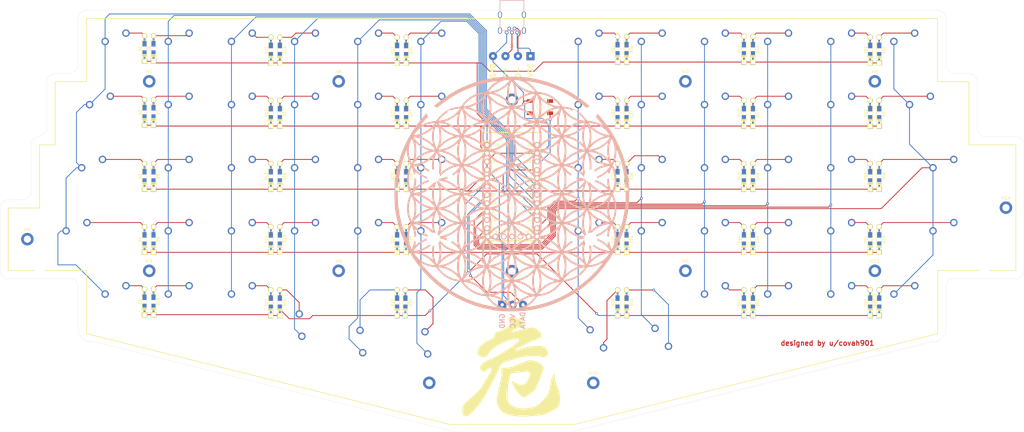
<source format=kicad_pcb>
(kicad_pcb (version 20171130) (host pcbnew 5.1.4-e60b266~84~ubuntu18.04.1)
  (layers (0 F.Cu signal) (31 B.Cu signal) (34 B.Paste user) (35 F.Paste user) (36 B.SilkS user) (37 F.SilkS user) (38 B.Mask user) (39 F.Mask user) (44 Edge.Cuts user))
  (net 0 "")
  (net 1 "Net-(D1-Pad2)")
  (net 2 "Net-(D2-Pad2)")
  (net 3 "Net-(D3-Pad2)")
  (net 4 "Net-(D4-Pad2)")
  (net 5 "Net-(D5-Pad2)")
  (net 6 "Net-(D6-Pad2)")
  (net 7 "Net-(D7-Pad2)")
  (net 8 "Net-(D8-Pad2)")
  (net 9 "Net-(D9-Pad2)")
  (net 10 "Net-(D10-Pad2)")
  (net 11 "Net-(D11-Pad2)")
  (net 12 "Net-(D12-Pad2)")
  (net 13 "Net-(D13-Pad2)")
  (net 14 "Net-(D14-Pad2)")
  (net 15 "Net-(D15-Pad2)")
  (net 16 "Net-(D16-Pad2)")
  (net 17 "Net-(D17-Pad2)")
  (net 18 "Net-(D18-Pad2)")
  (net 19 "Net-(D19-Pad2)")
  (net 20 "Net-(D20-Pad2)")
  (net 21 "Net-(D21-Pad2)")
  (net 22 "Net-(D22-Pad2)")
  (net 23 "Net-(D23-Pad2)")
  (net 24 "Net-(D24-Pad2)")
  (net 25 "Net-(D25-Pad2)")
  (net 26 "Net-(D26-Pad2)")
  (net 27 "Net-(D27-Pad2)")
  (net 28 "Net-(D28-Pad2)")
  (net 29 "Net-(D29-Pad2)")
  (net 30 "Net-(D30-Pad2)")
  (net 31 "Net-(D31-Pad2)")
  (net 32 "Net-(D32-Pad2)")
  (net 33 "Net-(D33-Pad2)")
  (net 34 "Net-(D34-Pad2)")
  (net 35 "Net-(D35-Pad2)")
  (net 36 "Net-(D36-Pad2)")
  (net 37 "Net-(D37-Pad2)")
  (net 38 "Net-(D38-Pad2)")
  (net 39 "Net-(D39-Pad2)")
  (net 40 "Net-(D40-Pad2)")
  (net 41 "Net-(D41-Pad2)")
  (net 42 "Net-(D42-Pad2)")
  (net 43 "Net-(D43-Pad2)")
  (net 44 "Net-(D44-Pad2)")
  (net 45 "Net-(D45-Pad2)")
  (net 46 "Net-(D46-Pad2)")
  (net 47 "Net-(D47-Pad2)")
  (net 48 "Net-(D48-Pad2)")
  (net 49 "Net-(D49-Pad2)")
  (net 50 "Net-(D50-Pad2)")
  (net 51 "Net-(D51-Pad2)")
  (net 52 "Net-(D52-Pad2)")
  (net 53 "Net-(D53-Pad2)")
  (net 54 "Net-(D54-Pad2)")
  (net 55 "Net-(D55-Pad2)")
  (net 56 "Net-(D56-Pad2)")
  (net 57 "Net-(D57-Pad2)")
  (net 58 "Net-(D58-Pad2)")
  (net 59 "Net-(D59-Pad2)")
  (net 60 "Net-(D60-Pad2)")
  (net 61 "Net-(U1-Pad24)")
  (net 62 row0)
  (net 63 row1)
  (net 64 row2)
  (net 65 row3)
  (net 66 row4)
  (net 67 col0)
  (net 68 col1)
  (net 69 col2)
  (net 70 col3)
  (net 71 col4)
  (net 72 col5)
  (net 73 col6)
  (net 74 col7)
  (net 75 col8)
  (net 76 col9)
  (net 77 col10)
  (net 78 col11)
  (net 79 "Net-(USB1-Pad6)")
  (net 80 "Net-(USB1-Pad2)")
  (net 81 /D+)
  (net 82 /D-)
  (net 83 /VCC)
  (net 84 GND)
  (net 85 xdata)
  (net 86 +5V)
  (net 87 RST)
  (module Keebio-Parts:perilous2 (layer F.Cu) (at 143.28125 149.925)
    (fp_text reference G*** hide)
    (fp_text value LOGO hide)
  )
  (module Connector_Wire:SolderWirePad_1x04_P3.81mm_Drill1mm (layer B.Cu) (at 149.14875 55.325 180)
    (fp_text reference J1 (at 5.715 3.175) (layer B.SilkS) (effects (justify mirror)))
    (fp_text value Conn_01x04)
    (pad 4 thru_hole circle (at 11.43 0 180) (size 2.49936 2.49936) (drill 1.00076) (layers *.Cu *.Mask) (net 84 GND))
    (pad 3 thru_hole circle (at 7.62 0 180) (size 2.49936 2.49936) (drill 1.00076) (layers *.Cu *.Mask) (net 81 /D+))
    (pad 2 thru_hole circle (at 3.81 0 180) (size 2.49936 2.49936) (drill 1.00076) (layers *.Cu *.Mask) (net 82 /D-))
    (pad 1 thru_hole rect (at 0 0 180) (size 2.49936 2.49936) (drill 1.00076) (layers *.Cu *.Mask) (net 83 /VCC))
  )
  (module Keebio-Parts:flower3_bigger (layer B.Cu) (at 143.3875 97.425)
    (fp_text reference G*** hide)
    (fp_text value LOGO hide)
  )
  (module Keebio-Parts:Elite-C-toponly (layer F.Cu) (at 143.525 96.375 270)
    (fp_text reference U1 hide)
    (fp_text value ProMicro hide)
    (fp_text user D5 (at 12.4 2.54) (layer F.SilkS) (effects (font (size 0.8 0.8))))
    (fp_text user F1 (at 12.4 -2.54) (layer F.SilkS) (effects (font (size 0.8 0.8))))
    (fp_text user C7 (at 12.4 0) (layer F.SilkS) (effects (font (size 0.8 0.8))))
    (fp_text user B6 (at 12.7 -6.4 45 unlocked) (layer F.SilkS) (effects (font (size 0.7 0.7))))
    (fp_text user F0 (at 12.6 -4.5) (layer F.SilkS) (effects (font (size 0.7 0.7))))
    (fp_text user B7 (at 12.6 4.5) (layer F.SilkS) (effects (font (size 0.7 0.7))))
    (fp_text user TX0/D3 (at -13.97 3.571872) (layer F.SilkS) (effects (font (size 0.8 0.8))))
    (fp_text user D2 (at -11.43 5.461) (layer F.SilkS) (effects (font (size 0.8 0.8))))
    (fp_text user D0 (at -1.27 5.461) (layer F.SilkS) (effects (font (size 0.8 0.8))))
    (fp_text user D1 (at -3.81 5.461) (layer F.SilkS) (effects (font (size 0.8 0.8))))
    (fp_text user GND (at -6.35 5.461) (layer F.SilkS) (effects (font (size 0.8 0.8))))
    (fp_text user GND (at -8.89 5.461) (layer F.SilkS) (effects (font (size 0.8 0.8))))
    (fp_text user D4 (at 1.27 5.461) (layer F.SilkS) (effects (font (size 0.8 0.8))))
    (fp_text user C6 (at 3.81 5.461) (layer F.SilkS) (effects (font (size 0.8 0.8))))
    (fp_text user D7 (at 6.35 5.461) (layer F.SilkS) (effects (font (size 0.8 0.8))))
    (fp_text user E6 (at 8.89 5.461) (layer F.SilkS) (effects (font (size 0.8 0.8))))
    (fp_text user B4 (at 11.43 5.461) (layer F.SilkS) (effects (font (size 0.8 0.8))))
    (fp_text user B5 (at 12.7 6.4 135) (layer F.SilkS) (effects (font (size 0.7 0.7))))
    (fp_text user B3 (at 8.89 -5.461) (layer F.SilkS) (effects (font (size 0.8 0.8))))
    (fp_text user B1 (at 6.35 -5.461) (layer F.SilkS) (effects (font (size 0.8 0.8))))
    (fp_text user F4 (at -3.81 -5.461) (layer F.SilkS) (effects (font (size 0.8 0.8))))
    (fp_text user VCC (at -6.35 -5.461) (layer F.SilkS) (effects (font (size 0.8 0.8))))
    (fp_text user ST (at -8.92 -5.73312) (layer F.SilkS) (effects (font (size 0.8 0.8))))
    (fp_text user GND (at -11.43 -5.461) (layer F.SilkS) (effects (font (size 0.8 0.8))))
    (fp_text user B0 (at -13.97 -5.461) (layer F.SilkS) (effects (font (size 0.8 0.8))))
    (fp_text user F5 (at -1.27 -5.461) (layer F.SilkS) (effects (font (size 0.8 0.8))))
    (fp_text user F6 (at 1.27 -5.461) (layer F.SilkS) (effects (font (size 0.8 0.8))))
    (fp_text user F7 (at 3.81 -5.461) (layer F.SilkS) (effects (font (size 0.8 0.8))))
    (fp_text user B2 (at 11.43 -5.461) (layer F.SilkS) (effects (font (size 0.8 0.8))))
    (pad 25 thru_hole circle (at 13.97 5.08 270) (size 1.7526 1.7526) (drill 1.0922) (layers *.Cu *.SilkS *.Mask))
    (pad 26 thru_hole circle (at 13.97 2.54 270) (size 1.7526 1.7526) (drill 1.0922) (layers *.Cu *.SilkS *.Mask))
    (pad 27 thru_hole circle (at 13.97 0 270) (size 1.7526 1.7526) (drill 1.0922) (layers *.Cu *.SilkS *.Mask))
    (pad 28 thru_hole circle (at 13.97 -2.54 270) (size 1.7526 1.7526) (drill 1.0922) (layers *.Cu *.SilkS *.Mask))
    (pad 29 thru_hole circle (at 13.97 -5.08 270) (size 1.7526 1.7526) (drill 1.0922) (layers *.Cu *.SilkS *.Mask))
    (pad 24 thru_hole circle (at -13.97 -7.62 270) (size 1.7526 1.7526) (drill 1.0922) (layers *.Cu *.SilkS *.Mask) (net 61 "Net-(U1-Pad24)"))
    (pad 12 thru_hole circle (at 13.97 7.3914 270) (size 1.7526 1.7526) (drill 1.0922) (layers *.Cu *.SilkS *.Mask) (net 75 col8))
    (pad 23 thru_hole circle (at -11.43 -7.62 270) (size 1.7526 1.7526) (drill 1.0922) (layers *.Cu *.SilkS *.Mask) (net 84 GND))
    (pad 22 thru_hole circle (at -8.89 -7.62 270) (size 1.7526 1.7526) (drill 1.0922) (layers *.Cu *.SilkS *.Mask) (net 87 RST))
    (pad 21 thru_hole circle (at -6.35 -7.62 270) (size 1.7526 1.7526) (drill 1.0922) (layers *.Cu *.SilkS *.Mask) (net 86 +5V))
    (pad 20 thru_hole circle (at -3.81 -7.62 270) (size 1.7526 1.7526) (drill 1.0922) (layers *.Cu *.SilkS *.Mask) (net 67 col0))
    (pad 19 thru_hole circle (at -1.27 -7.62 270) (size 1.7526 1.7526) (drill 1.0922) (layers *.Cu *.SilkS *.Mask) (net 68 col1))
    (pad 18 thru_hole circle (at 1.27 -7.62 270) (size 1.7526 1.7526) (drill 1.0922) (layers *.Cu *.SilkS *.Mask) (net 69 col2))
    (pad 17 thru_hole circle (at 3.81 -7.62 270) (size 1.7526 1.7526) (drill 1.0922) (layers *.Cu *.SilkS *.Mask) (net 70 col3))
    (pad 16 thru_hole circle (at 6.35 -7.62 270) (size 1.7526 1.7526) (drill 1.0922) (layers *.Cu *.SilkS *.Mask) (net 71 col4))
    (pad 15 thru_hole circle (at 8.89 -7.62 270) (size 1.7526 1.7526) (drill 1.0922) (layers *.Cu *.SilkS *.Mask) (net 72 col5))
    (pad 14 thru_hole circle (at 11.43 -7.62 270) (size 1.7526 1.7526) (drill 1.0922) (layers *.Cu *.SilkS *.Mask) (net 73 col6))
    (pad 13 thru_hole circle (at 13.97 -7.62 270) (size 1.7526 1.7526) (drill 1.0922) (layers *.Cu *.SilkS *.Mask) (net 74 col7))
    (pad 11 thru_hole circle (at 11.43 7.62 270) (size 1.7526 1.7526) (drill 1.0922) (layers *.Cu *.SilkS *.Mask) (net 76 col9))
    (pad 10 thru_hole circle (at 8.89 7.62 270) (size 1.7526 1.7526) (drill 1.0922) (layers *.Cu *.SilkS *.Mask) (net 77 col10))
    (pad 9 thru_hole circle (at 6.35 7.62 270) (size 1.7526 1.7526) (drill 1.0922) (layers *.Cu *.SilkS *.Mask) (net 78 col11))
    (pad 8 thru_hole circle (at 3.81 7.62 270) (size 1.7526 1.7526) (drill 1.0922) (layers *.Cu *.SilkS *.Mask) (net 85 xdata))
    (pad 7 thru_hole circle (at 1.27 7.62 270) (size 1.7526 1.7526) (drill 1.0922) (layers *.Cu *.SilkS *.Mask) (net 66 row4))
    (pad 6 thru_hole circle (at -1.27 7.62 270) (size 1.7526 1.7526) (drill 1.0922) (layers *.Cu *.SilkS *.Mask) (net 65 row3))
    (pad 5 thru_hole circle (at -3.81 7.62 270) (size 1.7526 1.7526) (drill 1.0922) (layers *.Cu *.SilkS *.Mask) (net 64 row2))
    (pad 4 thru_hole circle (at -6.35 7.62 270) (size 1.7526 1.7526) (drill 1.0922) (layers *.Cu *.SilkS *.Mask) (net 84 GND))
    (pad 3 thru_hole circle (at -8.89 7.62 270) (size 1.7526 1.7526) (drill 1.0922) (layers *.Cu *.SilkS *.Mask) (net 84 GND))
    (pad 2 thru_hole circle (at -11.43 7.62 270) (size 1.7526 1.7526) (drill 1.0922) (layers *.Cu *.SilkS *.Mask) (net 63 row1))
    (pad 1 thru_hole rect (at -13.97 7.62 270) (size 1.7526 1.7526) (drill 1.0922) (layers *.Cu *.SilkS *.Mask) (net 62 row0))
  )
  (module Connector_Wire:SolderWirePad_1x03_P3.175mm_Drill1mm (layer F.Cu) (at 140.525 131.125)
    (fp_text reference J2 (at 3.175 -3.81) (layer F.SilkS))
    (fp_text value Conn_01x03)
    (pad 3 thru_hole circle (at 6.35 0) (size 2.49936 2.49936) (drill 1.00076) (layers *.Cu *.Mask) (net 85 xdata))
    (pad 2 thru_hole circle (at 3.175 0) (size 2.49936 2.49936) (drill 1.00076) (layers *.Cu *.Mask) (net 86 +5V))
    (pad 1 thru_hole rect (at 0 0) (size 2.49936 2.49936) (drill 1.00076) (layers *.Cu *.Mask) (net 84 GND))
  )
  (module MountingHole:MountingHole_2.2mm_M2_DIN965_Pad (layer F.Cu) (at 118.28125 154.925)
    (fp_text reference H7 hide)
    (fp_text value Hole)
    (pad 1 thru_hole circle (at 0 0) (size 3.8 3.8) (drill 2.2) (layers *.Cu *.Mask))
  )
  (module MountingHole:MountingHole_2.2mm_M2_DIN965_Pad (layer F.Cu) (at 168.28125 154.925)
    (fp_text reference H16 (at 0 -2.9) (layer F.SilkS))
    (fp_text value Hole)
    (pad 1 thru_hole circle (at 0 0) (size 3.8 3.8) (drill 2.2) (layers *.Cu *.Mask))
  )
  (module MX_Only:MXOnly-1U-NoLED (layer F.Cu) (at 263.725 53.4)
    (fp_text reference MX56)
    (fp_text value MX-NoLED)
    (pad 2 thru_hole circle (at 2.54 -5.08) (size 2.25 2.25) (drill 1.47) (layers *.Cu B.Mask) (net 56 "Net-(D56-Pad2)"))
    (pad "" np_thru_hole circle (at 0 0) (size 3.9878 3.9878) (drill 3.9878) (layers *.Cu *.Mask))
    (pad 1 thru_hole circle (at -3.81 -2.54) (size 2.25 2.25) (drill 1.47) (layers *.Cu B.Mask) (net 78 col11))
    (pad "" np_thru_hole circle (at -5.08 0 48.0996) (size 1.75 1.75) (drill 1.75) (layers *.Cu *.Mask))
    (pad "" np_thru_hole circle (at 5.08 0 48.0996) (size 1.75 1.75) (drill 1.75) (layers *.Cu *.Mask))
  )
  (module MountingHole:MountingHole_2.2mm_M2_DIN965_Pad (layer F.Cu) (at 143.525 68.625)
    (fp_text reference H15 hide)
    (fp_text value Hole)
    (pad 1 thru_hole circle (at 0 0) (size 3.8 3.8) (drill 2.2) (layers *.Cu *.Mask))
  )
  (module MountingHole:MountingHole_2.2mm_M2_DIN965_Pad (layer F.Cu) (at 294.0775 101.525)
    (fp_text reference H14 (at 0 -2.9) (layer F.SilkS))
    (fp_text value Hole)
    (pad 1 thru_hole circle (at 0 0) (size 3.8 3.8) (drill 2.2) (layers *.Cu *.Mask))
  )
  (module MountingHole:MountingHole_2.2mm_M2_DIN965_Pad (layer F.Cu) (at 143.525 120.875)
    (fp_text reference H12 hide)
    (fp_text value Hole)
    (pad 1 thru_hole circle (at 0 0) (size 3.8 3.8) (drill 2.2) (layers *.Cu *.Mask))
  )
  (module MountingHole:MountingHole_2.2mm_M2_DIN965_Pad (layer F.Cu) (at 254.1275 120.775)
    (fp_text reference H11 (at 0 -2.9) (layer F.SilkS))
    (fp_text value Hole)
    (pad 1 thru_hole circle (at 0 0) (size 3.8 3.8) (drill 2.2) (layers *.Cu *.Mask))
  )
  (module MountingHole:MountingHole_2.2mm_M2_DIN965_Pad (layer F.Cu) (at 90.6675 120.775)
    (fp_text reference H9 (at 0 -2.9) (layer F.SilkS))
    (fp_text value Hole)
    (pad 1 thru_hole circle (at 0 0) (size 3.8 3.8) (drill 2.2) (layers *.Cu *.Mask))
  )
  (module MountingHole:MountingHole_2.2mm_M2_DIN965_Pad (layer F.Cu) (at 254.1175 63.025)
    (fp_text reference H8 (at 0 -2.9) (layer F.SilkS))
    (fp_text value Hole)
    (pad 1 thru_hole circle (at 0 0) (size 3.8 3.8) (drill 2.2) (layers *.Cu *.Mask))
  )
  (module MountingHole:MountingHole_2.2mm_M2_DIN965_Pad (layer F.Cu) (at 90.6775 63.025)
    (fp_text reference H6 (at 0 -2.9) (layer F.SilkS))
    (fp_text value Hole)
    (pad 1 thru_hole circle (at 0 0) (size 3.8 3.8) (drill 2.2) (layers *.Cu *.Mask))
  )
  (module MountingHole:MountingHole_2.2mm_M2_DIN965_Pad (layer F.Cu) (at 196.3875 120.765)
    (fp_text reference H5 (at 0 -2.9) (layer F.SilkS))
    (fp_text value Hole)
    (pad 1 thru_hole circle (at 0 0) (size 3.8 3.8) (drill 2.2) (layers *.Cu *.Mask))
  )
  (module MountingHole:MountingHole_2.2mm_M2_DIN965_Pad (layer F.Cu) (at -4.2125 111.125)
    (fp_text reference H4 (at 0 -2.9) (layer F.SilkS))
    (fp_text value Hole)
    (pad 1 thru_hole circle (at 0 0) (size 3.8 3.8) (drill 2.2) (layers *.Cu *.Mask))
  )
  (module MountingHole:MountingHole_2.2mm_M2_DIN965_Pad (layer F.Cu) (at 32.9275 120.775)
    (fp_text reference H3 (at 0 -2.9) (layer F.SilkS))
    (fp_text value Hole)
    (pad 1 thru_hole circle (at 0 0) (size 3.8 3.8) (drill 2.2) (layers *.Cu *.Mask))
  )
  (module MountingHole:MountingHole_2.2mm_M2_DIN965_Pad (layer F.Cu) (at 196.3775 63.025)
    (fp_text reference H2 (at 0 -2.9) (layer F.SilkS))
    (fp_text value Hole)
    (pad 1 thru_hole circle (at 0 0) (size 3.8 3.8) (drill 2.2) (layers *.Cu *.Mask))
  )
  (module MountingHole:MountingHole_2.2mm_M2_DIN965_Pad (layer F.Cu) (at 32.9275 63.025)
    (fp_text reference H1 (at 0 -2.9) (layer F.SilkS))
    (fp_text value Hole)
    (pad 1 thru_hole circle (at 0 0) (size 3.8 3.8) (drill 2.2) (layers *.Cu *.Mask))
  )
  (module random-keyboard-parts:SKQG-1155865 (layer F.Cu) (at 152.025 70.875)
    (fp_text reference SW1 (at 0 4.064) (layer F.SilkS))
    (fp_text value SW_Push)
    (pad 4 smd rect (at -3.1 1.85) (size 1.8 1.1) (layers F.Cu F.Paste F.Mask))
    (pad 3 smd rect (at 3.1 -1.85) (size 1.8 1.1) (layers F.Cu F.Paste F.Mask))
    (pad 2 smd rect (at -3.1 -1.85) (size 1.8 1.1) (layers F.Cu F.Paste F.Mask) (net 84 GND))
    (pad 1 smd rect (at 3.1 1.85) (size 1.8 1.1) (layers F.Cu F.Paste F.Mask) (net 87 RST))
  )
  (module "Keebio-Parts:USB-Mini-B_ LCSC-C46398" (layer B.Cu) (at 143.4875 47.525)
    (fp_text reference USB1 hide)
    (fp_text value Molex-0548190589 hide)
    (pad 6 thru_hole oval (at 3.65 0) (size 1.2 1.9) (drill oval 0.8 1.5) (layers *.Cu *.Mask) (net 79 "Net-(USB1-Pad6)"))
    (pad 6 thru_hole oval (at -3.65 0) (size 1.2 1.9) (drill oval 0.8 1.5) (layers *.Cu *.Mask) (net 79 "Net-(USB1-Pad6)"))
    (pad 1 thru_hole circle (at -1.6 0.6) (size 1.1 1.1) (drill 0.7) (layers *.Cu *.Mask) (net 84 GND))
    (pad 2 thru_hole circle (at -0.8 -0.6) (size 1.1 1.1) (drill 0.7) (layers *.Cu *.Mask) (net 80 "Net-(USB1-Pad2)"))
    (pad 3 thru_hole circle (at 0 0.6) (size 1.1 1.1) (drill 0.7) (layers *.Cu *.Mask) (net 81 /D+))
    (pad 4 thru_hole circle (at 0.8 -0.6) (size 1.1 1.1) (drill 0.7) (layers *.Cu *.Mask) (net 82 /D-))
    (pad 5 thru_hole circle (at 1.6 0.6) (size 1.1 1.1) (drill 0.7) (layers *.Cu *.Mask) (net 83 /VCC))
    (pad 6 thru_hole oval (at -3.65 -4.82) (size 1.2 1.9) (drill oval 0.8 1.5) (layers *.Cu *.Mask) (net 79 "Net-(USB1-Pad6)"))
    (pad 6 thru_hole oval (at 3.65 -4.82) (size 1.2 1.9) (drill oval 0.8 1.5) (layers *.Cu *.Mask) (net 79 "Net-(USB1-Pad6)"))
  )
  (module MX_Only:MXOnly-2U-NoLED (layer F.Cu) (at 165.85 143.1 285)
    (fp_text reference MX35)
    (fp_text value MX-NoLED)
    (pad 2 thru_hole circle (at 2.54 -5.08 285) (size 2.25 2.25) (drill 1.47) (layers *.Cu B.Mask) (net 35 "Net-(D35-Pad2)"))
    (pad "" np_thru_hole circle (at 0 0 285) (size 3.9878 3.9878) (drill 3.9878) (layers *.Cu *.Mask))
    (pad 1 thru_hole circle (at -3.81 -2.54 285) (size 2.25 2.25) (drill 1.47) (layers *.Cu B.Mask) (net 73 col6))
    (pad "" np_thru_hole circle (at -5.08 0 333.0996) (size 1.75 1.75) (drill 1.75) (layers *.Cu *.Mask))
    (pad "" np_thru_hole circle (at 5.08 0 333.0996) (size 1.75 1.75) (drill 1.75) (layers *.Cu *.Mask))
    (pad "" np_thru_hole circle (at -11.90625 -6.985 285) (size 3.048 3.048) (drill 3.048) (layers *.Cu *.Mask))
    (pad "" np_thru_hole circle (at 11.90625 -6.985 285) (size 3.048 3.048) (drill 3.048) (layers *.Cu *.Mask))
    (pad "" np_thru_hole circle (at -11.90625 8.255 285) (size 3.9878 3.9878) (drill 3.9878) (layers *.Cu *.Mask))
    (pad "" np_thru_hole circle (at 11.90625 8.255 285) (size 3.9878 3.9878) (drill 3.9878) (layers *.Cu *.Mask))
  )
  (module MX_Only:MXOnly-2.25U-NoLED (layer F.Cu) (at 275.65 111.15)
    (fp_text reference MX59)
    (fp_text value MX-NoLED)
    (pad 2 thru_hole circle (at 2.54 -5.08) (size 2.25 2.25) (drill 1.47) (layers *.Cu B.Mask) (net 59 "Net-(D59-Pad2)"))
    (pad "" np_thru_hole circle (at 0 0) (size 3.9878 3.9878) (drill 3.9878) (layers *.Cu *.Mask))
    (pad 1 thru_hole circle (at -3.81 -2.54) (size 2.25 2.25) (drill 1.47) (layers *.Cu B.Mask) (net 78 col11))
    (pad "" np_thru_hole circle (at -5.08 0 48.0996) (size 1.75 1.75) (drill 1.75) (layers *.Cu *.Mask))
    (pad "" np_thru_hole circle (at 5.08 0 48.0996) (size 1.75 1.75) (drill 1.75) (layers *.Cu *.Mask))
    (pad "" np_thru_hole circle (at -11.90625 -6.985) (size 3.048 3.048) (drill 3.048) (layers *.Cu *.Mask))
    (pad "" np_thru_hole circle (at 11.90625 -6.985) (size 3.048 3.048) (drill 3.048) (layers *.Cu *.Mask))
    (pad "" np_thru_hole circle (at -11.90625 8.255) (size 3.9878 3.9878) (drill 3.9878) (layers *.Cu *.Mask))
    (pad "" np_thru_hole circle (at 11.90625 8.255) (size 3.9878 3.9878) (drill 3.9878) (layers *.Cu *.Mask))
  )
  (module MX_Only:MXOnly-1.5U-NoLED (layer F.Cu) (at 185.65 142.65 285)
    (fp_text reference MX40)
    (fp_text value MX-NoLED)
    (pad 2 thru_hole circle (at 2.54 -5.08 285) (size 2.25 2.25) (drill 1.47) (layers *.Cu B.Mask) (net 40 "Net-(D40-Pad2)"))
    (pad "" np_thru_hole circle (at 0 0 285) (size 3.9878 3.9878) (drill 3.9878) (layers *.Cu *.Mask))
    (pad 1 thru_hole circle (at -3.81 -2.54 285) (size 2.25 2.25) (drill 1.47) (layers *.Cu B.Mask) (net 74 col7))
    (pad "" np_thru_hole circle (at -5.08 0 333.0996) (size 1.75 1.75) (drill 1.75) (layers *.Cu *.Mask))
    (pad "" np_thru_hole circle (at 5.08 0 333.0996) (size 1.75 1.75) (drill 1.75) (layers *.Cu *.Mask))
  )
  (module MX_Only:MXOnly-2U-NoLED (layer F.Cu) (at 121.25 143.1 75)
    (fp_text reference MX30)
    (fp_text value MX-NoLED)
    (pad 2 thru_hole circle (at 2.54 -5.08 75) (size 2.25 2.25) (drill 1.47) (layers *.Cu B.Mask) (net 30 "Net-(D30-Pad2)"))
    (pad "" np_thru_hole circle (at 0 0 75) (size 3.9878 3.9878) (drill 3.9878) (layers *.Cu *.Mask))
    (pad 1 thru_hole circle (at -3.81 -2.54 75) (size 2.25 2.25) (drill 1.47) (layers *.Cu B.Mask) (net 72 col5))
    (pad "" np_thru_hole circle (at -5.08 0 123.0996) (size 1.75 1.75) (drill 1.75) (layers *.Cu *.Mask))
    (pad "" np_thru_hole circle (at 5.08 0 123.0996) (size 1.75 1.75) (drill 1.75) (layers *.Cu *.Mask))
    (pad "" np_thru_hole circle (at -11.90625 -6.985 75) (size 3.048 3.048) (drill 3.048) (layers *.Cu *.Mask))
    (pad "" np_thru_hole circle (at 11.90625 -6.985 75) (size 3.048 3.048) (drill 3.048) (layers *.Cu *.Mask))
    (pad "" np_thru_hole circle (at -11.90625 8.255 75) (size 3.9878 3.9878) (drill 3.9878) (layers *.Cu *.Mask))
    (pad "" np_thru_hole circle (at 11.90625 8.255 75) (size 3.9878 3.9878) (drill 3.9878) (layers *.Cu *.Mask))
  )
  (module MX_Only:MXOnly-1.5U-NoLED (layer F.Cu) (at 101.45 142.7 75)
    (fp_text reference MX25)
    (fp_text value MX-NoLED)
    (pad 2 thru_hole circle (at 2.54 -5.08 75) (size 2.25 2.25) (drill 1.47) (layers *.Cu B.Mask) (net 25 "Net-(D25-Pad2)"))
    (pad "" np_thru_hole circle (at 0 0 75) (size 3.9878 3.9878) (drill 3.9878) (layers *.Cu *.Mask))
    (pad 1 thru_hole circle (at -3.81 -2.54 75) (size 2.25 2.25) (drill 1.47) (layers *.Cu B.Mask) (net 71 col4))
    (pad "" np_thru_hole circle (at -5.08 0 123.0996) (size 1.75 1.75) (drill 1.75) (layers *.Cu *.Mask))
    (pad "" np_thru_hole circle (at 5.08 0 123.0996) (size 1.75 1.75) (drill 1.75) (layers *.Cu *.Mask))
  )
  (module MX_Only:MXOnly-1.5U-NoLED (layer F.Cu) (at 82.9 137.7 75)
    (fp_text reference MX20)
    (fp_text value MX-NoLED)
    (pad 2 thru_hole circle (at 2.54 -5.08 75) (size 2.25 2.25) (drill 1.47) (layers *.Cu B.Mask) (net 20 "Net-(D20-Pad2)"))
    (pad "" np_thru_hole circle (at 0 0 75) (size 3.9878 3.9878) (drill 3.9878) (layers *.Cu *.Mask))
    (pad 1 thru_hole circle (at -3.81 -2.54 75) (size 2.25 2.25) (drill 1.47) (layers *.Cu B.Mask) (net 70 col3))
    (pad "" np_thru_hole circle (at -5.08 0 123.0996) (size 1.75 1.75) (drill 1.75) (layers *.Cu *.Mask))
    (pad "" np_thru_hole circle (at 5.08 0 123.0996) (size 1.75 1.75) (drill 1.75) (layers *.Cu *.Mask))
  )
  (module MX_Only:MXOnly-1U-NoLED (layer F.Cu) (at 263.75 130.4)
    (fp_text reference MX60)
    (fp_text value MX-NoLED)
    (pad 2 thru_hole circle (at 2.54 -5.08) (size 2.25 2.25) (drill 1.47) (layers *.Cu B.Mask) (net 60 "Net-(D60-Pad2)"))
    (pad "" np_thru_hole circle (at 0 0) (size 3.9878 3.9878) (drill 3.9878) (layers *.Cu *.Mask))
    (pad 1 thru_hole circle (at -3.81 -2.54) (size 2.25 2.25) (drill 1.47) (layers *.Cu B.Mask) (net 78 col11))
    (pad "" np_thru_hole circle (at -5.08 0 48.0996) (size 1.75 1.75) (drill 1.75) (layers *.Cu *.Mask))
    (pad "" np_thru_hole circle (at 5.08 0 48.0996) (size 1.75 1.75) (drill 1.75) (layers *.Cu *.Mask))
  )
  (module MX_Only:MXOnly-2.25U-NoLED (layer F.Cu) (at 275.65 91.9)
    (fp_text reference MX58)
    (fp_text value MX-NoLED)
    (pad 2 thru_hole circle (at 2.54 -5.08) (size 2.25 2.25) (drill 1.47) (layers *.Cu B.Mask) (net 58 "Net-(D58-Pad2)"))
    (pad "" np_thru_hole circle (at 0 0) (size 3.9878 3.9878) (drill 3.9878) (layers *.Cu *.Mask))
    (pad 1 thru_hole circle (at -3.81 -2.54) (size 2.25 2.25) (drill 1.47) (layers *.Cu B.Mask) (net 78 col11))
    (pad "" np_thru_hole circle (at -5.08 0 48.0996) (size 1.75 1.75) (drill 1.75) (layers *.Cu *.Mask))
    (pad "" np_thru_hole circle (at 5.08 0 48.0996) (size 1.75 1.75) (drill 1.75) (layers *.Cu *.Mask))
    (pad "" np_thru_hole circle (at -11.90625 -6.985) (size 3.048 3.048) (drill 3.048) (layers *.Cu *.Mask))
    (pad "" np_thru_hole circle (at 11.90625 -6.985) (size 3.048 3.048) (drill 3.048) (layers *.Cu *.Mask))
    (pad "" np_thru_hole circle (at -11.90625 8.255) (size 3.9878 3.9878) (drill 3.9878) (layers *.Cu *.Mask))
    (pad "" np_thru_hole circle (at 11.90625 8.255) (size 3.9878 3.9878) (drill 3.9878) (layers *.Cu *.Mask))
  )
  (module MX_Only:MXOnly-1.5U-NoLED (layer F.Cu) (at 268.5 72.65)
    (fp_text reference MX57)
    (fp_text value MX-NoLED)
    (pad 2 thru_hole circle (at 2.54 -5.08) (size 2.25 2.25) (drill 1.47) (layers *.Cu B.Mask) (net 57 "Net-(D57-Pad2)"))
    (pad "" np_thru_hole circle (at 0 0) (size 3.9878 3.9878) (drill 3.9878) (layers *.Cu *.Mask))
    (pad 1 thru_hole circle (at -3.81 -2.54) (size 2.25 2.25) (drill 1.47) (layers *.Cu B.Mask) (net 78 col11))
    (pad "" np_thru_hole circle (at -5.08 0 48.0996) (size 1.75 1.75) (drill 1.75) (layers *.Cu *.Mask))
    (pad "" np_thru_hole circle (at 5.08 0 48.0996) (size 1.75 1.75) (drill 1.75) (layers *.Cu *.Mask))
  )
  (module MX_Only:MXOnly-1U-NoLED (layer F.Cu) (at 244.5 130.4)
    (fp_text reference MX55)
    (fp_text value MX-NoLED)
    (pad 2 thru_hole circle (at 2.54 -5.08) (size 2.25 2.25) (drill 1.47) (layers *.Cu B.Mask) (net 55 "Net-(D55-Pad2)"))
    (pad "" np_thru_hole circle (at 0 0) (size 3.9878 3.9878) (drill 3.9878) (layers *.Cu *.Mask))
    (pad 1 thru_hole circle (at -3.81 -2.54) (size 2.25 2.25) (drill 1.47) (layers *.Cu B.Mask) (net 77 col10))
    (pad "" np_thru_hole circle (at -5.08 0 48.0996) (size 1.75 1.75) (drill 1.75) (layers *.Cu *.Mask))
    (pad "" np_thru_hole circle (at 5.08 0 48.0996) (size 1.75 1.75) (drill 1.75) (layers *.Cu *.Mask))
  )
  (module MX_Only:MXOnly-1U-NoLED (layer F.Cu) (at 244.5 111.15)
    (fp_text reference MX54)
    (fp_text value MX-NoLED)
    (pad 2 thru_hole circle (at 2.54 -5.08) (size 2.25 2.25) (drill 1.47) (layers *.Cu B.Mask) (net 54 "Net-(D54-Pad2)"))
    (pad "" np_thru_hole circle (at 0 0) (size 3.9878 3.9878) (drill 3.9878) (layers *.Cu *.Mask))
    (pad 1 thru_hole circle (at -3.81 -2.54) (size 2.25 2.25) (drill 1.47) (layers *.Cu B.Mask) (net 77 col10))
    (pad "" np_thru_hole circle (at -5.08 0 48.0996) (size 1.75 1.75) (drill 1.75) (layers *.Cu *.Mask))
    (pad "" np_thru_hole circle (at 5.08 0 48.0996) (size 1.75 1.75) (drill 1.75) (layers *.Cu *.Mask))
  )
  (module MX_Only:MXOnly-1U-NoLED (layer F.Cu) (at 244.5 91.9)
    (fp_text reference MX53)
    (fp_text value MX-NoLED)
    (pad 2 thru_hole circle (at 2.54 -5.08) (size 2.25 2.25) (drill 1.47) (layers *.Cu B.Mask) (net 53 "Net-(D53-Pad2)"))
    (pad "" np_thru_hole circle (at 0 0) (size 3.9878 3.9878) (drill 3.9878) (layers *.Cu *.Mask))
    (pad 1 thru_hole circle (at -3.81 -2.54) (size 2.25 2.25) (drill 1.47) (layers *.Cu B.Mask) (net 77 col10))
    (pad "" np_thru_hole circle (at -5.08 0 48.0996) (size 1.75 1.75) (drill 1.75) (layers *.Cu *.Mask))
    (pad "" np_thru_hole circle (at 5.08 0 48.0996) (size 1.75 1.75) (drill 1.75) (layers *.Cu *.Mask))
  )
  (module MX_Only:MXOnly-1U-NoLED (layer F.Cu) (at 244.5 72.65)
    (fp_text reference MX52)
    (fp_text value MX-NoLED)
    (pad 2 thru_hole circle (at 2.54 -5.08) (size 2.25 2.25) (drill 1.47) (layers *.Cu B.Mask) (net 52 "Net-(D52-Pad2)"))
    (pad "" np_thru_hole circle (at 0 0) (size 3.9878 3.9878) (drill 3.9878) (layers *.Cu *.Mask))
    (pad 1 thru_hole circle (at -3.81 -2.54) (size 2.25 2.25) (drill 1.47) (layers *.Cu B.Mask) (net 77 col10))
    (pad "" np_thru_hole circle (at -5.08 0 48.0996) (size 1.75 1.75) (drill 1.75) (layers *.Cu *.Mask))
    (pad "" np_thru_hole circle (at 5.08 0 48.0996) (size 1.75 1.75) (drill 1.75) (layers *.Cu *.Mask))
  )
  (module MX_Only:MXOnly-1U-NoLED (layer F.Cu) (at 244.5 53.4)
    (fp_text reference MX51)
    (fp_text value MX-NoLED)
    (pad 2 thru_hole circle (at 2.54 -5.08) (size 2.25 2.25) (drill 1.47) (layers *.Cu B.Mask) (net 51 "Net-(D51-Pad2)"))
    (pad "" np_thru_hole circle (at 0 0) (size 3.9878 3.9878) (drill 3.9878) (layers *.Cu *.Mask))
    (pad 1 thru_hole circle (at -3.81 -2.54) (size 2.25 2.25) (drill 1.47) (layers *.Cu B.Mask) (net 77 col10))
    (pad "" np_thru_hole circle (at -5.08 0 48.0996) (size 1.75 1.75) (drill 1.75) (layers *.Cu *.Mask))
    (pad "" np_thru_hole circle (at 5.08 0 48.0996) (size 1.75 1.75) (drill 1.75) (layers *.Cu *.Mask))
  )
  (module MX_Only:MXOnly-1U-NoLED (layer F.Cu) (at 225.25 130.4)
    (fp_text reference MX50)
    (fp_text value MX-NoLED)
    (pad 2 thru_hole circle (at 2.54 -5.08) (size 2.25 2.25) (drill 1.47) (layers *.Cu B.Mask) (net 50 "Net-(D50-Pad2)"))
    (pad "" np_thru_hole circle (at 0 0) (size 3.9878 3.9878) (drill 3.9878) (layers *.Cu *.Mask))
    (pad 1 thru_hole circle (at -3.81 -2.54) (size 2.25 2.25) (drill 1.47) (layers *.Cu B.Mask) (net 76 col9))
    (pad "" np_thru_hole circle (at -5.08 0 48.0996) (size 1.75 1.75) (drill 1.75) (layers *.Cu *.Mask))
    (pad "" np_thru_hole circle (at 5.08 0 48.0996) (size 1.75 1.75) (drill 1.75) (layers *.Cu *.Mask))
  )
  (module MX_Only:MXOnly-1U-NoLED (layer F.Cu) (at 225.25 111.15)
    (fp_text reference MX49)
    (fp_text value MX-NoLED)
    (pad 2 thru_hole circle (at 2.54 -5.08) (size 2.25 2.25) (drill 1.47) (layers *.Cu B.Mask) (net 49 "Net-(D49-Pad2)"))
    (pad "" np_thru_hole circle (at 0 0) (size 3.9878 3.9878) (drill 3.9878) (layers *.Cu *.Mask))
    (pad 1 thru_hole circle (at -3.81 -2.54) (size 2.25 2.25) (drill 1.47) (layers *.Cu B.Mask) (net 76 col9))
    (pad "" np_thru_hole circle (at -5.08 0 48.0996) (size 1.75 1.75) (drill 1.75) (layers *.Cu *.Mask))
    (pad "" np_thru_hole circle (at 5.08 0 48.0996) (size 1.75 1.75) (drill 1.75) (layers *.Cu *.Mask))
  )
  (module MX_Only:MXOnly-1U-NoLED (layer F.Cu) (at 225.25 91.9)
    (fp_text reference MX48)
    (fp_text value MX-NoLED)
    (pad 2 thru_hole circle (at 2.54 -5.08) (size 2.25 2.25) (drill 1.47) (layers *.Cu B.Mask) (net 48 "Net-(D48-Pad2)"))
    (pad "" np_thru_hole circle (at 0 0) (size 3.9878 3.9878) (drill 3.9878) (layers *.Cu *.Mask))
    (pad 1 thru_hole circle (at -3.81 -2.54) (size 2.25 2.25) (drill 1.47) (layers *.Cu B.Mask) (net 76 col9))
    (pad "" np_thru_hole circle (at -5.08 0 48.0996) (size 1.75 1.75) (drill 1.75) (layers *.Cu *.Mask))
    (pad "" np_thru_hole circle (at 5.08 0 48.0996) (size 1.75 1.75) (drill 1.75) (layers *.Cu *.Mask))
  )
  (module MX_Only:MXOnly-1U-NoLED (layer F.Cu) (at 225.25 72.65)
    (fp_text reference MX47)
    (fp_text value MX-NoLED)
    (pad 2 thru_hole circle (at 2.54 -5.08) (size 2.25 2.25) (drill 1.47) (layers *.Cu B.Mask) (net 47 "Net-(D47-Pad2)"))
    (pad "" np_thru_hole circle (at 0 0) (size 3.9878 3.9878) (drill 3.9878) (layers *.Cu *.Mask))
    (pad 1 thru_hole circle (at -3.81 -2.54) (size 2.25 2.25) (drill 1.47) (layers *.Cu B.Mask) (net 76 col9))
    (pad "" np_thru_hole circle (at -5.08 0 48.0996) (size 1.75 1.75) (drill 1.75) (layers *.Cu *.Mask))
    (pad "" np_thru_hole circle (at 5.08 0 48.0996) (size 1.75 1.75) (drill 1.75) (layers *.Cu *.Mask))
  )
  (module MX_Only:MXOnly-1U-NoLED (layer F.Cu) (at 225.25 53.4)
    (fp_text reference MX46)
    (fp_text value MX-NoLED)
    (pad 2 thru_hole circle (at 2.54 -5.08) (size 2.25 2.25) (drill 1.47) (layers *.Cu B.Mask) (net 46 "Net-(D46-Pad2)"))
    (pad "" np_thru_hole circle (at 0 0) (size 3.9878 3.9878) (drill 3.9878) (layers *.Cu *.Mask))
    (pad 1 thru_hole circle (at -3.81 -2.54) (size 2.25 2.25) (drill 1.47) (layers *.Cu B.Mask) (net 76 col9))
    (pad "" np_thru_hole circle (at -5.08 0 48.0996) (size 1.75 1.75) (drill 1.75) (layers *.Cu *.Mask))
    (pad "" np_thru_hole circle (at 5.08 0 48.0996) (size 1.75 1.75) (drill 1.75) (layers *.Cu *.Mask))
  )
  (module MX_Only:MXOnly-1U-NoLED (layer F.Cu) (at 206 130.4)
    (fp_text reference MX45)
    (fp_text value MX-NoLED)
    (pad 2 thru_hole circle (at 2.54 -5.08) (size 2.25 2.25) (drill 1.47) (layers *.Cu B.Mask) (net 45 "Net-(D45-Pad2)"))
    (pad "" np_thru_hole circle (at 0 0) (size 3.9878 3.9878) (drill 3.9878) (layers *.Cu *.Mask))
    (pad 1 thru_hole circle (at -3.81 -2.54) (size 2.25 2.25) (drill 1.47) (layers *.Cu B.Mask) (net 75 col8))
    (pad "" np_thru_hole circle (at -5.08 0 48.0996) (size 1.75 1.75) (drill 1.75) (layers *.Cu *.Mask))
    (pad "" np_thru_hole circle (at 5.08 0 48.0996) (size 1.75 1.75) (drill 1.75) (layers *.Cu *.Mask))
  )
  (module MX_Only:MXOnly-1U-NoLED (layer F.Cu) (at 206 111.15)
    (fp_text reference MX44)
    (fp_text value MX-NoLED)
    (pad 2 thru_hole circle (at 2.54 -5.08) (size 2.25 2.25) (drill 1.47) (layers *.Cu B.Mask) (net 44 "Net-(D44-Pad2)"))
    (pad "" np_thru_hole circle (at 0 0) (size 3.9878 3.9878) (drill 3.9878) (layers *.Cu *.Mask))
    (pad 1 thru_hole circle (at -3.81 -2.54) (size 2.25 2.25) (drill 1.47) (layers *.Cu B.Mask) (net 75 col8))
    (pad "" np_thru_hole circle (at -5.08 0 48.0996) (size 1.75 1.75) (drill 1.75) (layers *.Cu *.Mask))
    (pad "" np_thru_hole circle (at 5.08 0 48.0996) (size 1.75 1.75) (drill 1.75) (layers *.Cu *.Mask))
  )
  (module MX_Only:MXOnly-1U-NoLED (layer F.Cu) (at 206 91.9)
    (fp_text reference MX43)
    (fp_text value MX-NoLED)
    (pad 2 thru_hole circle (at 2.54 -5.08) (size 2.25 2.25) (drill 1.47) (layers *.Cu B.Mask) (net 43 "Net-(D43-Pad2)"))
    (pad "" np_thru_hole circle (at 0 0) (size 3.9878 3.9878) (drill 3.9878) (layers *.Cu *.Mask))
    (pad 1 thru_hole circle (at -3.81 -2.54) (size 2.25 2.25) (drill 1.47) (layers *.Cu B.Mask) (net 75 col8))
    (pad "" np_thru_hole circle (at -5.08 0 48.0996) (size 1.75 1.75) (drill 1.75) (layers *.Cu *.Mask))
    (pad "" np_thru_hole circle (at 5.08 0 48.0996) (size 1.75 1.75) (drill 1.75) (layers *.Cu *.Mask))
  )
  (module MX_Only:MXOnly-1U-NoLED (layer F.Cu) (at 206 72.65)
    (fp_text reference MX42)
    (fp_text value MX-NoLED)
    (pad 2 thru_hole circle (at 2.54 -5.08) (size 2.25 2.25) (drill 1.47) (layers *.Cu B.Mask) (net 42 "Net-(D42-Pad2)"))
    (pad "" np_thru_hole circle (at 0 0) (size 3.9878 3.9878) (drill 3.9878) (layers *.Cu *.Mask))
    (pad 1 thru_hole circle (at -3.81 -2.54) (size 2.25 2.25) (drill 1.47) (layers *.Cu B.Mask) (net 75 col8))
    (pad "" np_thru_hole circle (at -5.08 0 48.0996) (size 1.75 1.75) (drill 1.75) (layers *.Cu *.Mask))
    (pad "" np_thru_hole circle (at 5.08 0 48.0996) (size 1.75 1.75) (drill 1.75) (layers *.Cu *.Mask))
  )
  (module MX_Only:MXOnly-1U-NoLED (layer F.Cu) (at 206 53.4)
    (fp_text reference MX41)
    (fp_text value MX-NoLED)
    (pad 2 thru_hole circle (at 2.54 -5.08) (size 2.25 2.25) (drill 1.47) (layers *.Cu B.Mask) (net 41 "Net-(D41-Pad2)"))
    (pad "" np_thru_hole circle (at 0 0) (size 3.9878 3.9878) (drill 3.9878) (layers *.Cu *.Mask))
    (pad 1 thru_hole circle (at -3.81 -2.54) (size 2.25 2.25) (drill 1.47) (layers *.Cu B.Mask) (net 75 col8))
    (pad "" np_thru_hole circle (at -5.08 0 48.0996) (size 1.75 1.75) (drill 1.75) (layers *.Cu *.Mask))
    (pad "" np_thru_hole circle (at 5.08 0 48.0996) (size 1.75 1.75) (drill 1.75) (layers *.Cu *.Mask))
  )
  (module MX_Only:MXOnly-1U-NoLED (layer F.Cu) (at 186.75 111.15)
    (fp_text reference MX39)
    (fp_text value MX-NoLED)
    (pad 2 thru_hole circle (at 2.54 -5.08) (size 2.25 2.25) (drill 1.47) (layers *.Cu B.Mask) (net 39 "Net-(D39-Pad2)"))
    (pad "" np_thru_hole circle (at 0 0) (size 3.9878 3.9878) (drill 3.9878) (layers *.Cu *.Mask))
    (pad 1 thru_hole circle (at -3.81 -2.54) (size 2.25 2.25) (drill 1.47) (layers *.Cu B.Mask) (net 74 col7))
    (pad "" np_thru_hole circle (at -5.08 0 48.0996) (size 1.75 1.75) (drill 1.75) (layers *.Cu *.Mask))
    (pad "" np_thru_hole circle (at 5.08 0 48.0996) (size 1.75 1.75) (drill 1.75) (layers *.Cu *.Mask))
  )
  (module MX_Only:MXOnly-1U-NoLED (layer F.Cu) (at 186.75 91.9)
    (fp_text reference MX38)
    (fp_text value MX-NoLED)
    (pad 2 thru_hole circle (at 2.54 -5.08) (size 2.25 2.25) (drill 1.47) (layers *.Cu B.Mask) (net 38 "Net-(D38-Pad2)"))
    (pad "" np_thru_hole circle (at 0 0) (size 3.9878 3.9878) (drill 3.9878) (layers *.Cu *.Mask))
    (pad 1 thru_hole circle (at -3.81 -2.54) (size 2.25 2.25) (drill 1.47) (layers *.Cu B.Mask) (net 74 col7))
    (pad "" np_thru_hole circle (at -5.08 0 48.0996) (size 1.75 1.75) (drill 1.75) (layers *.Cu *.Mask))
    (pad "" np_thru_hole circle (at 5.08 0 48.0996) (size 1.75 1.75) (drill 1.75) (layers *.Cu *.Mask))
  )
  (module MX_Only:MXOnly-1U-NoLED (layer F.Cu) (at 186.75 72.65)
    (fp_text reference MX37)
    (fp_text value MX-NoLED)
    (pad 2 thru_hole circle (at 2.54 -5.08) (size 2.25 2.25) (drill 1.47) (layers *.Cu B.Mask) (net 37 "Net-(D37-Pad2)"))
    (pad "" np_thru_hole circle (at 0 0) (size 3.9878 3.9878) (drill 3.9878) (layers *.Cu *.Mask))
    (pad 1 thru_hole circle (at -3.81 -2.54) (size 2.25 2.25) (drill 1.47) (layers *.Cu B.Mask) (net 74 col7))
    (pad "" np_thru_hole circle (at -5.08 0 48.0996) (size 1.75 1.75) (drill 1.75) (layers *.Cu *.Mask))
    (pad "" np_thru_hole circle (at 5.08 0 48.0996) (size 1.75 1.75) (drill 1.75) (layers *.Cu *.Mask))
  )
  (module MX_Only:MXOnly-1U-NoLED (layer F.Cu) (at 186.75 53.4)
    (fp_text reference MX36)
    (fp_text value MX-NoLED)
    (pad 2 thru_hole circle (at 2.54 -5.08) (size 2.25 2.25) (drill 1.47) (layers *.Cu B.Mask) (net 36 "Net-(D36-Pad2)"))
    (pad "" np_thru_hole circle (at 0 0) (size 3.9878 3.9878) (drill 3.9878) (layers *.Cu *.Mask))
    (pad 1 thru_hole circle (at -3.81 -2.54) (size 2.25 2.25) (drill 1.47) (layers *.Cu B.Mask) (net 74 col7))
    (pad "" np_thru_hole circle (at -5.08 0 48.0996) (size 1.75 1.75) (drill 1.75) (layers *.Cu *.Mask))
    (pad "" np_thru_hole circle (at 5.08 0 48.0996) (size 1.75 1.75) (drill 1.75) (layers *.Cu *.Mask))
  )
  (module MX_Only:MXOnly-1U-NoLED (layer F.Cu) (at 167.5 111.15)
    (fp_text reference MX34)
    (fp_text value MX-NoLED)
    (pad 2 thru_hole circle (at 2.54 -5.08) (size 2.25 2.25) (drill 1.47) (layers *.Cu B.Mask) (net 34 "Net-(D34-Pad2)"))
    (pad "" np_thru_hole circle (at 0 0) (size 3.9878 3.9878) (drill 3.9878) (layers *.Cu *.Mask))
    (pad 1 thru_hole circle (at -3.81 -2.54) (size 2.25 2.25) (drill 1.47) (layers *.Cu B.Mask) (net 73 col6))
    (pad "" np_thru_hole circle (at -5.08 0 48.0996) (size 1.75 1.75) (drill 1.75) (layers *.Cu *.Mask))
    (pad "" np_thru_hole circle (at 5.08 0 48.0996) (size 1.75 1.75) (drill 1.75) (layers *.Cu *.Mask))
  )
  (module MX_Only:MXOnly-1U-NoLED (layer F.Cu) (at 167.5 91.9)
    (fp_text reference MX33)
    (fp_text value MX-NoLED)
    (pad 2 thru_hole circle (at 2.54 -5.08) (size 2.25 2.25) (drill 1.47) (layers *.Cu B.Mask) (net 33 "Net-(D33-Pad2)"))
    (pad "" np_thru_hole circle (at 0 0) (size 3.9878 3.9878) (drill 3.9878) (layers *.Cu *.Mask))
    (pad 1 thru_hole circle (at -3.81 -2.54) (size 2.25 2.25) (drill 1.47) (layers *.Cu B.Mask) (net 73 col6))
    (pad "" np_thru_hole circle (at -5.08 0 48.0996) (size 1.75 1.75) (drill 1.75) (layers *.Cu *.Mask))
    (pad "" np_thru_hole circle (at 5.08 0 48.0996) (size 1.75 1.75) (drill 1.75) (layers *.Cu *.Mask))
  )
  (module MX_Only:MXOnly-1U-NoLED (layer F.Cu) (at 167.5 72.65)
    (fp_text reference MX32)
    (fp_text value MX-NoLED)
    (pad 2 thru_hole circle (at 2.54 -5.08) (size 2.25 2.25) (drill 1.47) (layers *.Cu B.Mask) (net 32 "Net-(D32-Pad2)"))
    (pad "" np_thru_hole circle (at 0 0) (size 3.9878 3.9878) (drill 3.9878) (layers *.Cu *.Mask))
    (pad 1 thru_hole circle (at -3.81 -2.54) (size 2.25 2.25) (drill 1.47) (layers *.Cu B.Mask) (net 73 col6))
    (pad "" np_thru_hole circle (at -5.08 0 48.0996) (size 1.75 1.75) (drill 1.75) (layers *.Cu *.Mask))
    (pad "" np_thru_hole circle (at 5.08 0 48.0996) (size 1.75 1.75) (drill 1.75) (layers *.Cu *.Mask))
  )
  (module MX_Only:MXOnly-1U-NoLED (layer F.Cu) (at 167.5 53.4)
    (fp_text reference MX31)
    (fp_text value MX-NoLED)
    (pad 2 thru_hole circle (at 2.54 -5.08) (size 2.25 2.25) (drill 1.47) (layers *.Cu B.Mask) (net 31 "Net-(D31-Pad2)"))
    (pad "" np_thru_hole circle (at 0 0) (size 3.9878 3.9878) (drill 3.9878) (layers *.Cu *.Mask))
    (pad 1 thru_hole circle (at -3.81 -2.54) (size 2.25 2.25) (drill 1.47) (layers *.Cu B.Mask) (net 73 col6))
    (pad "" np_thru_hole circle (at -5.08 0 48.0996) (size 1.75 1.75) (drill 1.75) (layers *.Cu *.Mask))
    (pad "" np_thru_hole circle (at 5.08 0 48.0996) (size 1.75 1.75) (drill 1.75) (layers *.Cu *.Mask))
  )
  (module MX_Only:MXOnly-1U-NoLED (layer F.Cu) (at 119.55 111.15)
    (fp_text reference MX29)
    (fp_text value MX-NoLED)
    (pad 2 thru_hole circle (at 2.54 -5.08) (size 2.25 2.25) (drill 1.47) (layers *.Cu B.Mask) (net 29 "Net-(D29-Pad2)"))
    (pad "" np_thru_hole circle (at 0 0) (size 3.9878 3.9878) (drill 3.9878) (layers *.Cu *.Mask))
    (pad 1 thru_hole circle (at -3.81 -2.54) (size 2.25 2.25) (drill 1.47) (layers *.Cu B.Mask) (net 72 col5))
    (pad "" np_thru_hole circle (at -5.08 0 48.0996) (size 1.75 1.75) (drill 1.75) (layers *.Cu *.Mask))
    (pad "" np_thru_hole circle (at 5.08 0 48.0996) (size 1.75 1.75) (drill 1.75) (layers *.Cu *.Mask))
  )
  (module MX_Only:MXOnly-1U-NoLED (layer F.Cu) (at 119.55 91.9)
    (fp_text reference MX28)
    (fp_text value MX-NoLED)
    (pad 2 thru_hole circle (at 2.54 -5.08) (size 2.25 2.25) (drill 1.47) (layers *.Cu B.Mask) (net 28 "Net-(D28-Pad2)"))
    (pad "" np_thru_hole circle (at 0 0) (size 3.9878 3.9878) (drill 3.9878) (layers *.Cu *.Mask))
    (pad 1 thru_hole circle (at -3.81 -2.54) (size 2.25 2.25) (drill 1.47) (layers *.Cu B.Mask) (net 72 col5))
    (pad "" np_thru_hole circle (at -5.08 0 48.0996) (size 1.75 1.75) (drill 1.75) (layers *.Cu *.Mask))
    (pad "" np_thru_hole circle (at 5.08 0 48.0996) (size 1.75 1.75) (drill 1.75) (layers *.Cu *.Mask))
  )
  (module MX_Only:MXOnly-1U-NoLED (layer F.Cu) (at 119.55 72.65)
    (fp_text reference MX27)
    (fp_text value MX-NoLED)
    (pad 2 thru_hole circle (at 2.54 -5.08) (size 2.25 2.25) (drill 1.47) (layers *.Cu B.Mask) (net 27 "Net-(D27-Pad2)"))
    (pad "" np_thru_hole circle (at 0 0) (size 3.9878 3.9878) (drill 3.9878) (layers *.Cu *.Mask))
    (pad 1 thru_hole circle (at -3.81 -2.54) (size 2.25 2.25) (drill 1.47) (layers *.Cu B.Mask) (net 72 col5))
    (pad "" np_thru_hole circle (at -5.08 0 48.0996) (size 1.75 1.75) (drill 1.75) (layers *.Cu *.Mask))
    (pad "" np_thru_hole circle (at 5.08 0 48.0996) (size 1.75 1.75) (drill 1.75) (layers *.Cu *.Mask))
  )
  (module MX_Only:MXOnly-1U-NoLED (layer F.Cu) (at 119.55 53.4)
    (fp_text reference MX26)
    (fp_text value MX-NoLED)
    (pad 2 thru_hole circle (at 2.54 -5.08) (size 2.25 2.25) (drill 1.47) (layers *.Cu B.Mask) (net 26 "Net-(D26-Pad2)"))
    (pad "" np_thru_hole circle (at 0 0) (size 3.9878 3.9878) (drill 3.9878) (layers *.Cu *.Mask))
    (pad 1 thru_hole circle (at -3.81 -2.54) (size 2.25 2.25) (drill 1.47) (layers *.Cu B.Mask) (net 72 col5))
    (pad "" np_thru_hole circle (at -5.08 0 48.0996) (size 1.75 1.75) (drill 1.75) (layers *.Cu *.Mask))
    (pad "" np_thru_hole circle (at 5.08 0 48.0996) (size 1.75 1.75) (drill 1.75) (layers *.Cu *.Mask))
  )
  (module MX_Only:MXOnly-1U-NoLED (layer F.Cu) (at 100.3 111.15)
    (fp_text reference MX24)
    (fp_text value MX-NoLED)
    (pad 2 thru_hole circle (at 2.54 -5.08) (size 2.25 2.25) (drill 1.47) (layers *.Cu B.Mask) (net 24 "Net-(D24-Pad2)"))
    (pad "" np_thru_hole circle (at 0 0) (size 3.9878 3.9878) (drill 3.9878) (layers *.Cu *.Mask))
    (pad 1 thru_hole circle (at -3.81 -2.54) (size 2.25 2.25) (drill 1.47) (layers *.Cu B.Mask) (net 71 col4))
    (pad "" np_thru_hole circle (at -5.08 0 48.0996) (size 1.75 1.75) (drill 1.75) (layers *.Cu *.Mask))
    (pad "" np_thru_hole circle (at 5.08 0 48.0996) (size 1.75 1.75) (drill 1.75) (layers *.Cu *.Mask))
  )
  (module MX_Only:MXOnly-1U-NoLED (layer F.Cu) (at 100.3 91.9)
    (fp_text reference MX23)
    (fp_text value MX-NoLED)
    (pad 2 thru_hole circle (at 2.54 -5.08) (size 2.25 2.25) (drill 1.47) (layers *.Cu B.Mask) (net 23 "Net-(D23-Pad2)"))
    (pad "" np_thru_hole circle (at 0 0) (size 3.9878 3.9878) (drill 3.9878) (layers *.Cu *.Mask))
    (pad 1 thru_hole circle (at -3.81 -2.54) (size 2.25 2.25) (drill 1.47) (layers *.Cu B.Mask) (net 71 col4))
    (pad "" np_thru_hole circle (at -5.08 0 48.0996) (size 1.75 1.75) (drill 1.75) (layers *.Cu *.Mask))
    (pad "" np_thru_hole circle (at 5.08 0 48.0996) (size 1.75 1.75) (drill 1.75) (layers *.Cu *.Mask))
  )
  (module MX_Only:MXOnly-1U-NoLED (layer F.Cu) (at 100.3 72.65)
    (fp_text reference MX22)
    (fp_text value MX-NoLED)
    (pad 2 thru_hole circle (at 2.54 -5.08) (size 2.25 2.25) (drill 1.47) (layers *.Cu B.Mask) (net 22 "Net-(D22-Pad2)"))
    (pad "" np_thru_hole circle (at 0 0) (size 3.9878 3.9878) (drill 3.9878) (layers *.Cu *.Mask))
    (pad 1 thru_hole circle (at -3.81 -2.54) (size 2.25 2.25) (drill 1.47) (layers *.Cu B.Mask) (net 71 col4))
    (pad "" np_thru_hole circle (at -5.08 0 48.0996) (size 1.75 1.75) (drill 1.75) (layers *.Cu *.Mask))
    (pad "" np_thru_hole circle (at 5.08 0 48.0996) (size 1.75 1.75) (drill 1.75) (layers *.Cu *.Mask))
  )
  (module MX_Only:MXOnly-1U-NoLED (layer F.Cu) (at 100.3 53.4)
    (fp_text reference MX21)
    (fp_text value MX-NoLED)
    (pad 2 thru_hole circle (at 2.54 -5.08) (size 2.25 2.25) (drill 1.47) (layers *.Cu B.Mask) (net 21 "Net-(D21-Pad2)"))
    (pad "" np_thru_hole circle (at 0 0) (size 3.9878 3.9878) (drill 3.9878) (layers *.Cu *.Mask))
    (pad 1 thru_hole circle (at -3.81 -2.54) (size 2.25 2.25) (drill 1.47) (layers *.Cu B.Mask) (net 71 col4))
    (pad "" np_thru_hole circle (at -5.08 0 48.0996) (size 1.75 1.75) (drill 1.75) (layers *.Cu *.Mask))
    (pad "" np_thru_hole circle (at 5.08 0 48.0996) (size 1.75 1.75) (drill 1.75) (layers *.Cu *.Mask))
  )
  (module MX_Only:MXOnly-1U-NoLED (layer F.Cu) (at 81.05 111.15)
    (fp_text reference MX19)
    (fp_text value MX-NoLED)
    (pad 2 thru_hole circle (at 2.54 -5.08) (size 2.25 2.25) (drill 1.47) (layers *.Cu B.Mask) (net 19 "Net-(D19-Pad2)"))
    (pad "" np_thru_hole circle (at 0 0) (size 3.9878 3.9878) (drill 3.9878) (layers *.Cu *.Mask))
    (pad 1 thru_hole circle (at -3.81 -2.54) (size 2.25 2.25) (drill 1.47) (layers *.Cu B.Mask) (net 70 col3))
    (pad "" np_thru_hole circle (at -5.08 0 48.0996) (size 1.75 1.75) (drill 1.75) (layers *.Cu *.Mask))
    (pad "" np_thru_hole circle (at 5.08 0 48.0996) (size 1.75 1.75) (drill 1.75) (layers *.Cu *.Mask))
  )
  (module MX_Only:MXOnly-1U-NoLED (layer F.Cu) (at 81.05 91.9)
    (fp_text reference MX18)
    (fp_text value MX-NoLED)
    (pad 2 thru_hole circle (at 2.54 -5.08) (size 2.25 2.25) (drill 1.47) (layers *.Cu B.Mask) (net 18 "Net-(D18-Pad2)"))
    (pad "" np_thru_hole circle (at 0 0) (size 3.9878 3.9878) (drill 3.9878) (layers *.Cu *.Mask))
    (pad 1 thru_hole circle (at -3.81 -2.54) (size 2.25 2.25) (drill 1.47) (layers *.Cu B.Mask) (net 70 col3))
    (pad "" np_thru_hole circle (at -5.08 0 48.0996) (size 1.75 1.75) (drill 1.75) (layers *.Cu *.Mask))
    (pad "" np_thru_hole circle (at 5.08 0 48.0996) (size 1.75 1.75) (drill 1.75) (layers *.Cu *.Mask))
  )
  (module MX_Only:MXOnly-1U-NoLED (layer F.Cu) (at 81.05 72.65)
    (fp_text reference MX17)
    (fp_text value MX-NoLED)
    (pad 2 thru_hole circle (at 2.54 -5.08) (size 2.25 2.25) (drill 1.47) (layers *.Cu B.Mask) (net 17 "Net-(D17-Pad2)"))
    (pad "" np_thru_hole circle (at 0 0) (size 3.9878 3.9878) (drill 3.9878) (layers *.Cu *.Mask))
    (pad 1 thru_hole circle (at -3.81 -2.54) (size 2.25 2.25) (drill 1.47) (layers *.Cu B.Mask) (net 70 col3))
    (pad "" np_thru_hole circle (at -5.08 0 48.0996) (size 1.75 1.75) (drill 1.75) (layers *.Cu *.Mask))
    (pad "" np_thru_hole circle (at 5.08 0 48.0996) (size 1.75 1.75) (drill 1.75) (layers *.Cu *.Mask))
  )
  (module MX_Only:MXOnly-1U-NoLED (layer F.Cu) (at 81.05 53.4)
    (fp_text reference MX16)
    (fp_text value MX-NoLED)
    (pad 2 thru_hole circle (at 2.54 -5.08) (size 2.25 2.25) (drill 1.47) (layers *.Cu B.Mask) (net 16 "Net-(D16-Pad2)"))
    (pad "" np_thru_hole circle (at 0 0) (size 3.9878 3.9878) (drill 3.9878) (layers *.Cu *.Mask))
    (pad 1 thru_hole circle (at -3.81 -2.54) (size 2.25 2.25) (drill 1.47) (layers *.Cu B.Mask) (net 70 col3))
    (pad "" np_thru_hole circle (at -5.08 0 48.0996) (size 1.75 1.75) (drill 1.75) (layers *.Cu *.Mask))
    (pad "" np_thru_hole circle (at 5.08 0 48.0996) (size 1.75 1.75) (drill 1.75) (layers *.Cu *.Mask))
  )
  (module MX_Only:MXOnly-1U-NoLED (layer F.Cu) (at 61.8 130.4)
    (fp_text reference MX15)
    (fp_text value MX-NoLED)
    (pad 2 thru_hole circle (at 2.54 -5.08) (size 2.25 2.25) (drill 1.47) (layers *.Cu B.Mask) (net 15 "Net-(D15-Pad2)"))
    (pad "" np_thru_hole circle (at 0 0) (size 3.9878 3.9878) (drill 3.9878) (layers *.Cu *.Mask))
    (pad 1 thru_hole circle (at -3.81 -2.54) (size 2.25 2.25) (drill 1.47) (layers *.Cu B.Mask) (net 69 col2))
    (pad "" np_thru_hole circle (at -5.08 0 48.0996) (size 1.75 1.75) (drill 1.75) (layers *.Cu *.Mask))
    (pad "" np_thru_hole circle (at 5.08 0 48.0996) (size 1.75 1.75) (drill 1.75) (layers *.Cu *.Mask))
  )
  (module MX_Only:MXOnly-1U-NoLED (layer F.Cu) (at 61.8 111.15)
    (fp_text reference MX14)
    (fp_text value MX-NoLED)
    (pad 2 thru_hole circle (at 2.54 -5.08) (size 2.25 2.25) (drill 1.47) (layers *.Cu B.Mask) (net 14 "Net-(D14-Pad2)"))
    (pad "" np_thru_hole circle (at 0 0) (size 3.9878 3.9878) (drill 3.9878) (layers *.Cu *.Mask))
    (pad 1 thru_hole circle (at -3.81 -2.54) (size 2.25 2.25) (drill 1.47) (layers *.Cu B.Mask) (net 69 col2))
    (pad "" np_thru_hole circle (at -5.08 0 48.0996) (size 1.75 1.75) (drill 1.75) (layers *.Cu *.Mask))
    (pad "" np_thru_hole circle (at 5.08 0 48.0996) (size 1.75 1.75) (drill 1.75) (layers *.Cu *.Mask))
  )
  (module MX_Only:MXOnly-1U-NoLED (layer F.Cu) (at 61.8 91.9)
    (fp_text reference MX13)
    (fp_text value MX-NoLED)
    (pad 2 thru_hole circle (at 2.54 -5.08) (size 2.25 2.25) (drill 1.47) (layers *.Cu B.Mask) (net 13 "Net-(D13-Pad2)"))
    (pad "" np_thru_hole circle (at 0 0) (size 3.9878 3.9878) (drill 3.9878) (layers *.Cu *.Mask))
    (pad 1 thru_hole circle (at -3.81 -2.54) (size 2.25 2.25) (drill 1.47) (layers *.Cu B.Mask) (net 69 col2))
    (pad "" np_thru_hole circle (at -5.08 0 48.0996) (size 1.75 1.75) (drill 1.75) (layers *.Cu *.Mask))
    (pad "" np_thru_hole circle (at 5.08 0 48.0996) (size 1.75 1.75) (drill 1.75) (layers *.Cu *.Mask))
  )
  (module MX_Only:MXOnly-1U-NoLED (layer F.Cu) (at 61.8 72.65)
    (fp_text reference MX12)
    (fp_text value MX-NoLED)
    (pad 2 thru_hole circle (at 2.54 -5.08) (size 2.25 2.25) (drill 1.47) (layers *.Cu B.Mask) (net 12 "Net-(D12-Pad2)"))
    (pad "" np_thru_hole circle (at 0 0) (size 3.9878 3.9878) (drill 3.9878) (layers *.Cu *.Mask))
    (pad 1 thru_hole circle (at -3.81 -2.54) (size 2.25 2.25) (drill 1.47) (layers *.Cu B.Mask) (net 69 col2))
    (pad "" np_thru_hole circle (at -5.08 0 48.0996) (size 1.75 1.75) (drill 1.75) (layers *.Cu *.Mask))
    (pad "" np_thru_hole circle (at 5.08 0 48.0996) (size 1.75 1.75) (drill 1.75) (layers *.Cu *.Mask))
  )
  (module MX_Only:MXOnly-1U-NoLED (layer F.Cu) (at 61.8 53.4)
    (fp_text reference MX11)
    (fp_text value MX-NoLED)
    (pad 2 thru_hole circle (at 2.54 -5.08) (size 2.25 2.25) (drill 1.47) (layers *.Cu B.Mask) (net 11 "Net-(D11-Pad2)"))
    (pad "" np_thru_hole circle (at 0 0) (size 3.9878 3.9878) (drill 3.9878) (layers *.Cu *.Mask))
    (pad 1 thru_hole circle (at -3.81 -2.54) (size 2.25 2.25) (drill 1.47) (layers *.Cu B.Mask) (net 69 col2))
    (pad "" np_thru_hole circle (at -5.08 0 48.0996) (size 1.75 1.75) (drill 1.75) (layers *.Cu *.Mask))
    (pad "" np_thru_hole circle (at 5.08 0 48.0996) (size 1.75 1.75) (drill 1.75) (layers *.Cu *.Mask))
  )
  (module MX_Only:MXOnly-1U-NoLED (layer F.Cu) (at 42.55 130.4)
    (fp_text reference MX10)
    (fp_text value MX-NoLED)
    (pad 2 thru_hole circle (at 2.54 -5.08) (size 2.25 2.25) (drill 1.47) (layers *.Cu B.Mask) (net 10 "Net-(D10-Pad2)"))
    (pad "" np_thru_hole circle (at 0 0) (size 3.9878 3.9878) (drill 3.9878) (layers *.Cu *.Mask))
    (pad 1 thru_hole circle (at -3.81 -2.54) (size 2.25 2.25) (drill 1.47) (layers *.Cu B.Mask) (net 68 col1))
    (pad "" np_thru_hole circle (at -5.08 0 48.0996) (size 1.75 1.75) (drill 1.75) (layers *.Cu *.Mask))
    (pad "" np_thru_hole circle (at 5.08 0 48.0996) (size 1.75 1.75) (drill 1.75) (layers *.Cu *.Mask))
  )
  (module MX_Only:MXOnly-1U-NoLED (layer F.Cu) (at 42.55 111.15)
    (fp_text reference MX9)
    (fp_text value MX-NoLED)
    (pad 2 thru_hole circle (at 2.54 -5.08) (size 2.25 2.25) (drill 1.47) (layers *.Cu B.Mask) (net 9 "Net-(D9-Pad2)"))
    (pad "" np_thru_hole circle (at 0 0) (size 3.9878 3.9878) (drill 3.9878) (layers *.Cu *.Mask))
    (pad 1 thru_hole circle (at -3.81 -2.54) (size 2.25 2.25) (drill 1.47) (layers *.Cu B.Mask) (net 68 col1))
    (pad "" np_thru_hole circle (at -5.08 0 48.0996) (size 1.75 1.75) (drill 1.75) (layers *.Cu *.Mask))
    (pad "" np_thru_hole circle (at 5.08 0 48.0996) (size 1.75 1.75) (drill 1.75) (layers *.Cu *.Mask))
  )
  (module MX_Only:MXOnly-1U-NoLED (layer F.Cu) (at 42.55 91.9)
    (fp_text reference MX8)
    (fp_text value MX-NoLED)
    (pad 2 thru_hole circle (at 2.54 -5.08) (size 2.25 2.25) (drill 1.47) (layers *.Cu B.Mask) (net 8 "Net-(D8-Pad2)"))
    (pad "" np_thru_hole circle (at 0 0) (size 3.9878 3.9878) (drill 3.9878) (layers *.Cu *.Mask))
    (pad 1 thru_hole circle (at -3.81 -2.54) (size 2.25 2.25) (drill 1.47) (layers *.Cu B.Mask) (net 68 col1))
    (pad "" np_thru_hole circle (at -5.08 0 48.0996) (size 1.75 1.75) (drill 1.75) (layers *.Cu *.Mask))
    (pad "" np_thru_hole circle (at 5.08 0 48.0996) (size 1.75 1.75) (drill 1.75) (layers *.Cu *.Mask))
  )
  (module MX_Only:MXOnly-1U-NoLED (layer F.Cu) (at 42.55 72.65)
    (fp_text reference MX7)
    (fp_text value MX-NoLED)
    (pad 2 thru_hole circle (at 2.54 -5.08) (size 2.25 2.25) (drill 1.47) (layers *.Cu B.Mask) (net 7 "Net-(D7-Pad2)"))
    (pad "" np_thru_hole circle (at 0 0) (size 3.9878 3.9878) (drill 3.9878) (layers *.Cu *.Mask))
    (pad 1 thru_hole circle (at -3.81 -2.54) (size 2.25 2.25) (drill 1.47) (layers *.Cu B.Mask) (net 68 col1))
    (pad "" np_thru_hole circle (at -5.08 0 48.0996) (size 1.75 1.75) (drill 1.75) (layers *.Cu *.Mask))
    (pad "" np_thru_hole circle (at 5.08 0 48.0996) (size 1.75 1.75) (drill 1.75) (layers *.Cu *.Mask))
  )
  (module MX_Only:MXOnly-1U-NoLED (layer F.Cu) (at 42.55 53.4)
    (fp_text reference MX6)
    (fp_text value MX-NoLED)
    (pad 2 thru_hole circle (at 2.54 -5.08) (size 2.25 2.25) (drill 1.47) (layers *.Cu B.Mask) (net 6 "Net-(D6-Pad2)"))
    (pad "" np_thru_hole circle (at 0 0) (size 3.9878 3.9878) (drill 3.9878) (layers *.Cu *.Mask))
    (pad 1 thru_hole circle (at -3.81 -2.54) (size 2.25 2.25) (drill 1.47) (layers *.Cu B.Mask) (net 68 col1))
    (pad "" np_thru_hole circle (at -5.08 0 48.0996) (size 1.75 1.75) (drill 1.75) (layers *.Cu *.Mask))
    (pad "" np_thru_hole circle (at 5.08 0 48.0996) (size 1.75 1.75) (drill 1.75) (layers *.Cu *.Mask))
  )
  (module MX_Only:MXOnly-1U-NoLED (layer F.Cu) (at 23.3 130.4)
    (fp_text reference MX5)
    (fp_text value MX-NoLED)
    (pad 2 thru_hole circle (at 2.54 -5.08) (size 2.25 2.25) (drill 1.47) (layers *.Cu B.Mask) (net 5 "Net-(D5-Pad2)"))
    (pad "" np_thru_hole circle (at 0 0) (size 3.9878 3.9878) (drill 3.9878) (layers *.Cu *.Mask))
    (pad 1 thru_hole circle (at -3.81 -2.54) (size 2.25 2.25) (drill 1.47) (layers *.Cu B.Mask) (net 67 col0))
    (pad "" np_thru_hole circle (at -5.08 0 48.0996) (size 1.75 1.75) (drill 1.75) (layers *.Cu *.Mask))
    (pad "" np_thru_hole circle (at 5.08 0 48.0996) (size 1.75 1.75) (drill 1.75) (layers *.Cu *.Mask))
  )
  (module MX_Only:MXOnly-2.25U-NoLED (layer F.Cu) (at 11.4 111.15)
    (fp_text reference MX4)
    (fp_text value MX-NoLED)
    (pad 2 thru_hole circle (at 2.54 -5.08) (size 2.25 2.25) (drill 1.47) (layers *.Cu B.Mask) (net 4 "Net-(D4-Pad2)"))
    (pad "" np_thru_hole circle (at 0 0) (size 3.9878 3.9878) (drill 3.9878) (layers *.Cu *.Mask))
    (pad 1 thru_hole circle (at -3.81 -2.54) (size 2.25 2.25) (drill 1.47) (layers *.Cu B.Mask) (net 67 col0))
    (pad "" np_thru_hole circle (at -5.08 0 48.0996) (size 1.75 1.75) (drill 1.75) (layers *.Cu *.Mask))
    (pad "" np_thru_hole circle (at 5.08 0 48.0996) (size 1.75 1.75) (drill 1.75) (layers *.Cu *.Mask))
    (pad "" np_thru_hole circle (at -11.90625 -6.985) (size 3.048 3.048) (drill 3.048) (layers *.Cu *.Mask))
    (pad "" np_thru_hole circle (at 11.90625 -6.985) (size 3.048 3.048) (drill 3.048) (layers *.Cu *.Mask))
    (pad "" np_thru_hole circle (at -11.90625 8.255) (size 3.9878 3.9878) (drill 3.9878) (layers *.Cu *.Mask))
    (pad "" np_thru_hole circle (at 11.90625 8.255) (size 3.9878 3.9878) (drill 3.9878) (layers *.Cu *.Mask))
  )
  (module MX_Only:MXOnly-1.75U-NoLED (layer F.Cu) (at 16.15 91.9)
    (fp_text reference MX3)
    (fp_text value MX-NoLED)
    (pad 2 thru_hole circle (at 2.54 -5.08) (size 2.25 2.25) (drill 1.47) (layers *.Cu B.Mask) (net 3 "Net-(D3-Pad2)"))
    (pad "" np_thru_hole circle (at 0 0) (size 3.9878 3.9878) (drill 3.9878) (layers *.Cu *.Mask))
    (pad 1 thru_hole circle (at -3.81 -2.54) (size 2.25 2.25) (drill 1.47) (layers *.Cu B.Mask) (net 67 col0))
    (pad "" np_thru_hole circle (at -5.08 0 48.0996) (size 1.75 1.75) (drill 1.75) (layers *.Cu *.Mask))
    (pad "" np_thru_hole circle (at 5.08 0 48.0996) (size 1.75 1.75) (drill 1.75) (layers *.Cu *.Mask))
  )
  (module MX_Only:MXOnly-1.5U-NoLED (layer F.Cu) (at 18.55 72.65)
    (fp_text reference MX2)
    (fp_text value MX-NoLED)
    (pad 2 thru_hole circle (at 2.54 -5.08) (size 2.25 2.25) (drill 1.47) (layers *.Cu B.Mask) (net 2 "Net-(D2-Pad2)"))
    (pad "" np_thru_hole circle (at 0 0) (size 3.9878 3.9878) (drill 3.9878) (layers *.Cu *.Mask))
    (pad 1 thru_hole circle (at -3.81 -2.54) (size 2.25 2.25) (drill 1.47) (layers *.Cu B.Mask) (net 67 col0))
    (pad "" np_thru_hole circle (at -5.08 0 48.0996) (size 1.75 1.75) (drill 1.75) (layers *.Cu *.Mask))
    (pad "" np_thru_hole circle (at 5.08 0 48.0996) (size 1.75 1.75) (drill 1.75) (layers *.Cu *.Mask))
  )
  (module MX_Only:MXOnly-1U-NoLED (layer F.Cu) (at 23.3 53.4)
    (fp_text reference MX1)
    (fp_text value MX-NoLED)
    (pad 2 thru_hole circle (at 2.54 -5.08) (size 2.25 2.25) (drill 1.47) (layers *.Cu B.Mask) (net 1 "Net-(D1-Pad2)"))
    (pad "" np_thru_hole circle (at 0 0) (size 3.9878 3.9878) (drill 3.9878) (layers *.Cu *.Mask))
    (pad 1 thru_hole circle (at -3.81 -2.54) (size 2.25 2.25) (drill 1.47) (layers *.Cu B.Mask) (net 67 col0))
    (pad "" np_thru_hole circle (at -5.08 0 48.0996) (size 1.75 1.75) (drill 1.75) (layers *.Cu *.Mask))
    (pad "" np_thru_hole circle (at 5.08 0 48.0996) (size 1.75 1.75) (drill 1.75) (layers *.Cu *.Mask))
  )
  (module Keebio-Parts:Diode-dual (layer F.Cu) (at 255.45 130.5 270)
    (fp_text reference D60 (at -0.0254 1.4 90) (layer F.SilkS) (effects (font (size 0.8 0.8))))
    (fp_text value D_Small hide)
    (pad 1 smd rect (at 2.5 0 270) (size 2.9 0.5) (layers F.Cu) (net 66 row4))
    (pad 2 smd rect (at -2.5 0 270) (size 2.9 0.5) (layers F.Cu) (net 60 "Net-(D60-Pad2)"))
    (pad 1 thru_hole rect (at 3.9 0 270) (size 1.6 1.6) (drill 1) (layers *.Cu *.Mask F.SilkS) (net 66 row4))
    (pad 2 thru_hole circle (at -3.9 0 270) (size 1.6 1.6) (drill 1) (layers *.Cu *.Mask F.SilkS) (net 60 "Net-(D60-Pad2)"))
    (pad 2 smd rect (at -1.4 0 270) (size 1.6 1.2) (layers F.Cu F.Paste F.Mask) (net 60 "Net-(D60-Pad2)"))
    (pad 1 smd rect (at 1.4 0 270) (size 1.6 1.2) (layers F.Cu F.Paste F.Mask) (net 66 row4))
    (pad 1 smd rect (at 2.5 0 270) (size 2.9 0.5) (layers B.Cu) (net 66 row4))
    (pad 1 smd rect (at 1.4 0 270) (size 1.6 1.2) (layers B.Cu B.Paste B.Mask) (net 66 row4))
    (pad 2 smd rect (at -1.4 0 270) (size 1.6 1.2) (layers B.Cu B.Paste B.Mask) (net 60 "Net-(D60-Pad2)"))
    (pad 2 smd rect (at -2.5 0 270) (size 2.9 0.5) (layers B.Cu) (net 60 "Net-(D60-Pad2)"))
  )
  (module Keebio-Parts:Diode-dual (layer F.Cu) (at 255.45 111.25 270)
    (fp_text reference D59 (at -0.0254 -1.5 90) (layer F.SilkS) (effects (font (size 0.8 0.8))))
    (fp_text value D_Small hide)
    (pad 1 smd rect (at 2.5 0 270) (size 2.9 0.5) (layers F.Cu) (net 65 row3))
    (pad 2 smd rect (at -2.5 0 270) (size 2.9 0.5) (layers F.Cu) (net 59 "Net-(D59-Pad2)"))
    (pad 1 thru_hole rect (at 3.9 0 270) (size 1.6 1.6) (drill 1) (layers *.Cu *.Mask F.SilkS) (net 65 row3))
    (pad 2 thru_hole circle (at -3.9 0 270) (size 1.6 1.6) (drill 1) (layers *.Cu *.Mask F.SilkS) (net 59 "Net-(D59-Pad2)"))
    (pad 2 smd rect (at -1.4 0 270) (size 1.6 1.2) (layers F.Cu F.Paste F.Mask) (net 59 "Net-(D59-Pad2)"))
    (pad 1 smd rect (at 1.4 0 270) (size 1.6 1.2) (layers F.Cu F.Paste F.Mask) (net 65 row3))
    (pad 1 smd rect (at 2.5 0 270) (size 2.9 0.5) (layers B.Cu) (net 65 row3))
    (pad 1 smd rect (at 1.4 0 270) (size 1.6 1.2) (layers B.Cu B.Paste B.Mask) (net 65 row3))
    (pad 2 smd rect (at -1.4 0 270) (size 1.6 1.2) (layers B.Cu B.Paste B.Mask) (net 59 "Net-(D59-Pad2)"))
    (pad 2 smd rect (at -2.5 0 270) (size 2.9 0.5) (layers B.Cu) (net 59 "Net-(D59-Pad2)"))
  )
  (module Keebio-Parts:Diode-dual (layer F.Cu) (at 255.45 92 270)
    (fp_text reference D58 (at -0.0254 -1.5 90) (layer F.SilkS) (effects (font (size 0.8 0.8))))
    (fp_text value D_Small hide)
    (pad 1 smd rect (at 2.5 0 270) (size 2.9 0.5) (layers F.Cu) (net 64 row2))
    (pad 2 smd rect (at -2.5 0 270) (size 2.9 0.5) (layers F.Cu) (net 58 "Net-(D58-Pad2)"))
    (pad 1 thru_hole rect (at 3.9 0 270) (size 1.6 1.6) (drill 1) (layers *.Cu *.Mask F.SilkS) (net 64 row2))
    (pad 2 thru_hole circle (at -3.9 0 270) (size 1.6 1.6) (drill 1) (layers *.Cu *.Mask F.SilkS) (net 58 "Net-(D58-Pad2)"))
    (pad 2 smd rect (at -1.4 0 270) (size 1.6 1.2) (layers F.Cu F.Paste F.Mask) (net 58 "Net-(D58-Pad2)"))
    (pad 1 smd rect (at 1.4 0 270) (size 1.6 1.2) (layers F.Cu F.Paste F.Mask) (net 64 row2))
    (pad 1 smd rect (at 2.5 0 270) (size 2.9 0.5) (layers B.Cu) (net 64 row2))
    (pad 1 smd rect (at 1.4 0 270) (size 1.6 1.2) (layers B.Cu B.Paste B.Mask) (net 64 row2))
    (pad 2 smd rect (at -1.4 0 270) (size 1.6 1.2) (layers B.Cu B.Paste B.Mask) (net 58 "Net-(D58-Pad2)"))
    (pad 2 smd rect (at -2.5 0 270) (size 2.9 0.5) (layers B.Cu) (net 58 "Net-(D58-Pad2)"))
  )
  (module Keebio-Parts:Diode-dual (layer F.Cu) (at 255.45 72.75 270)
    (fp_text reference D57 (at -0.0254 -1.5 90) (layer F.SilkS) (effects (font (size 0.8 0.8))))
    (fp_text value D_Small hide)
    (pad 1 smd rect (at 2.5 0 270) (size 2.9 0.5) (layers F.Cu) (net 63 row1))
    (pad 2 smd rect (at -2.5 0 270) (size 2.9 0.5) (layers F.Cu) (net 57 "Net-(D57-Pad2)"))
    (pad 1 thru_hole rect (at 3.9 0 270) (size 1.6 1.6) (drill 1) (layers *.Cu *.Mask F.SilkS) (net 63 row1))
    (pad 2 thru_hole circle (at -3.9 0 270) (size 1.6 1.6) (drill 1) (layers *.Cu *.Mask F.SilkS) (net 57 "Net-(D57-Pad2)"))
    (pad 2 smd rect (at -1.4 0 270) (size 1.6 1.2) (layers F.Cu F.Paste F.Mask) (net 57 "Net-(D57-Pad2)"))
    (pad 1 smd rect (at 1.4 0 270) (size 1.6 1.2) (layers F.Cu F.Paste F.Mask) (net 63 row1))
    (pad 1 smd rect (at 2.5 0 270) (size 2.9 0.5) (layers B.Cu) (net 63 row1))
    (pad 1 smd rect (at 1.4 0 270) (size 1.6 1.2) (layers B.Cu B.Paste B.Mask) (net 63 row1))
    (pad 2 smd rect (at -1.4 0 270) (size 1.6 1.2) (layers B.Cu B.Paste B.Mask) (net 57 "Net-(D57-Pad2)"))
    (pad 2 smd rect (at -2.5 0 270) (size 2.9 0.5) (layers B.Cu) (net 57 "Net-(D57-Pad2)"))
  )
  (module Keebio-Parts:Diode-dual (layer F.Cu) (at 255.45 53.5 270)
    (fp_text reference D56 (at -0.0254 -1.5 90) (layer F.SilkS) (effects (font (size 0.8 0.8))))
    (fp_text value D_Small hide)
    (pad 1 smd rect (at 2.5 0 270) (size 2.9 0.5) (layers F.Cu) (net 62 row0))
    (pad 2 smd rect (at -2.5 0 270) (size 2.9 0.5) (layers F.Cu) (net 56 "Net-(D56-Pad2)"))
    (pad 1 thru_hole rect (at 3.9 0 270) (size 1.6 1.6) (drill 1) (layers *.Cu *.Mask F.SilkS) (net 62 row0))
    (pad 2 thru_hole circle (at -3.9 0 270) (size 1.6 1.6) (drill 1) (layers *.Cu *.Mask F.SilkS) (net 56 "Net-(D56-Pad2)"))
    (pad 2 smd rect (at -1.4 0 270) (size 1.6 1.2) (layers F.Cu F.Paste F.Mask) (net 56 "Net-(D56-Pad2)"))
    (pad 1 smd rect (at 1.4 0 270) (size 1.6 1.2) (layers F.Cu F.Paste F.Mask) (net 62 row0))
    (pad 1 smd rect (at 2.5 0 270) (size 2.9 0.5) (layers B.Cu) (net 62 row0))
    (pad 1 smd rect (at 1.4 0 270) (size 1.6 1.2) (layers B.Cu B.Paste B.Mask) (net 62 row0))
    (pad 2 smd rect (at -1.4 0 270) (size 1.6 1.2) (layers B.Cu B.Paste B.Mask) (net 56 "Net-(D56-Pad2)"))
    (pad 2 smd rect (at -2.5 0 270) (size 2.9 0.5) (layers B.Cu) (net 56 "Net-(D56-Pad2)"))
  )
  (module Keebio-Parts:Diode-dual (layer F.Cu) (at 252.7 130.5 270)
    (fp_text reference D55 (at -0.0254 1.4 90) (layer F.SilkS) (effects (font (size 0.8 0.8))))
    (fp_text value D_Small hide)
    (pad 1 smd rect (at 2.5 0 270) (size 2.9 0.5) (layers F.Cu) (net 66 row4))
    (pad 2 smd rect (at -2.5 0 270) (size 2.9 0.5) (layers F.Cu) (net 55 "Net-(D55-Pad2)"))
    (pad 1 thru_hole rect (at 3.9 0 270) (size 1.6 1.6) (drill 1) (layers *.Cu *.Mask F.SilkS) (net 66 row4))
    (pad 2 thru_hole circle (at -3.9 0 270) (size 1.6 1.6) (drill 1) (layers *.Cu *.Mask F.SilkS) (net 55 "Net-(D55-Pad2)"))
    (pad 2 smd rect (at -1.4 0 270) (size 1.6 1.2) (layers F.Cu F.Paste F.Mask) (net 55 "Net-(D55-Pad2)"))
    (pad 1 smd rect (at 1.4 0 270) (size 1.6 1.2) (layers F.Cu F.Paste F.Mask) (net 66 row4))
    (pad 1 smd rect (at 2.5 0 270) (size 2.9 0.5) (layers B.Cu) (net 66 row4))
    (pad 1 smd rect (at 1.4 0 270) (size 1.6 1.2) (layers B.Cu B.Paste B.Mask) (net 66 row4))
    (pad 2 smd rect (at -1.4 0 270) (size 1.6 1.2) (layers B.Cu B.Paste B.Mask) (net 55 "Net-(D55-Pad2)"))
    (pad 2 smd rect (at -2.5 0 270) (size 2.9 0.5) (layers B.Cu) (net 55 "Net-(D55-Pad2)"))
  )
  (module Keebio-Parts:Diode-dual (layer F.Cu) (at 252.7 111.25 270)
    (fp_text reference D54 (at -0.0254 1.4 90) (layer F.SilkS) (effects (font (size 0.8 0.8))))
    (fp_text value D_Small hide)
    (pad 1 smd rect (at 2.5 0 270) (size 2.9 0.5) (layers F.Cu) (net 65 row3))
    (pad 2 smd rect (at -2.5 0 270) (size 2.9 0.5) (layers F.Cu) (net 54 "Net-(D54-Pad2)"))
    (pad 1 thru_hole rect (at 3.9 0 270) (size 1.6 1.6) (drill 1) (layers *.Cu *.Mask F.SilkS) (net 65 row3))
    (pad 2 thru_hole circle (at -3.9 0 270) (size 1.6 1.6) (drill 1) (layers *.Cu *.Mask F.SilkS) (net 54 "Net-(D54-Pad2)"))
    (pad 2 smd rect (at -1.4 0 270) (size 1.6 1.2) (layers F.Cu F.Paste F.Mask) (net 54 "Net-(D54-Pad2)"))
    (pad 1 smd rect (at 1.4 0 270) (size 1.6 1.2) (layers F.Cu F.Paste F.Mask) (net 65 row3))
    (pad 1 smd rect (at 2.5 0 270) (size 2.9 0.5) (layers B.Cu) (net 65 row3))
    (pad 1 smd rect (at 1.4 0 270) (size 1.6 1.2) (layers B.Cu B.Paste B.Mask) (net 65 row3))
    (pad 2 smd rect (at -1.4 0 270) (size 1.6 1.2) (layers B.Cu B.Paste B.Mask) (net 54 "Net-(D54-Pad2)"))
    (pad 2 smd rect (at -2.5 0 270) (size 2.9 0.5) (layers B.Cu) (net 54 "Net-(D54-Pad2)"))
  )
  (module Keebio-Parts:Diode-dual (layer F.Cu) (at 252.7 92 270)
    (fp_text reference D53 (at -0.0254 1.4 90) (layer F.SilkS) (effects (font (size 0.8 0.8))))
    (fp_text value D_Small hide)
    (pad 1 smd rect (at 2.5 0 270) (size 2.9 0.5) (layers F.Cu) (net 64 row2))
    (pad 2 smd rect (at -2.5 0 270) (size 2.9 0.5) (layers F.Cu) (net 53 "Net-(D53-Pad2)"))
    (pad 1 thru_hole rect (at 3.9 0 270) (size 1.6 1.6) (drill 1) (layers *.Cu *.Mask F.SilkS) (net 64 row2))
    (pad 2 thru_hole circle (at -3.9 0 270) (size 1.6 1.6) (drill 1) (layers *.Cu *.Mask F.SilkS) (net 53 "Net-(D53-Pad2)"))
    (pad 2 smd rect (at -1.4 0 270) (size 1.6 1.2) (layers F.Cu F.Paste F.Mask) (net 53 "Net-(D53-Pad2)"))
    (pad 1 smd rect (at 1.4 0 270) (size 1.6 1.2) (layers F.Cu F.Paste F.Mask) (net 64 row2))
    (pad 1 smd rect (at 2.5 0 270) (size 2.9 0.5) (layers B.Cu) (net 64 row2))
    (pad 1 smd rect (at 1.4 0 270) (size 1.6 1.2) (layers B.Cu B.Paste B.Mask) (net 64 row2))
    (pad 2 smd rect (at -1.4 0 270) (size 1.6 1.2) (layers B.Cu B.Paste B.Mask) (net 53 "Net-(D53-Pad2)"))
    (pad 2 smd rect (at -2.5 0 270) (size 2.9 0.5) (layers B.Cu) (net 53 "Net-(D53-Pad2)"))
  )
  (module Keebio-Parts:Diode-dual (layer F.Cu) (at 252.7 72.75 270)
    (fp_text reference D52 (at -0.0254 1.4 90) (layer F.SilkS) (effects (font (size 0.8 0.8))))
    (fp_text value D_Small hide)
    (pad 1 smd rect (at 2.5 0 270) (size 2.9 0.5) (layers F.Cu) (net 63 row1))
    (pad 2 smd rect (at -2.5 0 270) (size 2.9 0.5) (layers F.Cu) (net 52 "Net-(D52-Pad2)"))
    (pad 1 thru_hole rect (at 3.9 0 270) (size 1.6 1.6) (drill 1) (layers *.Cu *.Mask F.SilkS) (net 63 row1))
    (pad 2 thru_hole circle (at -3.9 0 270) (size 1.6 1.6) (drill 1) (layers *.Cu *.Mask F.SilkS) (net 52 "Net-(D52-Pad2)"))
    (pad 2 smd rect (at -1.4 0 270) (size 1.6 1.2) (layers F.Cu F.Paste F.Mask) (net 52 "Net-(D52-Pad2)"))
    (pad 1 smd rect (at 1.4 0 270) (size 1.6 1.2) (layers F.Cu F.Paste F.Mask) (net 63 row1))
    (pad 1 smd rect (at 2.5 0 270) (size 2.9 0.5) (layers B.Cu) (net 63 row1))
    (pad 1 smd rect (at 1.4 0 270) (size 1.6 1.2) (layers B.Cu B.Paste B.Mask) (net 63 row1))
    (pad 2 smd rect (at -1.4 0 270) (size 1.6 1.2) (layers B.Cu B.Paste B.Mask) (net 52 "Net-(D52-Pad2)"))
    (pad 2 smd rect (at -2.5 0 270) (size 2.9 0.5) (layers B.Cu) (net 52 "Net-(D52-Pad2)"))
  )
  (module Keebio-Parts:Diode-dual (layer F.Cu) (at 252.7 53.5 270)
    (fp_text reference D51 (at -0.0254 1.4 90) (layer F.SilkS) (effects (font (size 0.8 0.8))))
    (fp_text value D_Small hide)
    (pad 1 smd rect (at 2.5 0 270) (size 2.9 0.5) (layers F.Cu) (net 62 row0))
    (pad 2 smd rect (at -2.5 0 270) (size 2.9 0.5) (layers F.Cu) (net 51 "Net-(D51-Pad2)"))
    (pad 1 thru_hole rect (at 3.9 0 270) (size 1.6 1.6) (drill 1) (layers *.Cu *.Mask F.SilkS) (net 62 row0))
    (pad 2 thru_hole circle (at -3.9 0 270) (size 1.6 1.6) (drill 1) (layers *.Cu *.Mask F.SilkS) (net 51 "Net-(D51-Pad2)"))
    (pad 2 smd rect (at -1.4 0 270) (size 1.6 1.2) (layers F.Cu F.Paste F.Mask) (net 51 "Net-(D51-Pad2)"))
    (pad 1 smd rect (at 1.4 0 270) (size 1.6 1.2) (layers F.Cu F.Paste F.Mask) (net 62 row0))
    (pad 1 smd rect (at 2.5 0 270) (size 2.9 0.5) (layers B.Cu) (net 62 row0))
    (pad 1 smd rect (at 1.4 0 270) (size 1.6 1.2) (layers B.Cu B.Paste B.Mask) (net 62 row0))
    (pad 2 smd rect (at -1.4 0 270) (size 1.6 1.2) (layers B.Cu B.Paste B.Mask) (net 51 "Net-(D51-Pad2)"))
    (pad 2 smd rect (at -2.5 0 270) (size 2.9 0.5) (layers B.Cu) (net 51 "Net-(D51-Pad2)"))
  )
  (module Keebio-Parts:Diode-dual (layer F.Cu) (at 216.95 130.5 270)
    (fp_text reference D50 (at -0.0254 -1.5 90) (layer F.SilkS) (effects (font (size 0.8 0.8))))
    (fp_text value D_Small hide)
    (pad 1 smd rect (at 2.5 0 270) (size 2.9 0.5) (layers F.Cu) (net 66 row4))
    (pad 2 smd rect (at -2.5 0 270) (size 2.9 0.5) (layers F.Cu) (net 50 "Net-(D50-Pad2)"))
    (pad 1 thru_hole rect (at 3.9 0 270) (size 1.6 1.6) (drill 1) (layers *.Cu *.Mask F.SilkS) (net 66 row4))
    (pad 2 thru_hole circle (at -3.9 0 270) (size 1.6 1.6) (drill 1) (layers *.Cu *.Mask F.SilkS) (net 50 "Net-(D50-Pad2)"))
    (pad 2 smd rect (at -1.4 0 270) (size 1.6 1.2) (layers F.Cu F.Paste F.Mask) (net 50 "Net-(D50-Pad2)"))
    (pad 1 smd rect (at 1.4 0 270) (size 1.6 1.2) (layers F.Cu F.Paste F.Mask) (net 66 row4))
    (pad 1 smd rect (at 2.5 0 270) (size 2.9 0.5) (layers B.Cu) (net 66 row4))
    (pad 1 smd rect (at 1.4 0 270) (size 1.6 1.2) (layers B.Cu B.Paste B.Mask) (net 66 row4))
    (pad 2 smd rect (at -1.4 0 270) (size 1.6 1.2) (layers B.Cu B.Paste B.Mask) (net 50 "Net-(D50-Pad2)"))
    (pad 2 smd rect (at -2.5 0 270) (size 2.9 0.5) (layers B.Cu) (net 50 "Net-(D50-Pad2)"))
  )
  (module Keebio-Parts:Diode-dual (layer F.Cu) (at 216.95 111.25 270)
    (fp_text reference D49 (at -0.0254 -1.5 90) (layer F.SilkS) (effects (font (size 0.8 0.8))))
    (fp_text value D_Small hide)
    (pad 1 smd rect (at 2.5 0 270) (size 2.9 0.5) (layers F.Cu) (net 65 row3))
    (pad 2 smd rect (at -2.5 0 270) (size 2.9 0.5) (layers F.Cu) (net 49 "Net-(D49-Pad2)"))
    (pad 1 thru_hole rect (at 3.9 0 270) (size 1.6 1.6) (drill 1) (layers *.Cu *.Mask F.SilkS) (net 65 row3))
    (pad 2 thru_hole circle (at -3.9 0 270) (size 1.6 1.6) (drill 1) (layers *.Cu *.Mask F.SilkS) (net 49 "Net-(D49-Pad2)"))
    (pad 2 smd rect (at -1.4 0 270) (size 1.6 1.2) (layers F.Cu F.Paste F.Mask) (net 49 "Net-(D49-Pad2)"))
    (pad 1 smd rect (at 1.4 0 270) (size 1.6 1.2) (layers F.Cu F.Paste F.Mask) (net 65 row3))
    (pad 1 smd rect (at 2.5 0 270) (size 2.9 0.5) (layers B.Cu) (net 65 row3))
    (pad 1 smd rect (at 1.4 0 270) (size 1.6 1.2) (layers B.Cu B.Paste B.Mask) (net 65 row3))
    (pad 2 smd rect (at -1.4 0 270) (size 1.6 1.2) (layers B.Cu B.Paste B.Mask) (net 49 "Net-(D49-Pad2)"))
    (pad 2 smd rect (at -2.5 0 270) (size 2.9 0.5) (layers B.Cu) (net 49 "Net-(D49-Pad2)"))
  )
  (module Keebio-Parts:Diode-dual (layer F.Cu) (at 216.95 92 270)
    (fp_text reference D48 (at 0 -1.5 90) (layer F.SilkS) (effects (font (size 0.8 0.8))))
    (fp_text value D_Small hide)
    (pad 1 smd rect (at 2.5 0 270) (size 2.9 0.5) (layers F.Cu) (net 64 row2))
    (pad 2 smd rect (at -2.5 0 270) (size 2.9 0.5) (layers F.Cu) (net 48 "Net-(D48-Pad2)"))
    (pad 1 thru_hole rect (at 3.9 0 270) (size 1.6 1.6) (drill 1) (layers *.Cu *.Mask F.SilkS) (net 64 row2))
    (pad 2 thru_hole circle (at -3.9 0 270) (size 1.6 1.6) (drill 1) (layers *.Cu *.Mask F.SilkS) (net 48 "Net-(D48-Pad2)"))
    (pad 2 smd rect (at -1.4 0 270) (size 1.6 1.2) (layers F.Cu F.Paste F.Mask) (net 48 "Net-(D48-Pad2)"))
    (pad 1 smd rect (at 1.4 0 270) (size 1.6 1.2) (layers F.Cu F.Paste F.Mask) (net 64 row2))
    (pad 1 smd rect (at 2.5 0 270) (size 2.9 0.5) (layers B.Cu) (net 64 row2))
    (pad 1 smd rect (at 1.4 0 270) (size 1.6 1.2) (layers B.Cu B.Paste B.Mask) (net 64 row2))
    (pad 2 smd rect (at -1.4 0 270) (size 1.6 1.2) (layers B.Cu B.Paste B.Mask) (net 48 "Net-(D48-Pad2)"))
    (pad 2 smd rect (at -2.5 0 270) (size 2.9 0.5) (layers B.Cu) (net 48 "Net-(D48-Pad2)"))
  )
  (module Keebio-Parts:Diode-dual (layer F.Cu) (at 216.95 72.75 270)
    (fp_text reference D47 (at -0.0254 -1.5 90) (layer F.SilkS) (effects (font (size 0.8 0.8))))
    (fp_text value D_Small hide)
    (pad 1 smd rect (at 2.5 0 270) (size 2.9 0.5) (layers F.Cu) (net 63 row1))
    (pad 2 smd rect (at -2.5 0 270) (size 2.9 0.5) (layers F.Cu) (net 47 "Net-(D47-Pad2)"))
    (pad 1 thru_hole rect (at 3.9 0 270) (size 1.6 1.6) (drill 1) (layers *.Cu *.Mask F.SilkS) (net 63 row1))
    (pad 2 thru_hole circle (at -3.9 0 270) (size 1.6 1.6) (drill 1) (layers *.Cu *.Mask F.SilkS) (net 47 "Net-(D47-Pad2)"))
    (pad 2 smd rect (at -1.4 0 270) (size 1.6 1.2) (layers F.Cu F.Paste F.Mask) (net 47 "Net-(D47-Pad2)"))
    (pad 1 smd rect (at 1.4 0 270) (size 1.6 1.2) (layers F.Cu F.Paste F.Mask) (net 63 row1))
    (pad 1 smd rect (at 2.5 0 270) (size 2.9 0.5) (layers B.Cu) (net 63 row1))
    (pad 1 smd rect (at 1.4 0 270) (size 1.6 1.2) (layers B.Cu B.Paste B.Mask) (net 63 row1))
    (pad 2 smd rect (at -1.4 0 270) (size 1.6 1.2) (layers B.Cu B.Paste B.Mask) (net 47 "Net-(D47-Pad2)"))
    (pad 2 smd rect (at -2.5 0 270) (size 2.9 0.5) (layers B.Cu) (net 47 "Net-(D47-Pad2)"))
  )
  (module Keebio-Parts:Diode-dual (layer F.Cu) (at 216.95 53.25 270)
    (fp_text reference D46 (at -0.0254 -1.5 90) (layer F.SilkS) (effects (font (size 0.8 0.8))))
    (fp_text value D_Small hide)
    (pad 1 smd rect (at 2.5 0 270) (size 2.9 0.5) (layers F.Cu) (net 62 row0))
    (pad 2 smd rect (at -2.5 0 270) (size 2.9 0.5) (layers F.Cu) (net 46 "Net-(D46-Pad2)"))
    (pad 1 thru_hole rect (at 3.9 0 270) (size 1.6 1.6) (drill 1) (layers *.Cu *.Mask F.SilkS) (net 62 row0))
    (pad 2 thru_hole circle (at -3.9 0 270) (size 1.6 1.6) (drill 1) (layers *.Cu *.Mask F.SilkS) (net 46 "Net-(D46-Pad2)"))
    (pad 2 smd rect (at -1.4 0 270) (size 1.6 1.2) (layers F.Cu F.Paste F.Mask) (net 46 "Net-(D46-Pad2)"))
    (pad 1 smd rect (at 1.4 0 270) (size 1.6 1.2) (layers F.Cu F.Paste F.Mask) (net 62 row0))
    (pad 1 smd rect (at 2.5 0 270) (size 2.9 0.5) (layers B.Cu) (net 62 row0))
    (pad 1 smd rect (at 1.4 0 270) (size 1.6 1.2) (layers B.Cu B.Paste B.Mask) (net 62 row0))
    (pad 2 smd rect (at -1.4 0 270) (size 1.6 1.2) (layers B.Cu B.Paste B.Mask) (net 46 "Net-(D46-Pad2)"))
    (pad 2 smd rect (at -2.5 0 270) (size 2.9 0.5) (layers B.Cu) (net 46 "Net-(D46-Pad2)"))
  )
  (module Keebio-Parts:Diode-dual (layer F.Cu) (at 214.2 130.5 270)
    (fp_text reference D45 (at -0.0254 1.4 90) (layer F.SilkS) (effects (font (size 0.8 0.8))))
    (fp_text value D_Small hide)
    (pad 1 smd rect (at 2.5 0 270) (size 2.9 0.5) (layers F.Cu) (net 66 row4))
    (pad 2 smd rect (at -2.5 0 270) (size 2.9 0.5) (layers F.Cu) (net 45 "Net-(D45-Pad2)"))
    (pad 1 thru_hole rect (at 3.9 0 270) (size 1.6 1.6) (drill 1) (layers *.Cu *.Mask F.SilkS) (net 66 row4))
    (pad 2 thru_hole circle (at -3.9 0 270) (size 1.6 1.6) (drill 1) (layers *.Cu *.Mask F.SilkS) (net 45 "Net-(D45-Pad2)"))
    (pad 2 smd rect (at -1.4 0 270) (size 1.6 1.2) (layers F.Cu F.Paste F.Mask) (net 45 "Net-(D45-Pad2)"))
    (pad 1 smd rect (at 1.4 0 270) (size 1.6 1.2) (layers F.Cu F.Paste F.Mask) (net 66 row4))
    (pad 1 smd rect (at 2.5 0 270) (size 2.9 0.5) (layers B.Cu) (net 66 row4))
    (pad 1 smd rect (at 1.4 0 270) (size 1.6 1.2) (layers B.Cu B.Paste B.Mask) (net 66 row4))
    (pad 2 smd rect (at -1.4 0 270) (size 1.6 1.2) (layers B.Cu B.Paste B.Mask) (net 45 "Net-(D45-Pad2)"))
    (pad 2 smd rect (at -2.5 0 270) (size 2.9 0.5) (layers B.Cu) (net 45 "Net-(D45-Pad2)"))
  )
  (module Keebio-Parts:Diode-dual (layer F.Cu) (at 214.2 111.25 270)
    (fp_text reference D44 (at -0.0254 1.4 90) (layer F.SilkS) (effects (font (size 0.8 0.8))))
    (fp_text value D_Small hide)
    (pad 1 smd rect (at 2.5 0 270) (size 2.9 0.5) (layers F.Cu) (net 65 row3))
    (pad 2 smd rect (at -2.5 0 270) (size 2.9 0.5) (layers F.Cu) (net 44 "Net-(D44-Pad2)"))
    (pad 1 thru_hole rect (at 3.9 0 270) (size 1.6 1.6) (drill 1) (layers *.Cu *.Mask F.SilkS) (net 65 row3))
    (pad 2 thru_hole circle (at -3.9 0 270) (size 1.6 1.6) (drill 1) (layers *.Cu *.Mask F.SilkS) (net 44 "Net-(D44-Pad2)"))
    (pad 2 smd rect (at -1.4 0 270) (size 1.6 1.2) (layers F.Cu F.Paste F.Mask) (net 44 "Net-(D44-Pad2)"))
    (pad 1 smd rect (at 1.4 0 270) (size 1.6 1.2) (layers F.Cu F.Paste F.Mask) (net 65 row3))
    (pad 1 smd rect (at 2.5 0 270) (size 2.9 0.5) (layers B.Cu) (net 65 row3))
    (pad 1 smd rect (at 1.4 0 270) (size 1.6 1.2) (layers B.Cu B.Paste B.Mask) (net 65 row3))
    (pad 2 smd rect (at -1.4 0 270) (size 1.6 1.2) (layers B.Cu B.Paste B.Mask) (net 44 "Net-(D44-Pad2)"))
    (pad 2 smd rect (at -2.5 0 270) (size 2.9 0.5) (layers B.Cu) (net 44 "Net-(D44-Pad2)"))
  )
  (module Keebio-Parts:Diode-dual (layer F.Cu) (at 214.2 92 270)
    (fp_text reference D43 (at -0.0254 1.4 90) (layer F.SilkS) (effects (font (size 0.8 0.8))))
    (fp_text value D_Small hide)
    (pad 1 smd rect (at 2.5 0 270) (size 2.9 0.5) (layers F.Cu) (net 64 row2))
    (pad 2 smd rect (at -2.5 0 270) (size 2.9 0.5) (layers F.Cu) (net 43 "Net-(D43-Pad2)"))
    (pad 1 thru_hole rect (at 3.9 0 270) (size 1.6 1.6) (drill 1) (layers *.Cu *.Mask F.SilkS) (net 64 row2))
    (pad 2 thru_hole circle (at -3.9 0 270) (size 1.6 1.6) (drill 1) (layers *.Cu *.Mask F.SilkS) (net 43 "Net-(D43-Pad2)"))
    (pad 2 smd rect (at -1.4 0 270) (size 1.6 1.2) (layers F.Cu F.Paste F.Mask) (net 43 "Net-(D43-Pad2)"))
    (pad 1 smd rect (at 1.4 0 270) (size 1.6 1.2) (layers F.Cu F.Paste F.Mask) (net 64 row2))
    (pad 1 smd rect (at 2.5 0 270) (size 2.9 0.5) (layers B.Cu) (net 64 row2))
    (pad 1 smd rect (at 1.4 0 270) (size 1.6 1.2) (layers B.Cu B.Paste B.Mask) (net 64 row2))
    (pad 2 smd rect (at -1.4 0 270) (size 1.6 1.2) (layers B.Cu B.Paste B.Mask) (net 43 "Net-(D43-Pad2)"))
    (pad 2 smd rect (at -2.5 0 270) (size 2.9 0.5) (layers B.Cu) (net 43 "Net-(D43-Pad2)"))
  )
  (module Keebio-Parts:Diode-dual (layer F.Cu) (at 214.2 72.75 270)
    (fp_text reference D42 (at -0.0254 1.4 90) (layer F.SilkS) (effects (font (size 0.8 0.8))))
    (fp_text value D_Small hide)
    (pad 1 smd rect (at 2.5 0 270) (size 2.9 0.5) (layers F.Cu) (net 63 row1))
    (pad 2 smd rect (at -2.5 0 270) (size 2.9 0.5) (layers F.Cu) (net 42 "Net-(D42-Pad2)"))
    (pad 1 thru_hole rect (at 3.9 0 270) (size 1.6 1.6) (drill 1) (layers *.Cu *.Mask F.SilkS) (net 63 row1))
    (pad 2 thru_hole circle (at -3.9 0 270) (size 1.6 1.6) (drill 1) (layers *.Cu *.Mask F.SilkS) (net 42 "Net-(D42-Pad2)"))
    (pad 2 smd rect (at -1.4 0 270) (size 1.6 1.2) (layers F.Cu F.Paste F.Mask) (net 42 "Net-(D42-Pad2)"))
    (pad 1 smd rect (at 1.4 0 270) (size 1.6 1.2) (layers F.Cu F.Paste F.Mask) (net 63 row1))
    (pad 1 smd rect (at 2.5 0 270) (size 2.9 0.5) (layers B.Cu) (net 63 row1))
    (pad 1 smd rect (at 1.4 0 270) (size 1.6 1.2) (layers B.Cu B.Paste B.Mask) (net 63 row1))
    (pad 2 smd rect (at -1.4 0 270) (size 1.6 1.2) (layers B.Cu B.Paste B.Mask) (net 42 "Net-(D42-Pad2)"))
    (pad 2 smd rect (at -2.5 0 270) (size 2.9 0.5) (layers B.Cu) (net 42 "Net-(D42-Pad2)"))
  )
  (module Keebio-Parts:Diode-dual (layer F.Cu) (at 214.2 53.25 270)
    (fp_text reference D41 (at -0.0254 1.4 90) (layer F.SilkS) (effects (font (size 0.8 0.8))))
    (fp_text value D_Small hide)
    (pad 1 smd rect (at 2.5 0 270) (size 2.9 0.5) (layers F.Cu) (net 62 row0))
    (pad 2 smd rect (at -2.5 0 270) (size 2.9 0.5) (layers F.Cu) (net 41 "Net-(D41-Pad2)"))
    (pad 1 thru_hole rect (at 3.9 0 270) (size 1.6 1.6) (drill 1) (layers *.Cu *.Mask F.SilkS) (net 62 row0))
    (pad 2 thru_hole circle (at -3.9 0 270) (size 1.6 1.6) (drill 1) (layers *.Cu *.Mask F.SilkS) (net 41 "Net-(D41-Pad2)"))
    (pad 2 smd rect (at -1.4 0 270) (size 1.6 1.2) (layers F.Cu F.Paste F.Mask) (net 41 "Net-(D41-Pad2)"))
    (pad 1 smd rect (at 1.4 0 270) (size 1.6 1.2) (layers F.Cu F.Paste F.Mask) (net 62 row0))
    (pad 1 smd rect (at 2.5 0 270) (size 2.9 0.5) (layers B.Cu) (net 62 row0))
    (pad 1 smd rect (at 1.4 0 270) (size 1.6 1.2) (layers B.Cu B.Paste B.Mask) (net 62 row0))
    (pad 2 smd rect (at -1.4 0 270) (size 1.6 1.2) (layers B.Cu B.Paste B.Mask) (net 41 "Net-(D41-Pad2)"))
    (pad 2 smd rect (at -2.5 0 270) (size 2.9 0.5) (layers B.Cu) (net 41 "Net-(D41-Pad2)"))
  )
  (module Keebio-Parts:Diode-dual (layer F.Cu) (at 178.45 130.5 270)
    (fp_text reference D40 (at 0 -1.5 90) (layer F.SilkS) (effects (font (size 0.8 0.8))))
    (fp_text value D_Small hide)
    (pad 1 smd rect (at 2.5 0 270) (size 2.9 0.5) (layers F.Cu) (net 66 row4))
    (pad 2 smd rect (at -2.5 0 270) (size 2.9 0.5) (layers F.Cu) (net 40 "Net-(D40-Pad2)"))
    (pad 1 thru_hole rect (at 3.9 0 270) (size 1.6 1.6) (drill 1) (layers *.Cu *.Mask F.SilkS) (net 66 row4))
    (pad 2 thru_hole circle (at -3.9 0 270) (size 1.6 1.6) (drill 1) (layers *.Cu *.Mask F.SilkS) (net 40 "Net-(D40-Pad2)"))
    (pad 2 smd rect (at -1.4 0 270) (size 1.6 1.2) (layers F.Cu F.Paste F.Mask) (net 40 "Net-(D40-Pad2)"))
    (pad 1 smd rect (at 1.4 0 270) (size 1.6 1.2) (layers F.Cu F.Paste F.Mask) (net 66 row4))
    (pad 1 smd rect (at 2.5 0 270) (size 2.9 0.5) (layers B.Cu) (net 66 row4))
    (pad 1 smd rect (at 1.4 0 270) (size 1.6 1.2) (layers B.Cu B.Paste B.Mask) (net 66 row4))
    (pad 2 smd rect (at -1.4 0 270) (size 1.6 1.2) (layers B.Cu B.Paste B.Mask) (net 40 "Net-(D40-Pad2)"))
    (pad 2 smd rect (at -2.5 0 270) (size 2.9 0.5) (layers B.Cu) (net 40 "Net-(D40-Pad2)"))
  )
  (module Keebio-Parts:Diode-dual (layer F.Cu) (at 178.45 111.25 270)
    (fp_text reference D39 (at 0 -1.5 90) (layer F.SilkS) (effects (font (size 0.8 0.8))))
    (fp_text value D_Small hide)
    (pad 1 smd rect (at 2.5 0 270) (size 2.9 0.5) (layers F.Cu) (net 65 row3))
    (pad 2 smd rect (at -2.5 0 270) (size 2.9 0.5) (layers F.Cu) (net 39 "Net-(D39-Pad2)"))
    (pad 1 thru_hole rect (at 3.9 0 270) (size 1.6 1.6) (drill 1) (layers *.Cu *.Mask F.SilkS) (net 65 row3))
    (pad 2 thru_hole circle (at -3.9 0 270) (size 1.6 1.6) (drill 1) (layers *.Cu *.Mask F.SilkS) (net 39 "Net-(D39-Pad2)"))
    (pad 2 smd rect (at -1.4 0 270) (size 1.6 1.2) (layers F.Cu F.Paste F.Mask) (net 39 "Net-(D39-Pad2)"))
    (pad 1 smd rect (at 1.4 0 270) (size 1.6 1.2) (layers F.Cu F.Paste F.Mask) (net 65 row3))
    (pad 1 smd rect (at 2.5 0 270) (size 2.9 0.5) (layers B.Cu) (net 65 row3))
    (pad 1 smd rect (at 1.4 0 270) (size 1.6 1.2) (layers B.Cu B.Paste B.Mask) (net 65 row3))
    (pad 2 smd rect (at -1.4 0 270) (size 1.6 1.2) (layers B.Cu B.Paste B.Mask) (net 39 "Net-(D39-Pad2)"))
    (pad 2 smd rect (at -2.5 0 270) (size 2.9 0.5) (layers B.Cu) (net 39 "Net-(D39-Pad2)"))
  )
  (module Keebio-Parts:Diode-dual (layer F.Cu) (at 178.45 92 270)
    (fp_text reference D38 (at 0 -1.5 90) (layer F.SilkS) (effects (font (size 0.8 0.8))))
    (fp_text value D_Small hide)
    (pad 1 smd rect (at 2.5 0 270) (size 2.9 0.5) (layers F.Cu) (net 64 row2))
    (pad 2 smd rect (at -2.5 0 270) (size 2.9 0.5) (layers F.Cu) (net 38 "Net-(D38-Pad2)"))
    (pad 1 thru_hole rect (at 3.9 0 270) (size 1.6 1.6) (drill 1) (layers *.Cu *.Mask F.SilkS) (net 64 row2))
    (pad 2 thru_hole circle (at -3.9 0 270) (size 1.6 1.6) (drill 1) (layers *.Cu *.Mask F.SilkS) (net 38 "Net-(D38-Pad2)"))
    (pad 2 smd rect (at -1.4 0 270) (size 1.6 1.2) (layers F.Cu F.Paste F.Mask) (net 38 "Net-(D38-Pad2)"))
    (pad 1 smd rect (at 1.4 0 270) (size 1.6 1.2) (layers F.Cu F.Paste F.Mask) (net 64 row2))
    (pad 1 smd rect (at 2.5 0 270) (size 2.9 0.5) (layers B.Cu) (net 64 row2))
    (pad 1 smd rect (at 1.4 0 270) (size 1.6 1.2) (layers B.Cu B.Paste B.Mask) (net 64 row2))
    (pad 2 smd rect (at -1.4 0 270) (size 1.6 1.2) (layers B.Cu B.Paste B.Mask) (net 38 "Net-(D38-Pad2)"))
    (pad 2 smd rect (at -2.5 0 270) (size 2.9 0.5) (layers B.Cu) (net 38 "Net-(D38-Pad2)"))
  )
  (module Keebio-Parts:Diode-dual (layer F.Cu) (at 178.45 72.75 270)
    (fp_text reference D37 (at 0.25 -1.5 90) (layer F.SilkS) (effects (font (size 0.8 0.8))))
    (fp_text value D_Small hide)
    (pad 1 smd rect (at 2.5 0 270) (size 2.9 0.5) (layers F.Cu) (net 63 row1))
    (pad 2 smd rect (at -2.5 0 270) (size 2.9 0.5) (layers F.Cu) (net 37 "Net-(D37-Pad2)"))
    (pad 1 thru_hole rect (at 3.9 0 270) (size 1.6 1.6) (drill 1) (layers *.Cu *.Mask F.SilkS) (net 63 row1))
    (pad 2 thru_hole circle (at -3.9 0 270) (size 1.6 1.6) (drill 1) (layers *.Cu *.Mask F.SilkS) (net 37 "Net-(D37-Pad2)"))
    (pad 2 smd rect (at -1.4 0 270) (size 1.6 1.2) (layers F.Cu F.Paste F.Mask) (net 37 "Net-(D37-Pad2)"))
    (pad 1 smd rect (at 1.4 0 270) (size 1.6 1.2) (layers F.Cu F.Paste F.Mask) (net 63 row1))
    (pad 1 smd rect (at 2.5 0 270) (size 2.9 0.5) (layers B.Cu) (net 63 row1))
    (pad 1 smd rect (at 1.4 0 270) (size 1.6 1.2) (layers B.Cu B.Paste B.Mask) (net 63 row1))
    (pad 2 smd rect (at -1.4 0 270) (size 1.6 1.2) (layers B.Cu B.Paste B.Mask) (net 37 "Net-(D37-Pad2)"))
    (pad 2 smd rect (at -2.5 0 270) (size 2.9 0.5) (layers B.Cu) (net 37 "Net-(D37-Pad2)"))
  )
  (module Keebio-Parts:Diode-dual (layer F.Cu) (at 178.45 53.25 270)
    (fp_text reference D36 (at 0 -1.5 90) (layer F.SilkS) (effects (font (size 0.8 0.8))))
    (fp_text value D_Small hide)
    (pad 1 smd rect (at 2.5 0 270) (size 2.9 0.5) (layers F.Cu) (net 62 row0))
    (pad 2 smd rect (at -2.5 0 270) (size 2.9 0.5) (layers F.Cu) (net 36 "Net-(D36-Pad2)"))
    (pad 1 thru_hole rect (at 3.9 0 270) (size 1.6 1.6) (drill 1) (layers *.Cu *.Mask F.SilkS) (net 62 row0))
    (pad 2 thru_hole circle (at -3.9 0 270) (size 1.6 1.6) (drill 1) (layers *.Cu *.Mask F.SilkS) (net 36 "Net-(D36-Pad2)"))
    (pad 2 smd rect (at -1.4 0 270) (size 1.6 1.2) (layers F.Cu F.Paste F.Mask) (net 36 "Net-(D36-Pad2)"))
    (pad 1 smd rect (at 1.4 0 270) (size 1.6 1.2) (layers F.Cu F.Paste F.Mask) (net 62 row0))
    (pad 1 smd rect (at 2.5 0 270) (size 2.9 0.5) (layers B.Cu) (net 62 row0))
    (pad 1 smd rect (at 1.4 0 270) (size 1.6 1.2) (layers B.Cu B.Paste B.Mask) (net 62 row0))
    (pad 2 smd rect (at -1.4 0 270) (size 1.6 1.2) (layers B.Cu B.Paste B.Mask) (net 36 "Net-(D36-Pad2)"))
    (pad 2 smd rect (at -2.5 0 270) (size 2.9 0.5) (layers B.Cu) (net 36 "Net-(D36-Pad2)"))
  )
  (module Keebio-Parts:Diode-dual (layer F.Cu) (at 175.7 130.5 270)
    (fp_text reference D35 (at -0.0254 1.4 90) (layer F.SilkS) (effects (font (size 0.8 0.8))))
    (fp_text value D_Small hide)
    (pad 1 smd rect (at 2.5 0 270) (size 2.9 0.5) (layers F.Cu) (net 66 row4))
    (pad 2 smd rect (at -2.5 0 270) (size 2.9 0.5) (layers F.Cu) (net 35 "Net-(D35-Pad2)"))
    (pad 1 thru_hole rect (at 3.9 0 270) (size 1.6 1.6) (drill 1) (layers *.Cu *.Mask F.SilkS) (net 66 row4))
    (pad 2 thru_hole circle (at -3.9 0 270) (size 1.6 1.6) (drill 1) (layers *.Cu *.Mask F.SilkS) (net 35 "Net-(D35-Pad2)"))
    (pad 2 smd rect (at -1.4 0 270) (size 1.6 1.2) (layers F.Cu F.Paste F.Mask) (net 35 "Net-(D35-Pad2)"))
    (pad 1 smd rect (at 1.4 0 270) (size 1.6 1.2) (layers F.Cu F.Paste F.Mask) (net 66 row4))
    (pad 1 smd rect (at 2.5 0 270) (size 2.9 0.5) (layers B.Cu) (net 66 row4))
    (pad 1 smd rect (at 1.4 0 270) (size 1.6 1.2) (layers B.Cu B.Paste B.Mask) (net 66 row4))
    (pad 2 smd rect (at -1.4 0 270) (size 1.6 1.2) (layers B.Cu B.Paste B.Mask) (net 35 "Net-(D35-Pad2)"))
    (pad 2 smd rect (at -2.5 0 270) (size 2.9 0.5) (layers B.Cu) (net 35 "Net-(D35-Pad2)"))
  )
  (module Keebio-Parts:Diode-dual (layer F.Cu) (at 175.7 111.25 270)
    (fp_text reference D34 (at -0.0254 1.4 90) (layer F.SilkS) (effects (font (size 0.8 0.8))))
    (fp_text value D_Small hide)
    (pad 1 smd rect (at 2.5 0 270) (size 2.9 0.5) (layers F.Cu) (net 65 row3))
    (pad 2 smd rect (at -2.5 0 270) (size 2.9 0.5) (layers F.Cu) (net 34 "Net-(D34-Pad2)"))
    (pad 1 thru_hole rect (at 3.9 0 270) (size 1.6 1.6) (drill 1) (layers *.Cu *.Mask F.SilkS) (net 65 row3))
    (pad 2 thru_hole circle (at -3.9 0 270) (size 1.6 1.6) (drill 1) (layers *.Cu *.Mask F.SilkS) (net 34 "Net-(D34-Pad2)"))
    (pad 2 smd rect (at -1.4 0 270) (size 1.6 1.2) (layers F.Cu F.Paste F.Mask) (net 34 "Net-(D34-Pad2)"))
    (pad 1 smd rect (at 1.4 0 270) (size 1.6 1.2) (layers F.Cu F.Paste F.Mask) (net 65 row3))
    (pad 1 smd rect (at 2.5 0 270) (size 2.9 0.5) (layers B.Cu) (net 65 row3))
    (pad 1 smd rect (at 1.4 0 270) (size 1.6 1.2) (layers B.Cu B.Paste B.Mask) (net 65 row3))
    (pad 2 smd rect (at -1.4 0 270) (size 1.6 1.2) (layers B.Cu B.Paste B.Mask) (net 34 "Net-(D34-Pad2)"))
    (pad 2 smd rect (at -2.5 0 270) (size 2.9 0.5) (layers B.Cu) (net 34 "Net-(D34-Pad2)"))
  )
  (module Keebio-Parts:Diode-dual (layer F.Cu) (at 175.7 92 270)
    (fp_text reference D33 (at -0.0254 1.4 90) (layer F.SilkS) (effects (font (size 0.8 0.8))))
    (fp_text value D_Small hide)
    (pad 1 smd rect (at 2.5 0 270) (size 2.9 0.5) (layers F.Cu) (net 64 row2))
    (pad 2 smd rect (at -2.5 0 270) (size 2.9 0.5) (layers F.Cu) (net 33 "Net-(D33-Pad2)"))
    (pad 1 thru_hole rect (at 3.9 0 270) (size 1.6 1.6) (drill 1) (layers *.Cu *.Mask F.SilkS) (net 64 row2))
    (pad 2 thru_hole circle (at -3.9 0 270) (size 1.6 1.6) (drill 1) (layers *.Cu *.Mask F.SilkS) (net 33 "Net-(D33-Pad2)"))
    (pad 2 smd rect (at -1.4 0 270) (size 1.6 1.2) (layers F.Cu F.Paste F.Mask) (net 33 "Net-(D33-Pad2)"))
    (pad 1 smd rect (at 1.4 0 270) (size 1.6 1.2) (layers F.Cu F.Paste F.Mask) (net 64 row2))
    (pad 1 smd rect (at 2.5 0 270) (size 2.9 0.5) (layers B.Cu) (net 64 row2))
    (pad 1 smd rect (at 1.4 0 270) (size 1.6 1.2) (layers B.Cu B.Paste B.Mask) (net 64 row2))
    (pad 2 smd rect (at -1.4 0 270) (size 1.6 1.2) (layers B.Cu B.Paste B.Mask) (net 33 "Net-(D33-Pad2)"))
    (pad 2 smd rect (at -2.5 0 270) (size 2.9 0.5) (layers B.Cu) (net 33 "Net-(D33-Pad2)"))
  )
  (module Keebio-Parts:Diode-dual (layer F.Cu) (at 175.7 72.75 270)
    (fp_text reference D32 (at -0.0254 1.4 90) (layer F.SilkS) (effects (font (size 0.8 0.8))))
    (fp_text value D_Small hide)
    (pad 1 smd rect (at 2.5 0 270) (size 2.9 0.5) (layers F.Cu) (net 63 row1))
    (pad 2 smd rect (at -2.5 0 270) (size 2.9 0.5) (layers F.Cu) (net 32 "Net-(D32-Pad2)"))
    (pad 1 thru_hole rect (at 3.9 0 270) (size 1.6 1.6) (drill 1) (layers *.Cu *.Mask F.SilkS) (net 63 row1))
    (pad 2 thru_hole circle (at -3.9 0 270) (size 1.6 1.6) (drill 1) (layers *.Cu *.Mask F.SilkS) (net 32 "Net-(D32-Pad2)"))
    (pad 2 smd rect (at -1.4 0 270) (size 1.6 1.2) (layers F.Cu F.Paste F.Mask) (net 32 "Net-(D32-Pad2)"))
    (pad 1 smd rect (at 1.4 0 270) (size 1.6 1.2) (layers F.Cu F.Paste F.Mask) (net 63 row1))
    (pad 1 smd rect (at 2.5 0 270) (size 2.9 0.5) (layers B.Cu) (net 63 row1))
    (pad 1 smd rect (at 1.4 0 270) (size 1.6 1.2) (layers B.Cu B.Paste B.Mask) (net 63 row1))
    (pad 2 smd rect (at -1.4 0 270) (size 1.6 1.2) (layers B.Cu B.Paste B.Mask) (net 32 "Net-(D32-Pad2)"))
    (pad 2 smd rect (at -2.5 0 270) (size 2.9 0.5) (layers B.Cu) (net 32 "Net-(D32-Pad2)"))
  )
  (module Keebio-Parts:Diode-dual (layer F.Cu) (at 175.7 53.25 270)
    (fp_text reference D31 (at -0.0254 1.4 90) (layer F.SilkS) (effects (font (size 0.8 0.8))))
    (fp_text value D_Small hide)
    (pad 1 smd rect (at 2.5 0 270) (size 2.9 0.5) (layers F.Cu) (net 62 row0))
    (pad 2 smd rect (at -2.5 0 270) (size 2.9 0.5) (layers F.Cu) (net 31 "Net-(D31-Pad2)"))
    (pad 1 thru_hole rect (at 3.9 0 270) (size 1.6 1.6) (drill 1) (layers *.Cu *.Mask F.SilkS) (net 62 row0))
    (pad 2 thru_hole circle (at -3.9 0 270) (size 1.6 1.6) (drill 1) (layers *.Cu *.Mask F.SilkS) (net 31 "Net-(D31-Pad2)"))
    (pad 2 smd rect (at -1.4 0 270) (size 1.6 1.2) (layers F.Cu F.Paste F.Mask) (net 31 "Net-(D31-Pad2)"))
    (pad 1 smd rect (at 1.4 0 270) (size 1.6 1.2) (layers F.Cu F.Paste F.Mask) (net 62 row0))
    (pad 1 smd rect (at 2.5 0 270) (size 2.9 0.5) (layers B.Cu) (net 62 row0))
    (pad 1 smd rect (at 1.4 0 270) (size 1.6 1.2) (layers B.Cu B.Paste B.Mask) (net 62 row0))
    (pad 2 smd rect (at -1.4 0 270) (size 1.6 1.2) (layers B.Cu B.Paste B.Mask) (net 31 "Net-(D31-Pad2)"))
    (pad 2 smd rect (at -2.5 0 270) (size 2.9 0.5) (layers B.Cu) (net 31 "Net-(D31-Pad2)"))
  )
  (module Keebio-Parts:Diode-dual (layer F.Cu) (at 111 130.5 270)
    (fp_text reference D30 (at -0.0254 -1.5 90) (layer F.SilkS) (effects (font (size 0.8 0.8))))
    (fp_text value D_Small hide)
    (pad 1 smd rect (at 2.5 0 270) (size 2.9 0.5) (layers F.Cu) (net 66 row4))
    (pad 2 smd rect (at -2.5 0 270) (size 2.9 0.5) (layers F.Cu) (net 30 "Net-(D30-Pad2)"))
    (pad 1 thru_hole rect (at 3.9 0 270) (size 1.6 1.6) (drill 1) (layers *.Cu *.Mask F.SilkS) (net 66 row4))
    (pad 2 thru_hole circle (at -3.9 0 270) (size 1.6 1.6) (drill 1) (layers *.Cu *.Mask F.SilkS) (net 30 "Net-(D30-Pad2)"))
    (pad 2 smd rect (at -1.4 0 270) (size 1.6 1.2) (layers F.Cu F.Paste F.Mask) (net 30 "Net-(D30-Pad2)"))
    (pad 1 smd rect (at 1.4 0 270) (size 1.6 1.2) (layers F.Cu F.Paste F.Mask) (net 66 row4))
    (pad 1 smd rect (at 2.5 0 270) (size 2.9 0.5) (layers B.Cu) (net 66 row4))
    (pad 1 smd rect (at 1.4 0 270) (size 1.6 1.2) (layers B.Cu B.Paste B.Mask) (net 66 row4))
    (pad 2 smd rect (at -1.4 0 270) (size 1.6 1.2) (layers B.Cu B.Paste B.Mask) (net 30 "Net-(D30-Pad2)"))
    (pad 2 smd rect (at -2.5 0 270) (size 2.9 0.5) (layers B.Cu) (net 30 "Net-(D30-Pad2)"))
  )
  (module Keebio-Parts:Diode-dual (layer F.Cu) (at 111.25 111.25 270)
    (fp_text reference D29 (at -0.0254 -1.5 90) (layer F.SilkS) (effects (font (size 0.8 0.8))))
    (fp_text value D_Small hide)
    (pad 1 smd rect (at 2.5 0 270) (size 2.9 0.5) (layers F.Cu) (net 65 row3))
    (pad 2 smd rect (at -2.5 0 270) (size 2.9 0.5) (layers F.Cu) (net 29 "Net-(D29-Pad2)"))
    (pad 1 thru_hole rect (at 3.9 0 270) (size 1.6 1.6) (drill 1) (layers *.Cu *.Mask F.SilkS) (net 65 row3))
    (pad 2 thru_hole circle (at -3.9 0 270) (size 1.6 1.6) (drill 1) (layers *.Cu *.Mask F.SilkS) (net 29 "Net-(D29-Pad2)"))
    (pad 2 smd rect (at -1.4 0 270) (size 1.6 1.2) (layers F.Cu F.Paste F.Mask) (net 29 "Net-(D29-Pad2)"))
    (pad 1 smd rect (at 1.4 0 270) (size 1.6 1.2) (layers F.Cu F.Paste F.Mask) (net 65 row3))
    (pad 1 smd rect (at 2.5 0 270) (size 2.9 0.5) (layers B.Cu) (net 65 row3))
    (pad 1 smd rect (at 1.4 0 270) (size 1.6 1.2) (layers B.Cu B.Paste B.Mask) (net 65 row3))
    (pad 2 smd rect (at -1.4 0 270) (size 1.6 1.2) (layers B.Cu B.Paste B.Mask) (net 29 "Net-(D29-Pad2)"))
    (pad 2 smd rect (at -2.5 0 270) (size 2.9 0.5) (layers B.Cu) (net 29 "Net-(D29-Pad2)"))
  )
  (module Keebio-Parts:Diode-dual (layer F.Cu) (at 111.25 92 270)
    (fp_text reference D28 (at 0 -1.5 90) (layer F.SilkS) (effects (font (size 0.8 0.8))))
    (fp_text value D_Small hide)
    (pad 1 smd rect (at 2.5 0 270) (size 2.9 0.5) (layers F.Cu) (net 64 row2))
    (pad 2 smd rect (at -2.5 0 270) (size 2.9 0.5) (layers F.Cu) (net 28 "Net-(D28-Pad2)"))
    (pad 1 thru_hole rect (at 3.9 0 270) (size 1.6 1.6) (drill 1) (layers *.Cu *.Mask F.SilkS) (net 64 row2))
    (pad 2 thru_hole circle (at -3.9 0 270) (size 1.6 1.6) (drill 1) (layers *.Cu *.Mask F.SilkS) (net 28 "Net-(D28-Pad2)"))
    (pad 2 smd rect (at -1.4 0 270) (size 1.6 1.2) (layers F.Cu F.Paste F.Mask) (net 28 "Net-(D28-Pad2)"))
    (pad 1 smd rect (at 1.4 0 270) (size 1.6 1.2) (layers F.Cu F.Paste F.Mask) (net 64 row2))
    (pad 1 smd rect (at 2.5 0 270) (size 2.9 0.5) (layers B.Cu) (net 64 row2))
    (pad 1 smd rect (at 1.4 0 270) (size 1.6 1.2) (layers B.Cu B.Paste B.Mask) (net 64 row2))
    (pad 2 smd rect (at -1.4 0 270) (size 1.6 1.2) (layers B.Cu B.Paste B.Mask) (net 28 "Net-(D28-Pad2)"))
    (pad 2 smd rect (at -2.5 0 270) (size 2.9 0.5) (layers B.Cu) (net 28 "Net-(D28-Pad2)"))
  )
  (module Keebio-Parts:Diode-dual (layer F.Cu) (at 111.25 72.75 270)
    (fp_text reference D27 (at 0 -1.5 90) (layer F.SilkS) (effects (font (size 0.8 0.8))))
    (fp_text value D_Small hide)
    (pad 1 smd rect (at 2.5 0 270) (size 2.9 0.5) (layers F.Cu) (net 63 row1))
    (pad 2 smd rect (at -2.5 0 270) (size 2.9 0.5) (layers F.Cu) (net 27 "Net-(D27-Pad2)"))
    (pad 1 thru_hole rect (at 3.9 0 270) (size 1.6 1.6) (drill 1) (layers *.Cu *.Mask F.SilkS) (net 63 row1))
    (pad 2 thru_hole circle (at -3.9 0 270) (size 1.6 1.6) (drill 1) (layers *.Cu *.Mask F.SilkS) (net 27 "Net-(D27-Pad2)"))
    (pad 2 smd rect (at -1.4 0 270) (size 1.6 1.2) (layers F.Cu F.Paste F.Mask) (net 27 "Net-(D27-Pad2)"))
    (pad 1 smd rect (at 1.4 0 270) (size 1.6 1.2) (layers F.Cu F.Paste F.Mask) (net 63 row1))
    (pad 1 smd rect (at 2.5 0 270) (size 2.9 0.5) (layers B.Cu) (net 63 row1))
    (pad 1 smd rect (at 1.4 0 270) (size 1.6 1.2) (layers B.Cu B.Paste B.Mask) (net 63 row1))
    (pad 2 smd rect (at -1.4 0 270) (size 1.6 1.2) (layers B.Cu B.Paste B.Mask) (net 27 "Net-(D27-Pad2)"))
    (pad 2 smd rect (at -2.5 0 270) (size 2.9 0.5) (layers B.Cu) (net 27 "Net-(D27-Pad2)"))
  )
  (module Keebio-Parts:Diode-dual (layer F.Cu) (at 111.25 53.5 270)
    (fp_text reference D26 (at 0 -1.5 90) (layer F.SilkS) (effects (font (size 0.8 0.8))))
    (fp_text value D_Small hide)
    (pad 1 smd rect (at 2.5 0 270) (size 2.9 0.5) (layers F.Cu) (net 62 row0))
    (pad 2 smd rect (at -2.5 0 270) (size 2.9 0.5) (layers F.Cu) (net 26 "Net-(D26-Pad2)"))
    (pad 1 thru_hole rect (at 3.9 0 270) (size 1.6 1.6) (drill 1) (layers *.Cu *.Mask F.SilkS) (net 62 row0))
    (pad 2 thru_hole circle (at -3.9 0 270) (size 1.6 1.6) (drill 1) (layers *.Cu *.Mask F.SilkS) (net 26 "Net-(D26-Pad2)"))
    (pad 2 smd rect (at -1.4 0 270) (size 1.6 1.2) (layers F.Cu F.Paste F.Mask) (net 26 "Net-(D26-Pad2)"))
    (pad 1 smd rect (at 1.4 0 270) (size 1.6 1.2) (layers F.Cu F.Paste F.Mask) (net 62 row0))
    (pad 1 smd rect (at 2.5 0 270) (size 2.9 0.5) (layers B.Cu) (net 62 row0))
    (pad 1 smd rect (at 1.4 0 270) (size 1.6 1.2) (layers B.Cu B.Paste B.Mask) (net 62 row0))
    (pad 2 smd rect (at -1.4 0 270) (size 1.6 1.2) (layers B.Cu B.Paste B.Mask) (net 26 "Net-(D26-Pad2)"))
    (pad 2 smd rect (at -2.5 0 270) (size 2.9 0.5) (layers B.Cu) (net 26 "Net-(D26-Pad2)"))
  )
  (module Keebio-Parts:Diode-dual (layer F.Cu) (at 108.5 130.5 270)
    (fp_text reference D25 (at -0.0254 1.4 90) (layer F.SilkS) (effects (font (size 0.8 0.8))))
    (fp_text value D_Small hide)
    (pad 1 smd rect (at 2.5 0 270) (size 2.9 0.5) (layers F.Cu) (net 66 row4))
    (pad 2 smd rect (at -2.5 0 270) (size 2.9 0.5) (layers F.Cu) (net 25 "Net-(D25-Pad2)"))
    (pad 1 thru_hole rect (at 3.9 0 270) (size 1.6 1.6) (drill 1) (layers *.Cu *.Mask F.SilkS) (net 66 row4))
    (pad 2 thru_hole circle (at -3.9 0 270) (size 1.6 1.6) (drill 1) (layers *.Cu *.Mask F.SilkS) (net 25 "Net-(D25-Pad2)"))
    (pad 2 smd rect (at -1.4 0 270) (size 1.6 1.2) (layers F.Cu F.Paste F.Mask) (net 25 "Net-(D25-Pad2)"))
    (pad 1 smd rect (at 1.4 0 270) (size 1.6 1.2) (layers F.Cu F.Paste F.Mask) (net 66 row4))
    (pad 1 smd rect (at 2.5 0 270) (size 2.9 0.5) (layers B.Cu) (net 66 row4))
    (pad 1 smd rect (at 1.4 0 270) (size 1.6 1.2) (layers B.Cu B.Paste B.Mask) (net 66 row4))
    (pad 2 smd rect (at -1.4 0 270) (size 1.6 1.2) (layers B.Cu B.Paste B.Mask) (net 25 "Net-(D25-Pad2)"))
    (pad 2 smd rect (at -2.5 0 270) (size 2.9 0.5) (layers B.Cu) (net 25 "Net-(D25-Pad2)"))
  )
  (module Keebio-Parts:Diode-dual (layer F.Cu) (at 108.5 111.25 270)
    (fp_text reference D24 (at -0.0254 1.4 90) (layer F.SilkS) (effects (font (size 0.8 0.8))))
    (fp_text value D_Small hide)
    (pad 1 smd rect (at 2.5 0 270) (size 2.9 0.5) (layers F.Cu) (net 65 row3))
    (pad 2 smd rect (at -2.5 0 270) (size 2.9 0.5) (layers F.Cu) (net 24 "Net-(D24-Pad2)"))
    (pad 1 thru_hole rect (at 3.9 0 270) (size 1.6 1.6) (drill 1) (layers *.Cu *.Mask F.SilkS) (net 65 row3))
    (pad 2 thru_hole circle (at -3.9 0 270) (size 1.6 1.6) (drill 1) (layers *.Cu *.Mask F.SilkS) (net 24 "Net-(D24-Pad2)"))
    (pad 2 smd rect (at -1.4 0 270) (size 1.6 1.2) (layers F.Cu F.Paste F.Mask) (net 24 "Net-(D24-Pad2)"))
    (pad 1 smd rect (at 1.4 0 270) (size 1.6 1.2) (layers F.Cu F.Paste F.Mask) (net 65 row3))
    (pad 1 smd rect (at 2.5 0 270) (size 2.9 0.5) (layers B.Cu) (net 65 row3))
    (pad 1 smd rect (at 1.4 0 270) (size 1.6 1.2) (layers B.Cu B.Paste B.Mask) (net 65 row3))
    (pad 2 smd rect (at -1.4 0 270) (size 1.6 1.2) (layers B.Cu B.Paste B.Mask) (net 24 "Net-(D24-Pad2)"))
    (pad 2 smd rect (at -2.5 0 270) (size 2.9 0.5) (layers B.Cu) (net 24 "Net-(D24-Pad2)"))
  )
  (module Keebio-Parts:Diode-dual (layer F.Cu) (at 108.5 92 270)
    (fp_text reference D23 (at -0.0254 1.4 90) (layer F.SilkS) (effects (font (size 0.8 0.8))))
    (fp_text value D_Small hide)
    (pad 1 smd rect (at 2.5 0 270) (size 2.9 0.5) (layers F.Cu) (net 64 row2))
    (pad 2 smd rect (at -2.5 0 270) (size 2.9 0.5) (layers F.Cu) (net 23 "Net-(D23-Pad2)"))
    (pad 1 thru_hole rect (at 3.9 0 270) (size 1.6 1.6) (drill 1) (layers *.Cu *.Mask F.SilkS) (net 64 row2))
    (pad 2 thru_hole circle (at -3.9 0 270) (size 1.6 1.6) (drill 1) (layers *.Cu *.Mask F.SilkS) (net 23 "Net-(D23-Pad2)"))
    (pad 2 smd rect (at -1.4 0 270) (size 1.6 1.2) (layers F.Cu F.Paste F.Mask) (net 23 "Net-(D23-Pad2)"))
    (pad 1 smd rect (at 1.4 0 270) (size 1.6 1.2) (layers F.Cu F.Paste F.Mask) (net 64 row2))
    (pad 1 smd rect (at 2.5 0 270) (size 2.9 0.5) (layers B.Cu) (net 64 row2))
    (pad 1 smd rect (at 1.4 0 270) (size 1.6 1.2) (layers B.Cu B.Paste B.Mask) (net 64 row2))
    (pad 2 smd rect (at -1.4 0 270) (size 1.6 1.2) (layers B.Cu B.Paste B.Mask) (net 23 "Net-(D23-Pad2)"))
    (pad 2 smd rect (at -2.5 0 270) (size 2.9 0.5) (layers B.Cu) (net 23 "Net-(D23-Pad2)"))
  )
  (module Keebio-Parts:Diode-dual (layer F.Cu) (at 108.5 72.75 270)
    (fp_text reference D22 (at -0.0254 1.4 90) (layer F.SilkS) (effects (font (size 0.8 0.8))))
    (fp_text value D_Small hide)
    (pad 1 smd rect (at 2.5 0 270) (size 2.9 0.5) (layers F.Cu) (net 63 row1))
    (pad 2 smd rect (at -2.5 0 270) (size 2.9 0.5) (layers F.Cu) (net 22 "Net-(D22-Pad2)"))
    (pad 1 thru_hole rect (at 3.9 0 270) (size 1.6 1.6) (drill 1) (layers *.Cu *.Mask F.SilkS) (net 63 row1))
    (pad 2 thru_hole circle (at -3.9 0 270) (size 1.6 1.6) (drill 1) (layers *.Cu *.Mask F.SilkS) (net 22 "Net-(D22-Pad2)"))
    (pad 2 smd rect (at -1.4 0 270) (size 1.6 1.2) (layers F.Cu F.Paste F.Mask) (net 22 "Net-(D22-Pad2)"))
    (pad 1 smd rect (at 1.4 0 270) (size 1.6 1.2) (layers F.Cu F.Paste F.Mask) (net 63 row1))
    (pad 1 smd rect (at 2.5 0 270) (size 2.9 0.5) (layers B.Cu) (net 63 row1))
    (pad 1 smd rect (at 1.4 0 270) (size 1.6 1.2) (layers B.Cu B.Paste B.Mask) (net 63 row1))
    (pad 2 smd rect (at -1.4 0 270) (size 1.6 1.2) (layers B.Cu B.Paste B.Mask) (net 22 "Net-(D22-Pad2)"))
    (pad 2 smd rect (at -2.5 0 270) (size 2.9 0.5) (layers B.Cu) (net 22 "Net-(D22-Pad2)"))
  )
  (module Keebio-Parts:Diode-dual (layer F.Cu) (at 108.5 53.5 270)
    (fp_text reference D21 (at -0.0254 1.4 90) (layer F.SilkS) (effects (font (size 0.8 0.8))))
    (fp_text value D_Small hide)
    (pad 1 smd rect (at 2.5 0 270) (size 2.9 0.5) (layers F.Cu) (net 62 row0))
    (pad 2 smd rect (at -2.5 0 270) (size 2.9 0.5) (layers F.Cu) (net 21 "Net-(D21-Pad2)"))
    (pad 1 thru_hole rect (at 3.9 0 270) (size 1.6 1.6) (drill 1) (layers *.Cu *.Mask F.SilkS) (net 62 row0))
    (pad 2 thru_hole circle (at -3.9 0 270) (size 1.6 1.6) (drill 1) (layers *.Cu *.Mask F.SilkS) (net 21 "Net-(D21-Pad2)"))
    (pad 2 smd rect (at -1.4 0 270) (size 1.6 1.2) (layers F.Cu F.Paste F.Mask) (net 21 "Net-(D21-Pad2)"))
    (pad 1 smd rect (at 1.4 0 270) (size 1.6 1.2) (layers F.Cu F.Paste F.Mask) (net 62 row0))
    (pad 1 smd rect (at 2.5 0 270) (size 2.9 0.5) (layers B.Cu) (net 62 row0))
    (pad 1 smd rect (at 1.4 0 270) (size 1.6 1.2) (layers B.Cu B.Paste B.Mask) (net 62 row0))
    (pad 2 smd rect (at -1.4 0 270) (size 1.6 1.2) (layers B.Cu B.Paste B.Mask) (net 21 "Net-(D21-Pad2)"))
    (pad 2 smd rect (at -2.5 0 270) (size 2.9 0.5) (layers B.Cu) (net 21 "Net-(D21-Pad2)"))
  )
  (module Keebio-Parts:Diode-dual (layer F.Cu) (at 72.75 130.5 270)
    (fp_text reference D20 (at 0 -1.5 90) (layer F.SilkS) (effects (font (size 0.8 0.8))))
    (fp_text value D_Small hide)
    (pad 1 smd rect (at 2.5 0 270) (size 2.9 0.5) (layers F.Cu) (net 66 row4))
    (pad 2 smd rect (at -2.5 0 270) (size 2.9 0.5) (layers F.Cu) (net 20 "Net-(D20-Pad2)"))
    (pad 1 thru_hole rect (at 3.9 0 270) (size 1.6 1.6) (drill 1) (layers *.Cu *.Mask F.SilkS) (net 66 row4))
    (pad 2 thru_hole circle (at -3.9 0 270) (size 1.6 1.6) (drill 1) (layers *.Cu *.Mask F.SilkS) (net 20 "Net-(D20-Pad2)"))
    (pad 2 smd rect (at -1.4 0 270) (size 1.6 1.2) (layers F.Cu F.Paste F.Mask) (net 20 "Net-(D20-Pad2)"))
    (pad 1 smd rect (at 1.4 0 270) (size 1.6 1.2) (layers F.Cu F.Paste F.Mask) (net 66 row4))
    (pad 1 smd rect (at 2.5 0 270) (size 2.9 0.5) (layers B.Cu) (net 66 row4))
    (pad 1 smd rect (at 1.4 0 270) (size 1.6 1.2) (layers B.Cu B.Paste B.Mask) (net 66 row4))
    (pad 2 smd rect (at -1.4 0 270) (size 1.6 1.2) (layers B.Cu B.Paste B.Mask) (net 20 "Net-(D20-Pad2)"))
    (pad 2 smd rect (at -2.5 0 270) (size 2.9 0.5) (layers B.Cu) (net 20 "Net-(D20-Pad2)"))
  )
  (module Keebio-Parts:Diode-dual (layer F.Cu) (at 72.75 111.25 270)
    (fp_text reference D19 (at -0.25 -1.5 90) (layer F.SilkS) (effects (font (size 0.8 0.8))))
    (fp_text value D_Small hide)
    (pad 1 smd rect (at 2.5 0 270) (size 2.9 0.5) (layers F.Cu) (net 65 row3))
    (pad 2 smd rect (at -2.5 0 270) (size 2.9 0.5) (layers F.Cu) (net 19 "Net-(D19-Pad2)"))
    (pad 1 thru_hole rect (at 3.9 0 270) (size 1.6 1.6) (drill 1) (layers *.Cu *.Mask F.SilkS) (net 65 row3))
    (pad 2 thru_hole circle (at -3.9 0 270) (size 1.6 1.6) (drill 1) (layers *.Cu *.Mask F.SilkS) (net 19 "Net-(D19-Pad2)"))
    (pad 2 smd rect (at -1.4 0 270) (size 1.6 1.2) (layers F.Cu F.Paste F.Mask) (net 19 "Net-(D19-Pad2)"))
    (pad 1 smd rect (at 1.4 0 270) (size 1.6 1.2) (layers F.Cu F.Paste F.Mask) (net 65 row3))
    (pad 1 smd rect (at 2.5 0 270) (size 2.9 0.5) (layers B.Cu) (net 65 row3))
    (pad 1 smd rect (at 1.4 0 270) (size 1.6 1.2) (layers B.Cu B.Paste B.Mask) (net 65 row3))
    (pad 2 smd rect (at -1.4 0 270) (size 1.6 1.2) (layers B.Cu B.Paste B.Mask) (net 19 "Net-(D19-Pad2)"))
    (pad 2 smd rect (at -2.5 0 270) (size 2.9 0.5) (layers B.Cu) (net 19 "Net-(D19-Pad2)"))
  )
  (module Keebio-Parts:Diode-dual (layer F.Cu) (at 72.75 92 270)
    (fp_text reference D18 (at 0 -1.5 90) (layer F.SilkS) (effects (font (size 0.8 0.8))))
    (fp_text value D_Small hide)
    (pad 1 smd rect (at 2.5 0 270) (size 2.9 0.5) (layers F.Cu) (net 64 row2))
    (pad 2 smd rect (at -2.5 0 270) (size 2.9 0.5) (layers F.Cu) (net 18 "Net-(D18-Pad2)"))
    (pad 1 thru_hole rect (at 3.9 0 270) (size 1.6 1.6) (drill 1) (layers *.Cu *.Mask F.SilkS) (net 64 row2))
    (pad 2 thru_hole circle (at -3.9 0 270) (size 1.6 1.6) (drill 1) (layers *.Cu *.Mask F.SilkS) (net 18 "Net-(D18-Pad2)"))
    (pad 2 smd rect (at -1.4 0 270) (size 1.6 1.2) (layers F.Cu F.Paste F.Mask) (net 18 "Net-(D18-Pad2)"))
    (pad 1 smd rect (at 1.4 0 270) (size 1.6 1.2) (layers F.Cu F.Paste F.Mask) (net 64 row2))
    (pad 1 smd rect (at 2.5 0 270) (size 2.9 0.5) (layers B.Cu) (net 64 row2))
    (pad 1 smd rect (at 1.4 0 270) (size 1.6 1.2) (layers B.Cu B.Paste B.Mask) (net 64 row2))
    (pad 2 smd rect (at -1.4 0 270) (size 1.6 1.2) (layers B.Cu B.Paste B.Mask) (net 18 "Net-(D18-Pad2)"))
    (pad 2 smd rect (at -2.5 0 270) (size 2.9 0.5) (layers B.Cu) (net 18 "Net-(D18-Pad2)"))
  )
  (module Keebio-Parts:Diode-dual (layer F.Cu) (at 72.75 72.75 270)
    (fp_text reference D17 (at -0.25 -1.5 90) (layer F.SilkS) (effects (font (size 0.8 0.8))))
    (fp_text value D_Small hide)
    (pad 1 smd rect (at 2.5 0 270) (size 2.9 0.5) (layers F.Cu) (net 63 row1))
    (pad 2 smd rect (at -2.5 0 270) (size 2.9 0.5) (layers F.Cu) (net 17 "Net-(D17-Pad2)"))
    (pad 1 thru_hole rect (at 3.9 0 270) (size 1.6 1.6) (drill 1) (layers *.Cu *.Mask F.SilkS) (net 63 row1))
    (pad 2 thru_hole circle (at -3.9 0 270) (size 1.6 1.6) (drill 1) (layers *.Cu *.Mask F.SilkS) (net 17 "Net-(D17-Pad2)"))
    (pad 2 smd rect (at -1.4 0 270) (size 1.6 1.2) (layers F.Cu F.Paste F.Mask) (net 17 "Net-(D17-Pad2)"))
    (pad 1 smd rect (at 1.4 0 270) (size 1.6 1.2) (layers F.Cu F.Paste F.Mask) (net 63 row1))
    (pad 1 smd rect (at 2.5 0 270) (size 2.9 0.5) (layers B.Cu) (net 63 row1))
    (pad 1 smd rect (at 1.4 0 270) (size 1.6 1.2) (layers B.Cu B.Paste B.Mask) (net 63 row1))
    (pad 2 smd rect (at -1.4 0 270) (size 1.6 1.2) (layers B.Cu B.Paste B.Mask) (net 17 "Net-(D17-Pad2)"))
    (pad 2 smd rect (at -2.5 0 270) (size 2.9 0.5) (layers B.Cu) (net 17 "Net-(D17-Pad2)"))
  )
  (module Keebio-Parts:Diode-dual (layer F.Cu) (at 72.75 53.5 270)
    (fp_text reference D16 (at -0.0254 -1.5 90) (layer F.SilkS) (effects (font (size 0.8 0.8))))
    (fp_text value D_Small hide)
    (pad 1 smd rect (at 2.5 0 270) (size 2.9 0.5) (layers F.Cu) (net 62 row0))
    (pad 2 smd rect (at -2.5 0 270) (size 2.9 0.5) (layers F.Cu) (net 16 "Net-(D16-Pad2)"))
    (pad 1 thru_hole rect (at 3.9 0 270) (size 1.6 1.6) (drill 1) (layers *.Cu *.Mask F.SilkS) (net 62 row0))
    (pad 2 thru_hole circle (at -3.9 0 270) (size 1.6 1.6) (drill 1) (layers *.Cu *.Mask F.SilkS) (net 16 "Net-(D16-Pad2)"))
    (pad 2 smd rect (at -1.4 0 270) (size 1.6 1.2) (layers F.Cu F.Paste F.Mask) (net 16 "Net-(D16-Pad2)"))
    (pad 1 smd rect (at 1.4 0 270) (size 1.6 1.2) (layers F.Cu F.Paste F.Mask) (net 62 row0))
    (pad 1 smd rect (at 2.5 0 270) (size 2.9 0.5) (layers B.Cu) (net 62 row0))
    (pad 1 smd rect (at 1.4 0 270) (size 1.6 1.2) (layers B.Cu B.Paste B.Mask) (net 62 row0))
    (pad 2 smd rect (at -1.4 0 270) (size 1.6 1.2) (layers B.Cu B.Paste B.Mask) (net 16 "Net-(D16-Pad2)"))
    (pad 2 smd rect (at -2.5 0 270) (size 2.9 0.5) (layers B.Cu) (net 16 "Net-(D16-Pad2)"))
  )
  (module Keebio-Parts:Diode-dual (layer F.Cu) (at 70 130.5 270)
    (fp_text reference D15 (at -0.0254 1.4 90) (layer F.SilkS) (effects (font (size 0.8 0.8))))
    (fp_text value D_Small hide)
    (pad 1 smd rect (at 2.5 0 270) (size 2.9 0.5) (layers F.Cu) (net 66 row4))
    (pad 2 smd rect (at -2.5 0 270) (size 2.9 0.5) (layers F.Cu) (net 15 "Net-(D15-Pad2)"))
    (pad 1 thru_hole rect (at 3.9 0 270) (size 1.6 1.6) (drill 1) (layers *.Cu *.Mask F.SilkS) (net 66 row4))
    (pad 2 thru_hole circle (at -3.9 0 270) (size 1.6 1.6) (drill 1) (layers *.Cu *.Mask F.SilkS) (net 15 "Net-(D15-Pad2)"))
    (pad 2 smd rect (at -1.4 0 270) (size 1.6 1.2) (layers F.Cu F.Paste F.Mask) (net 15 "Net-(D15-Pad2)"))
    (pad 1 smd rect (at 1.4 0 270) (size 1.6 1.2) (layers F.Cu F.Paste F.Mask) (net 66 row4))
    (pad 1 smd rect (at 2.5 0 270) (size 2.9 0.5) (layers B.Cu) (net 66 row4))
    (pad 1 smd rect (at 1.4 0 270) (size 1.6 1.2) (layers B.Cu B.Paste B.Mask) (net 66 row4))
    (pad 2 smd rect (at -1.4 0 270) (size 1.6 1.2) (layers B.Cu B.Paste B.Mask) (net 15 "Net-(D15-Pad2)"))
    (pad 2 smd rect (at -2.5 0 270) (size 2.9 0.5) (layers B.Cu) (net 15 "Net-(D15-Pad2)"))
  )
  (module Keebio-Parts:Diode-dual (layer F.Cu) (at 70 111.25 270)
    (fp_text reference D14 (at 0 1.5 90) (layer F.SilkS) (effects (font (size 0.8 0.8))))
    (fp_text value D_Small hide)
    (pad 1 smd rect (at 2.5 0 270) (size 2.9 0.5) (layers F.Cu) (net 65 row3))
    (pad 2 smd rect (at -2.5 0 270) (size 2.9 0.5) (layers F.Cu) (net 14 "Net-(D14-Pad2)"))
    (pad 1 thru_hole rect (at 3.9 0 270) (size 1.6 1.6) (drill 1) (layers *.Cu *.Mask F.SilkS) (net 65 row3))
    (pad 2 thru_hole circle (at -3.9 0 270) (size 1.6 1.6) (drill 1) (layers *.Cu *.Mask F.SilkS) (net 14 "Net-(D14-Pad2)"))
    (pad 2 smd rect (at -1.4 0 270) (size 1.6 1.2) (layers F.Cu F.Paste F.Mask) (net 14 "Net-(D14-Pad2)"))
    (pad 1 smd rect (at 1.4 0 270) (size 1.6 1.2) (layers F.Cu F.Paste F.Mask) (net 65 row3))
    (pad 1 smd rect (at 2.5 0 270) (size 2.9 0.5) (layers B.Cu) (net 65 row3))
    (pad 1 smd rect (at 1.4 0 270) (size 1.6 1.2) (layers B.Cu B.Paste B.Mask) (net 65 row3))
    (pad 2 smd rect (at -1.4 0 270) (size 1.6 1.2) (layers B.Cu B.Paste B.Mask) (net 14 "Net-(D14-Pad2)"))
    (pad 2 smd rect (at -2.5 0 270) (size 2.9 0.5) (layers B.Cu) (net 14 "Net-(D14-Pad2)"))
  )
  (module Keebio-Parts:Diode-dual (layer F.Cu) (at 70 92 270)
    (fp_text reference D13 (at -0.0254 1.4 90) (layer F.SilkS) (effects (font (size 0.8 0.8))))
    (fp_text value D_Small hide)
    (pad 2 smd rect (at -2.5 0 270) (size 2.9 0.5) (layers B.Cu) (net 13 "Net-(D13-Pad2)"))
    (pad 2 smd rect (at -1.4 0 270) (size 1.6 1.2) (layers B.Cu B.Paste B.Mask) (net 13 "Net-(D13-Pad2)"))
    (pad 1 smd rect (at 1.4 0 270) (size 1.6 1.2) (layers B.Cu B.Paste B.Mask) (net 64 row2))
    (pad 1 smd rect (at 2.5 0 270) (size 2.9 0.5) (layers B.Cu) (net 64 row2))
    (pad 1 smd rect (at 1.4 0 270) (size 1.6 1.2) (layers F.Cu F.Paste F.Mask) (net 64 row2))
    (pad 2 smd rect (at -1.4 0 270) (size 1.6 1.2) (layers F.Cu F.Paste F.Mask) (net 13 "Net-(D13-Pad2)"))
    (pad 2 thru_hole circle (at -3.9 0 270) (size 1.6 1.6) (drill 1) (layers *.Cu *.Mask F.SilkS) (net 13 "Net-(D13-Pad2)"))
    (pad 1 thru_hole rect (at 3.9 0 270) (size 1.6 1.6) (drill 1) (layers *.Cu *.Mask F.SilkS) (net 64 row2))
    (pad 2 smd rect (at -2.5 0 270) (size 2.9 0.5) (layers F.Cu) (net 13 "Net-(D13-Pad2)"))
    (pad 1 smd rect (at 2.5 0 270) (size 2.9 0.5) (layers F.Cu) (net 64 row2))
  )
  (module Keebio-Parts:Diode-dual (layer F.Cu) (at 70 72.75 270)
    (fp_text reference D12 (at -0.0254 1.4 90) (layer F.SilkS) (effects (font (size 0.8 0.8))))
    (fp_text value D_Small hide)
    (pad 1 smd rect (at 2.5 0 270) (size 2.9 0.5) (layers F.Cu) (net 63 row1))
    (pad 2 smd rect (at -2.5 0 270) (size 2.9 0.5) (layers F.Cu) (net 12 "Net-(D12-Pad2)"))
    (pad 1 thru_hole rect (at 3.9 0 270) (size 1.6 1.6) (drill 1) (layers *.Cu *.Mask F.SilkS) (net 63 row1))
    (pad 2 thru_hole circle (at -3.9 0 270) (size 1.6 1.6) (drill 1) (layers *.Cu *.Mask F.SilkS) (net 12 "Net-(D12-Pad2)"))
    (pad 2 smd rect (at -1.4 0 270) (size 1.6 1.2) (layers F.Cu F.Paste F.Mask) (net 12 "Net-(D12-Pad2)"))
    (pad 1 smd rect (at 1.4 0 270) (size 1.6 1.2) (layers F.Cu F.Paste F.Mask) (net 63 row1))
    (pad 1 smd rect (at 2.5 0 270) (size 2.9 0.5) (layers B.Cu) (net 63 row1))
    (pad 1 smd rect (at 1.4 0 270) (size 1.6 1.2) (layers B.Cu B.Paste B.Mask) (net 63 row1))
    (pad 2 smd rect (at -1.4 0 270) (size 1.6 1.2) (layers B.Cu B.Paste B.Mask) (net 12 "Net-(D12-Pad2)"))
    (pad 2 smd rect (at -2.5 0 270) (size 2.9 0.5) (layers B.Cu) (net 12 "Net-(D12-Pad2)"))
  )
  (module Keebio-Parts:Diode-dual (layer F.Cu) (at 70 53.5 270)
    (fp_text reference D11 (at -0.0254 1.4 90) (layer F.SilkS) (effects (font (size 0.8 0.8))))
    (fp_text value D_Small hide)
    (pad 1 smd rect (at 2.5 0 270) (size 2.9 0.5) (layers F.Cu) (net 62 row0))
    (pad 2 smd rect (at -2.5 0 270) (size 2.9 0.5) (layers F.Cu) (net 11 "Net-(D11-Pad2)"))
    (pad 1 thru_hole rect (at 3.9 0 270) (size 1.6 1.6) (drill 1) (layers *.Cu *.Mask F.SilkS) (net 62 row0))
    (pad 2 thru_hole circle (at -3.9 0 270) (size 1.6 1.6) (drill 1) (layers *.Cu *.Mask F.SilkS) (net 11 "Net-(D11-Pad2)"))
    (pad 2 smd rect (at -1.4 0 270) (size 1.6 1.2) (layers F.Cu F.Paste F.Mask) (net 11 "Net-(D11-Pad2)"))
    (pad 1 smd rect (at 1.4 0 270) (size 1.6 1.2) (layers F.Cu F.Paste F.Mask) (net 62 row0))
    (pad 1 smd rect (at 2.5 0 270) (size 2.9 0.5) (layers B.Cu) (net 62 row0))
    (pad 1 smd rect (at 1.4 0 270) (size 1.6 1.2) (layers B.Cu B.Paste B.Mask) (net 62 row0))
    (pad 2 smd rect (at -1.4 0 270) (size 1.6 1.2) (layers B.Cu B.Paste B.Mask) (net 11 "Net-(D11-Pad2)"))
    (pad 2 smd rect (at -2.5 0 270) (size 2.9 0.5) (layers B.Cu) (net 11 "Net-(D11-Pad2)"))
  )
  (module Keebio-Parts:Diode-dual (layer F.Cu) (at 34.25 130.25 270)
    (fp_text reference D10 (at -0.0254 -1.5 90) (layer F.SilkS) (effects (font (size 0.8 0.8))))
    (fp_text value D_Small hide)
    (pad 1 smd rect (at 2.5 0 270) (size 2.9 0.5) (layers F.Cu) (net 66 row4))
    (pad 2 smd rect (at -2.5 0 270) (size 2.9 0.5) (layers F.Cu) (net 10 "Net-(D10-Pad2)"))
    (pad 1 thru_hole rect (at 3.9 0 270) (size 1.6 1.6) (drill 1) (layers *.Cu *.Mask F.SilkS) (net 66 row4))
    (pad 2 thru_hole circle (at -3.9 0 270) (size 1.6 1.6) (drill 1) (layers *.Cu *.Mask F.SilkS) (net 10 "Net-(D10-Pad2)"))
    (pad 2 smd rect (at -1.4 0 270) (size 1.6 1.2) (layers F.Cu F.Paste F.Mask) (net 10 "Net-(D10-Pad2)"))
    (pad 1 smd rect (at 1.4 0 270) (size 1.6 1.2) (layers F.Cu F.Paste F.Mask) (net 66 row4))
    (pad 1 smd rect (at 2.5 0 270) (size 2.9 0.5) (layers B.Cu) (net 66 row4))
    (pad 1 smd rect (at 1.4 0 270) (size 1.6 1.2) (layers B.Cu B.Paste B.Mask) (net 66 row4))
    (pad 2 smd rect (at -1.4 0 270) (size 1.6 1.2) (layers B.Cu B.Paste B.Mask) (net 10 "Net-(D10-Pad2)"))
    (pad 2 smd rect (at -2.5 0 270) (size 2.9 0.5) (layers B.Cu) (net 10 "Net-(D10-Pad2)"))
  )
  (module Keebio-Parts:Diode-dual (layer F.Cu) (at 34.25 111.25 270)
    (fp_text reference D9 (at -0.0254 -1.5 90) (layer F.SilkS) (effects (font (size 0.8 0.8))))
    (fp_text value D_Small hide)
    (pad 1 smd rect (at 2.5 0 270) (size 2.9 0.5) (layers F.Cu) (net 65 row3))
    (pad 2 smd rect (at -2.5 0 270) (size 2.9 0.5) (layers F.Cu) (net 9 "Net-(D9-Pad2)"))
    (pad 1 thru_hole rect (at 3.9 0 270) (size 1.6 1.6) (drill 1) (layers *.Cu *.Mask F.SilkS) (net 65 row3))
    (pad 2 thru_hole circle (at -3.9 0 270) (size 1.6 1.6) (drill 1) (layers *.Cu *.Mask F.SilkS) (net 9 "Net-(D9-Pad2)"))
    (pad 2 smd rect (at -1.4 0 270) (size 1.6 1.2) (layers F.Cu F.Paste F.Mask) (net 9 "Net-(D9-Pad2)"))
    (pad 1 smd rect (at 1.4 0 270) (size 1.6 1.2) (layers F.Cu F.Paste F.Mask) (net 65 row3))
    (pad 1 smd rect (at 2.5 0 270) (size 2.9 0.5) (layers B.Cu) (net 65 row3))
    (pad 1 smd rect (at 1.4 0 270) (size 1.6 1.2) (layers B.Cu B.Paste B.Mask) (net 65 row3))
    (pad 2 smd rect (at -1.4 0 270) (size 1.6 1.2) (layers B.Cu B.Paste B.Mask) (net 9 "Net-(D9-Pad2)"))
    (pad 2 smd rect (at -2.5 0 270) (size 2.9 0.5) (layers B.Cu) (net 9 "Net-(D9-Pad2)"))
  )
  (module Keebio-Parts:Diode-dual (layer F.Cu) (at 34.25 92 270)
    (fp_text reference D8 (at -0.0254 -1.5 90) (layer F.SilkS) (effects (font (size 0.8 0.8))))
    (fp_text value D_Small hide)
    (pad 1 smd rect (at 2.5 0 270) (size 2.9 0.5) (layers F.Cu) (net 64 row2))
    (pad 2 smd rect (at -2.5 0 270) (size 2.9 0.5) (layers F.Cu) (net 8 "Net-(D8-Pad2)"))
    (pad 1 thru_hole rect (at 3.9 0 270) (size 1.6 1.6) (drill 1) (layers *.Cu *.Mask F.SilkS) (net 64 row2))
    (pad 2 thru_hole circle (at -3.9 0 270) (size 1.6 1.6) (drill 1) (layers *.Cu *.Mask F.SilkS) (net 8 "Net-(D8-Pad2)"))
    (pad 2 smd rect (at -1.4 0 270) (size 1.6 1.2) (layers F.Cu F.Paste F.Mask) (net 8 "Net-(D8-Pad2)"))
    (pad 1 smd rect (at 1.4 0 270) (size 1.6 1.2) (layers F.Cu F.Paste F.Mask) (net 64 row2))
    (pad 1 smd rect (at 2.5 0 270) (size 2.9 0.5) (layers B.Cu) (net 64 row2))
    (pad 1 smd rect (at 1.4 0 270) (size 1.6 1.2) (layers B.Cu B.Paste B.Mask) (net 64 row2))
    (pad 2 smd rect (at -1.4 0 270) (size 1.6 1.2) (layers B.Cu B.Paste B.Mask) (net 8 "Net-(D8-Pad2)"))
    (pad 2 smd rect (at -2.5 0 270) (size 2.9 0.5) (layers B.Cu) (net 8 "Net-(D8-Pad2)"))
  )
  (module Keebio-Parts:Diode-dual (layer F.Cu) (at 34.25 72.5 270)
    (fp_text reference D7 (at -0.0254 -1.5 90) (layer F.SilkS) (effects (font (size 0.8 0.8))))
    (fp_text value D_Small hide)
    (pad 1 smd rect (at 2.5 0 270) (size 2.9 0.5) (layers F.Cu) (net 63 row1))
    (pad 2 smd rect (at -2.5 0 270) (size 2.9 0.5) (layers F.Cu) (net 7 "Net-(D7-Pad2)"))
    (pad 1 thru_hole rect (at 3.9 0 270) (size 1.6 1.6) (drill 1) (layers *.Cu *.Mask F.SilkS) (net 63 row1))
    (pad 2 thru_hole circle (at -3.9 0 270) (size 1.6 1.6) (drill 1) (layers *.Cu *.Mask F.SilkS) (net 7 "Net-(D7-Pad2)"))
    (pad 2 smd rect (at -1.4 0 270) (size 1.6 1.2) (layers F.Cu F.Paste F.Mask) (net 7 "Net-(D7-Pad2)"))
    (pad 1 smd rect (at 1.4 0 270) (size 1.6 1.2) (layers F.Cu F.Paste F.Mask) (net 63 row1))
    (pad 1 smd rect (at 2.5 0 270) (size 2.9 0.5) (layers B.Cu) (net 63 row1))
    (pad 1 smd rect (at 1.4 0 270) (size 1.6 1.2) (layers B.Cu B.Paste B.Mask) (net 63 row1))
    (pad 2 smd rect (at -1.4 0 270) (size 1.6 1.2) (layers B.Cu B.Paste B.Mask) (net 7 "Net-(D7-Pad2)"))
    (pad 2 smd rect (at -2.5 0 270) (size 2.9 0.5) (layers B.Cu) (net 7 "Net-(D7-Pad2)"))
  )
  (module Keebio-Parts:Diode-dual (layer F.Cu) (at 34.25 53 270)
    (fp_text reference D6 (at -0.0254 1.4 90) (layer F.SilkS) (effects (font (size 0.8 0.8))))
    (fp_text value D_Small hide)
    (pad 1 smd rect (at 2.5 0 270) (size 2.9 0.5) (layers F.Cu) (net 62 row0))
    (pad 2 smd rect (at -2.5 0 270) (size 2.9 0.5) (layers F.Cu) (net 6 "Net-(D6-Pad2)"))
    (pad 1 thru_hole rect (at 3.9 0 270) (size 1.6 1.6) (drill 1) (layers *.Cu *.Mask F.SilkS) (net 62 row0))
    (pad 2 thru_hole circle (at -3.9 0 270) (size 1.6 1.6) (drill 1) (layers *.Cu *.Mask F.SilkS) (net 6 "Net-(D6-Pad2)"))
    (pad 2 smd rect (at -1.4 0 270) (size 1.6 1.2) (layers F.Cu F.Paste F.Mask) (net 6 "Net-(D6-Pad2)"))
    (pad 1 smd rect (at 1.4 0 270) (size 1.6 1.2) (layers F.Cu F.Paste F.Mask) (net 62 row0))
    (pad 1 smd rect (at 2.5 0 270) (size 2.9 0.5) (layers B.Cu) (net 62 row0))
    (pad 1 smd rect (at 1.4 0 270) (size 1.6 1.2) (layers B.Cu B.Paste B.Mask) (net 62 row0))
    (pad 2 smd rect (at -1.4 0 270) (size 1.6 1.2) (layers B.Cu B.Paste B.Mask) (net 6 "Net-(D6-Pad2)"))
    (pad 2 smd rect (at -2.5 0 270) (size 2.9 0.5) (layers B.Cu) (net 6 "Net-(D6-Pad2)"))
  )
  (module Keebio-Parts:Diode-dual (layer F.Cu) (at 31.5 130.25 270)
    (fp_text reference D5 (at -0.0254 1.4 90) (layer F.SilkS) (effects (font (size 0.8 0.8))))
    (fp_text value D_Small hide)
    (pad 1 smd rect (at 2.5 0 270) (size 2.9 0.5) (layers F.Cu) (net 66 row4))
    (pad 2 smd rect (at -2.5 0 270) (size 2.9 0.5) (layers F.Cu) (net 5 "Net-(D5-Pad2)"))
    (pad 1 thru_hole rect (at 3.9 0 270) (size 1.6 1.6) (drill 1) (layers *.Cu *.Mask F.SilkS) (net 66 row4))
    (pad 2 thru_hole circle (at -3.9 0 270) (size 1.6 1.6) (drill 1) (layers *.Cu *.Mask F.SilkS) (net 5 "Net-(D5-Pad2)"))
    (pad 2 smd rect (at -1.4 0 270) (size 1.6 1.2) (layers F.Cu F.Paste F.Mask) (net 5 "Net-(D5-Pad2)"))
    (pad 1 smd rect (at 1.4 0 270) (size 1.6 1.2) (layers F.Cu F.Paste F.Mask) (net 66 row4))
    (pad 1 smd rect (at 2.5 0 270) (size 2.9 0.5) (layers B.Cu) (net 66 row4))
    (pad 1 smd rect (at 1.4 0 270) (size 1.6 1.2) (layers B.Cu B.Paste B.Mask) (net 66 row4))
    (pad 2 smd rect (at -1.4 0 270) (size 1.6 1.2) (layers B.Cu B.Paste B.Mask) (net 5 "Net-(D5-Pad2)"))
    (pad 2 smd rect (at -2.5 0 270) (size 2.9 0.5) (layers B.Cu) (net 5 "Net-(D5-Pad2)"))
  )
  (module Keebio-Parts:Diode-dual (layer F.Cu) (at 31.5 111.25 270)
    (fp_text reference D4 (at -0.0254 1.4 90) (layer F.SilkS) (effects (font (size 0.8 0.8))))
    (fp_text value D_Small hide)
    (pad 1 smd rect (at 2.5 0 270) (size 2.9 0.5) (layers F.Cu) (net 65 row3))
    (pad 2 smd rect (at -2.5 0 270) (size 2.9 0.5) (layers F.Cu) (net 4 "Net-(D4-Pad2)"))
    (pad 1 thru_hole rect (at 3.9 0 270) (size 1.6 1.6) (drill 1) (layers *.Cu *.Mask F.SilkS) (net 65 row3))
    (pad 2 thru_hole circle (at -3.9 0 270) (size 1.6 1.6) (drill 1) (layers *.Cu *.Mask F.SilkS) (net 4 "Net-(D4-Pad2)"))
    (pad 2 smd rect (at -1.4 0 270) (size 1.6 1.2) (layers F.Cu F.Paste F.Mask) (net 4 "Net-(D4-Pad2)"))
    (pad 1 smd rect (at 1.4 0 270) (size 1.6 1.2) (layers F.Cu F.Paste F.Mask) (net 65 row3))
    (pad 1 smd rect (at 2.5 0 270) (size 2.9 0.5) (layers B.Cu) (net 65 row3))
    (pad 1 smd rect (at 1.4 0 270) (size 1.6 1.2) (layers B.Cu B.Paste B.Mask) (net 65 row3))
    (pad 2 smd rect (at -1.4 0 270) (size 1.6 1.2) (layers B.Cu B.Paste B.Mask) (net 4 "Net-(D4-Pad2)"))
    (pad 2 smd rect (at -2.5 0 270) (size 2.9 0.5) (layers B.Cu) (net 4 "Net-(D4-Pad2)"))
  )
  (module Keebio-Parts:Diode-dual (layer F.Cu) (at 31.5 92 270)
    (fp_text reference D3 (at -0.0254 1.4 90) (layer F.SilkS) (effects (font (size 0.8 0.8))))
    (fp_text value D_Small hide)
    (pad 1 smd rect (at 2.5 0 270) (size 2.9 0.5) (layers F.Cu) (net 64 row2))
    (pad 2 smd rect (at -2.5 0 270) (size 2.9 0.5) (layers F.Cu) (net 3 "Net-(D3-Pad2)"))
    (pad 1 thru_hole rect (at 3.9 0 270) (size 1.6 1.6) (drill 1) (layers *.Cu *.Mask F.SilkS) (net 64 row2))
    (pad 2 thru_hole circle (at -3.9 0 270) (size 1.6 1.6) (drill 1) (layers *.Cu *.Mask F.SilkS) (net 3 "Net-(D3-Pad2)"))
    (pad 2 smd rect (at -1.4 0 270) (size 1.6 1.2) (layers F.Cu F.Paste F.Mask) (net 3 "Net-(D3-Pad2)"))
    (pad 1 smd rect (at 1.4 0 270) (size 1.6 1.2) (layers F.Cu F.Paste F.Mask) (net 64 row2))
    (pad 1 smd rect (at 2.5 0 270) (size 2.9 0.5) (layers B.Cu) (net 64 row2))
    (pad 1 smd rect (at 1.4 0 270) (size 1.6 1.2) (layers B.Cu B.Paste B.Mask) (net 64 row2))
    (pad 2 smd rect (at -1.4 0 270) (size 1.6 1.2) (layers B.Cu B.Paste B.Mask) (net 3 "Net-(D3-Pad2)"))
    (pad 2 smd rect (at -2.5 0 270) (size 2.9 0.5) (layers B.Cu) (net 3 "Net-(D3-Pad2)"))
  )
  (module Keebio-Parts:Diode-dual (layer F.Cu) (at 31.5 72.5 270)
    (fp_text reference D2 (at -0.0254 1.4 90) (layer F.SilkS) (effects (font (size 0.8 0.8))))
    (fp_text value D_Small hide)
    (pad 1 smd rect (at 2.5 0 270) (size 2.9 0.5) (layers F.Cu) (net 63 row1))
    (pad 2 smd rect (at -2.5 0 270) (size 2.9 0.5) (layers F.Cu) (net 2 "Net-(D2-Pad2)"))
    (pad 1 thru_hole rect (at 3.9 0 270) (size 1.6 1.6) (drill 1) (layers *.Cu *.Mask F.SilkS) (net 63 row1))
    (pad 2 thru_hole circle (at -3.9 0 270) (size 1.6 1.6) (drill 1) (layers *.Cu *.Mask F.SilkS) (net 2 "Net-(D2-Pad2)"))
    (pad 2 smd rect (at -1.4 0 270) (size 1.6 1.2) (layers F.Cu F.Paste F.Mask) (net 2 "Net-(D2-Pad2)"))
    (pad 1 smd rect (at 1.4 0 270) (size 1.6 1.2) (layers F.Cu F.Paste F.Mask) (net 63 row1))
    (pad 1 smd rect (at 2.5 0 270) (size 2.9 0.5) (layers B.Cu) (net 63 row1))
    (pad 1 smd rect (at 1.4 0 270) (size 1.6 1.2) (layers B.Cu B.Paste B.Mask) (net 63 row1))
    (pad 2 smd rect (at -1.4 0 270) (size 1.6 1.2) (layers B.Cu B.Paste B.Mask) (net 2 "Net-(D2-Pad2)"))
    (pad 2 smd rect (at -2.5 0 270) (size 2.9 0.5) (layers B.Cu) (net 2 "Net-(D2-Pad2)"))
  )
  (module Keebio-Parts:Diode-dual (layer F.Cu) (at 31.5 53 270)
    (fp_text reference D1 (at -0.0254 1.4 90) (layer F.SilkS) (effects (font (size 0.8 0.8))))
    (fp_text value D_Small hide)
    (pad 1 smd rect (at 2.5 0 270) (size 2.9 0.5) (layers F.Cu) (net 62 row0))
    (pad 2 smd rect (at -2.5 0 270) (size 2.9 0.5) (layers F.Cu) (net 1 "Net-(D1-Pad2)"))
    (pad 1 thru_hole rect (at 3.9 0 270) (size 1.6 1.6) (drill 1) (layers *.Cu *.Mask F.SilkS) (net 62 row0))
    (pad 2 thru_hole circle (at -3.9 0 270) (size 1.6 1.6) (drill 1) (layers *.Cu *.Mask F.SilkS) (net 1 "Net-(D1-Pad2)"))
    (pad 2 smd rect (at -1.4 0 270) (size 1.6 1.2) (layers F.Cu F.Paste F.Mask) (net 1 "Net-(D1-Pad2)"))
    (pad 1 smd rect (at 1.4 0 270) (size 1.6 1.2) (layers F.Cu F.Paste F.Mask) (net 62 row0))
    (pad 1 smd rect (at 2.5 0 270) (size 2.9 0.5) (layers B.Cu) (net 62 row0))
    (pad 1 smd rect (at 1.4 0 270) (size 1.6 1.2) (layers B.Cu B.Paste B.Mask) (net 62 row0))
    (pad 2 smd rect (at -1.4 0 270) (size 1.6 1.2) (layers B.Cu B.Paste B.Mask) (net 1 "Net-(D1-Pad2)"))
    (pad 2 smd rect (at -2.5 0 270) (size 2.9 0.5) (layers B.Cu) (net 1 "Net-(D1-Pad2)"))
  )
  (gr_text "designed by u/covah901" (at 254.08125 142.825) (layer F.Cu) (effects (font (size 1.5 1.5) (thickness 0.3)) (justify right)))
  (gr_line (start 124.49125 167.595) (end 162.57125 167.595) (layer F.SilkS) (width 0.25))
  (gr_line (start 275.78125 124.925) (end 277.08125 123.175) (layer Edge.Cuts) (width 0.05))
  (gr_line (start 275.775 125.875) (end 275.78125 124.925) (layer Edge.Cuts) (width 0.05))
  (gr_line (start 9.97125 123.175) (end 11.275 124.925) (layer Edge.Cuts) (width 0.05))
  (gr_line (start -10.02875 123.175) (end 9.97125 123.175) (layer Edge.Cuts) (width 0.05))
  (gr_arc (start -10.02875 120.675) (end -12.53125 120.675) (angle -90) (layer Edge.Cuts) (width 0.05))
  (gr_line (start 122.54125 167.105) (end 124.49125 167.595) (layer F.SilkS) (width 0.25))
  (gr_line (start 13.78125 139.925) (end 122.88125 167.195) (layer F.SilkS) (width 0.25))
  (gr_line (start 162.57125 167.595) (end 164.63125 167.085) (layer F.SilkS) (width 0.25))
  (gr_line (start 164.64125 167.085) (end 273.28125 139.925) (layer F.SilkS) (width 0.25))
  (gr_line (start 13.78125 63.125) (end 13.775 43.875) (layer F.SilkS) (width 0.25))
  (gr_line (start 4.26125 63.125) (end 13.78125 63.125) (layer F.SilkS) (width 0.25))
  (gr_line (start 4.26125 82.375) (end 4.26125 63.125) (layer F.SilkS) (width 0.25))
  (gr_line (start -0.51875 82.375) (end 4.26125 82.375) (layer F.SilkS) (width 0.25))
  (gr_line (start -0.51875 101.625) (end -0.51875 82.375) (layer F.SilkS) (width 0.25))
  (gr_line (start -10.02875 101.635) (end -0.51875 101.625) (layer F.SilkS) (width 0.25))
  (gr_line (start -10.02875 120.675) (end -10.02875 101.635) (layer F.SilkS) (width 0.25))
  (gr_line (start 13.77125 120.675) (end -10.02875 120.675) (layer F.SilkS) (width 0.25))
  (gr_line (start 13.78125 139.925) (end 13.77125 120.675) (layer F.SilkS) (width 0.25))
  (gr_line (start 273.28125 139.575) (end 273.28125 139.925) (layer F.SilkS) (width 0.25))
  (gr_line (start 273.28125 120.675) (end 273.28125 139.575) (layer F.SilkS) (width 0.25))
  (gr_line (start 297.08125 120.675) (end 273.28125 120.675) (layer F.SilkS) (width 0.25))
  (gr_line (start 297.08125 82.375) (end 297.08125 120.675) (layer F.SilkS) (width 0.25))
  (gr_line (start 297.08125 82.375) (end 282.78125 82.375) (layer F.SilkS) (width 0.25))
  (gr_line (start 282.7875 82.125) (end 282.7875 82.375) (layer F.SilkS) (width 0.25))
  (gr_line (start 282.7875 63.125) (end 282.7875 82.125) (layer F.SilkS) (width 0.25))
  (gr_line (start 273.25 62.925) (end 273.25 63.125) (layer F.SilkS) (width 0.25))
  (gr_line (start 275.28 63.125) (end 273.26 63.125) (layer F.SilkS) (width 0.25))
  (gr_line (start 282.7875 63.125) (end 275.2875 63.125) (layer F.SilkS) (width 0.25))
  (gr_line (start 273.25 61.375) (end 273.25 62.925) (layer F.SilkS) (width 0.25))
  (gr_line (start 273.25 43.875) (end 273.25 61.375) (layer F.SilkS) (width 0.25))
  (gr_line (start 271.275 43.875) (end 273.25 43.875) (layer F.SilkS) (width 0.25))
  (gr_line (start 13.775 43.875) (end 271.275 43.875) (layer F.SilkS) (width 0.25))
  (gr_line (start 277.7875 60.625) (end 275.75 58.875) (layer Edge.Cuts) (width 0.05))
  (gr_line (start 282.7875 60.625) (end 277.7875 60.625) (layer Edge.Cuts) (width 0.05))
  (gr_line (start 285.2875 68.125) (end 285.2875 63.125) (layer Edge.Cuts) (width 0.05))
  (gr_arc (start 282.7875 63.125) (end 285.2875 63.125) (angle -90) (layer Edge.Cuts) (width 0.05))
  (gr_line (start 275.75 43.875) (end 275.75 58.875) (layer Edge.Cuts) (width 0.05))
  (gr_line (start 273.25 41.375) (end 271.275 41.375) (layer Edge.Cuts) (width 0.05))
  (gr_arc (start 273.25 43.875) (end 275.75 43.875) (angle -90) (layer Edge.Cuts) (width 0.05))
  (gr_line (start 16.275 41.375) (end 271.275 41.375) (layer Edge.Cuts) (width 0.05))
  (gr_text DATA (at 146.775 135.875 90) (layer B.SilkS) (effects (font (size 1.5 1.5) (thickness 0.3)) (justify mirror)))
  (gr_text VCC (at 143.775 136.125 90) (layer B.SilkS) (effects (font (size 1.5 1.5) (thickness 0.3)) (justify mirror)))
  (gr_text GND (at 140.525 136.125 90) (layer B.SilkS) (effects (font (size 1.5 1.5) (thickness 0.3)) (justify mirror)))
  (gr_text GND (at 137.76875 59.775 90) (layer F.SilkS) (effects (font (size 1.5 1.5) (thickness 0.3))))
  (gr_text D+ (at 141.56875 60.375 270) (layer F.SilkS) (effects (font (size 1.5 1.5) (thickness 0.3)) (justify mirror)))
  (gr_text D- (at 145.36875 60.325 90) (layer F.SilkS) (effects (font (size 1.5 1.5) (thickness 0.3))))
  (gr_text VCC (at 149.16875 59.675 90) (layer F.SilkS) (effects (font (size 1.5 1.5) (thickness 0.3))))
  (gr_line (start 13.775 41.375) (end 16.275 41.375) (layer Edge.Cuts) (width 0.05))
  (gr_line (start 11.275 43.875) (end 11.275 46.375) (layer Edge.Cuts) (width 0.05))
  (gr_arc (start 13.775 43.875) (end 13.775 41.375) (angle -90) (layer Edge.Cuts) (width 0.05))
  (gr_line (start 11.275 58.875) (end 9.2625 60.625) (layer Edge.Cuts) (width 0.05))
  (gr_line (start 11.275 56.375) (end 11.275 58.875) (layer Edge.Cuts) (width 0.05))
  (gr_line (start 287.08125 79.875) (end 285.2875 78.125) (layer Edge.Cuts) (width 0.05))
  (gr_line (start 289.58125 79.875) (end 287.08125 79.875) (layer Edge.Cuts) (width 0.05))
  (gr_line (start 299.58125 82.375) (end 299.58125 84.875) (layer Edge.Cuts) (width 0.05))
  (gr_arc (start 297.08125 82.375) (end 299.58125 82.375) (angle -90) (layer Edge.Cuts) (width 0.05))
  (gr_line (start 297.08125 123.175) (end 294.58125 123.175) (layer Edge.Cuts) (width 0.05))
  (gr_line (start 299.58125 117.375) (end 299.58125 120.675) (layer Edge.Cuts) (width 0.05))
  (gr_arc (start 297.08125 120.675) (end 297.08125 123.175) (angle -90) (layer Edge.Cuts) (width 0.05))
  (gr_line (start 4.2625 60.625) (end 6.7625 60.625) (layer Edge.Cuts) (width 0.05))
  (gr_line (start 1.7625 63.125) (end 1.7625 65.625) (layer Edge.Cuts) (width 0.05))
  (gr_arc (start 4.2625 63.125) (end 4.2625 60.625) (angle -90) (layer Edge.Cuts) (width 0.05))
  (gr_line (start -0.51875 79.875) (end 1.7625 78.125) (layer Edge.Cuts) (width 0.05))
  (gr_arc (start -0.51875 82.375) (end -0.51875 79.875) (angle -90) (layer Edge.Cuts) (width 0.05))
  (gr_line (start -3.01875 82.375) (end -3.01875 84.875) (layer Edge.Cuts) (width 0.05))
  (gr_line (start -3.01875 97.375) (end -5.03125 99.125) (layer Edge.Cuts) (width 0.05))
  (gr_line (start -3.01875 84.875) (end -3.01875 97.375) (layer Edge.Cuts) (width 0.05))
  (gr_line (start -12.53125 101.625) (end -12.53125 103.175) (layer Edge.Cuts) (width 0.05))
  (gr_line (start -10.03125 99.125) (end -7.53125 99.125) (layer Edge.Cuts) (width 0.05))
  (gr_arc (start -10.03125 101.625) (end -10.03125 99.125) (angle -90) (layer Edge.Cuts) (width 0.05))
  (gr_line (start -12.53125 120.675) (end -12.53125 118.175) (layer Edge.Cuts) (width 0.05))
  (gr_line (start 16.275 142.425) (end 13.775 142.425) (layer Edge.Cuts) (width 0.05))
  (gr_line (start 275.775 139.925) (end 275.775 138.375) (layer Edge.Cuts) (width 0.05))
  (gr_line (start 273.275 142.425) (end 275.775 139.925) (layer Edge.Cuts) (width 0.05))
  (gr_line (start 271.275 142.425) (end 273.275 142.425) (layer Edge.Cuts) (width 0.05))
  (gr_line (start 11.275 139.925) (end 13.775 142.425) (layer Edge.Cuts) (width 0.05))
  (gr_line (start 161.275 169.925) (end 271.275 142.425) (layer Edge.Cuts) (width 0.05))
  (gr_line (start 126.275 169.925) (end 161.275 169.925) (layer Edge.Cuts) (width 0.05))
  (gr_line (start 16.275 142.425) (end 126.275 169.925) (layer Edge.Cuts) (width 0.05))
  (gr_line (start 11.275 46.375) (end 11.275 56.375) (layer Edge.Cuts) (width 0.05))
  (gr_line (start 6.7625 60.625) (end 9.2625 60.625) (layer Edge.Cuts) (width 0.05))
  (gr_line (start 1.7625 65.625) (end 1.7625 78.125) (layer Edge.Cuts) (width 0.05))
  (gr_line (start -7.53125 99.125) (end -5.03125 99.125) (layer Edge.Cuts) (width 0.05))
  (gr_line (start -12.53125 118.175) (end -12.53125 103.175) (layer Edge.Cuts) (width 0.05))
  (gr_line (start 11.275 139.925) (end 11.275 124.925) (layer Edge.Cuts) (width 0.05))
  (gr_line (start 275.775 125.875) (end 275.775 138.375) (layer Edge.Cuts) (width 0.05))
  (gr_line (start 294.58125 123.175) (end 277.08125 123.175) (layer Edge.Cuts) (width 0.05))
  (gr_line (start 299.58125 84.875) (end 299.58125 117.375) (layer Edge.Cuts) (width 0.05))
  (gr_line (start 297.08125 79.875) (end 289.58125 79.875) (layer Edge.Cuts) (width 0.05))
  (gr_line (start 285.2875 68.125) (end 285.2875 78.125) (layer Edge.Cuts) (width 0.05))
  (segment (start 30.72 48.32) (end 31.5 49.1) (width 0.25) (layer F.Cu) (net 1))
  (segment (start 25.84 48.32) (end 30.72 48.32) (width 0.25) (layer F.Cu) (net 1))
  (segment (start 30.47 67.57) (end 31.5 68.6) (width 0.25) (layer F.Cu) (net 2))
  (segment (start 21.09 67.57) (end 30.47 67.57) (width 0.25) (layer F.Cu) (net 2))
  (segment (start 30.22 86.82) (end 31.5 88.1) (width 0.25) (layer F.Cu) (net 3))
  (segment (start 18.69 86.82) (end 30.22 86.82) (width 0.25) (layer F.Cu) (net 3))
  (segment (start 30.22 106.07) (end 31.5 107.35) (width 0.25) (layer F.Cu) (net 4))
  (segment (start 13.94 106.07) (end 30.22 106.07) (width 0.25) (layer F.Cu) (net 4))
  (segment (start 30.47 125.32) (end 31.5 126.35) (width 0.25) (layer F.Cu) (net 5))
  (segment (start 25.84 125.32) (end 30.47 125.32) (width 0.25) (layer F.Cu) (net 5))
  (segment (start 44.31 49.1) (end 45.09 48.32) (width 0.25) (layer F.Cu) (net 6))
  (segment (start 34.25 49.1) (end 44.31 49.1) (width 0.25) (layer F.Cu) (net 6))
  (segment (start 35.28 67.57) (end 45.09 67.57) (width 0.25) (layer F.Cu) (net 7))
  (segment (start 34.25 68.6) (end 35.28 67.57) (width 0.25) (layer F.Cu) (net 7))
  (segment (start 35.53 86.82) (end 45.09 86.82) (width 0.25) (layer F.Cu) (net 8))
  (segment (start 34.25 88.1) (end 35.53 86.82) (width 0.25) (layer F.Cu) (net 8))
  (segment (start 35.53 106.07) (end 34.25 107.35) (width 0.25) (layer F.Cu) (net 9))
  (segment (start 45.09 106.07) (end 35.53 106.07) (width 0.25) (layer F.Cu) (net 9))
  (segment (start 35.28 125.32) (end 34.25 126.35) (width 0.25) (layer F.Cu) (net 10))
  (segment (start 45.09 125.32) (end 35.28 125.32) (width 0.25) (layer F.Cu) (net 10))
  (segment (start 65.62 49.6) (end 70 49.6) (width 0.25) (layer F.Cu) (net 11))
  (segment (start 64.34 48.32) (end 65.62 49.6) (width 0.25) (layer F.Cu) (net 11))
  (segment (start 68.72 67.57) (end 70 68.85) (width 0.25) (layer F.Cu) (net 12))
  (segment (start 64.34 67.57) (end 68.72 67.57) (width 0.25) (layer F.Cu) (net 12))
  (segment (start 68.72 86.82) (end 70 88.1) (width 0.25) (layer F.Cu) (net 13))
  (segment (start 64.34 86.82) (end 68.72 86.82) (width 0.25) (layer F.Cu) (net 13))
  (segment (start 68.72 106.07) (end 70 107.35) (width 0.25) (layer F.Cu) (net 14))
  (segment (start 64.34 106.07) (end 68.72 106.07) (width 0.25) (layer F.Cu) (net 14))
  (segment (start 68.72 125.32) (end 70 126.6) (width 0.25) (layer F.Cu) (net 15))
  (segment (start 64.34 125.32) (end 68.72 125.32) (width 0.25) (layer F.Cu) (net 15))
  (segment (start 81.99901 48.32) (end 83.59 48.32) (width 0.25) (layer F.Cu) (net 16))
  (segment (start 77.633998 48.32) (end 81.99901 48.32) (width 0.25) (layer F.Cu) (net 16))
  (segment (start 76.353998 49.6) (end 77.633998 48.32) (width 0.25) (layer F.Cu) (net 16))
  (segment (start 72.75 49.6) (end 76.353998 49.6) (width 0.25) (layer F.Cu) (net 16))
  (segment (start 74.03 67.57) (end 72.75 68.85) (width 0.25) (layer F.Cu) (net 17))
  (segment (start 83.59 67.57) (end 74.03 67.57) (width 0.25) (layer F.Cu) (net 17))
  (segment (start 73.549999 87.300001) (end 72.75 88.1) (width 0.25) (layer F.Cu) (net 18))
  (segment (start 74.03 86.82) (end 73.549999 87.300001) (width 0.25) (layer F.Cu) (net 18))
  (segment (start 83.59 86.82) (end 74.03 86.82) (width 0.25) (layer F.Cu) (net 18))
  (segment (start 74.03 106.07) (end 72.75 107.35) (width 0.25) (layer F.Cu) (net 19))
  (segment (start 83.59 106.07) (end 74.03 106.07) (width 0.25) (layer F.Cu) (net 19))
  (segment (start 74.8 126.6) (end 72.75 126.6) (width 0.25) (layer F.Cu) (net 20))
  (segment (start 78.650497 133.931748) (end 78.650497 130.450497) (width 0.25) (layer F.Cu) (net 20))
  (segment (start 78.650497 130.450497) (end 74.8 126.6) (width 0.25) (layer F.Cu) (net 20))
  (segment (start 107.22 48.32) (end 108.5 49.6) (width 0.25) (layer F.Cu) (net 21))
  (segment (start 102.84 48.32) (end 107.22 48.32) (width 0.25) (layer F.Cu) (net 21))
  (segment (start 107.700001 68.050001) (end 108.5 68.85) (width 0.25) (layer F.Cu) (net 22))
  (segment (start 107.22 67.57) (end 107.700001 68.050001) (width 0.25) (layer F.Cu) (net 22))
  (segment (start 102.84 67.57) (end 107.22 67.57) (width 0.25) (layer F.Cu) (net 22))
  (segment (start 107.22 86.82) (end 108.5 88.1) (width 0.25) (layer F.Cu) (net 23))
  (segment (start 102.84 86.82) (end 107.22 86.82) (width 0.25) (layer F.Cu) (net 23))
  (segment (start 107.22 106.07) (end 108.5 107.35) (width 0.25) (layer F.Cu) (net 24))
  (segment (start 102.84 106.07) (end 107.22 106.07) (width 0.25) (layer F.Cu) (net 24))
  (segment (start 97.200497 129.649503) (end 97.200497 138.931748) (width 0.25) (layer B.Cu) (net 25))
  (segment (start 108.5 126.6) (end 100.25 126.6) (width 0.25) (layer B.Cu) (net 25))
  (segment (start 100.25 126.6) (end 97.200497 129.649503) (width 0.25) (layer B.Cu) (net 25))
  (segment (start 112.53 48.32) (end 111.25 49.6) (width 0.25) (layer F.Cu) (net 26))
  (segment (start 122.09 48.32) (end 112.53 48.32) (width 0.25) (layer F.Cu) (net 26))
  (segment (start 112.53 67.57) (end 111.25 68.85) (width 0.25) (layer F.Cu) (net 27))
  (segment (start 122.09 67.57) (end 112.53 67.57) (width 0.25) (layer F.Cu) (net 27))
  (segment (start 112.53 86.82) (end 111.25 88.1) (width 0.25) (layer F.Cu) (net 28))
  (segment (start 122.09 86.82) (end 112.53 86.82) (width 0.25) (layer F.Cu) (net 28))
  (segment (start 112.53 106.07) (end 111.25 107.35) (width 0.25) (layer F.Cu) (net 29))
  (segment (start 122.09 106.07) (end 112.53 106.07) (width 0.25) (layer F.Cu) (net 29))
  (segment (start 118.125496 138.206749) (end 117.000497 139.331748) (width 0.25) (layer F.Cu) (net 30))
  (segment (start 117.129499 126.6) (end 119.433573 128.904074) (width 0.25) (layer F.Cu) (net 30))
  (segment (start 119.433573 136.898672) (end 118.125496 138.206749) (width 0.25) (layer F.Cu) (net 30))
  (segment (start 119.433573 128.904074) (end 119.433573 136.898672) (width 0.25) (layer F.Cu) (net 30))
  (segment (start 111 126.6) (end 117.129499 126.6) (width 0.25) (layer F.Cu) (net 30))
  (segment (start 174.67 48.32) (end 175.7 49.35) (width 0.25) (layer F.Cu) (net 31))
  (segment (start 170.04 48.32) (end 174.67 48.32) (width 0.25) (layer F.Cu) (net 31))
  (segment (start 174.42 67.57) (end 175.7 68.85) (width 0.25) (layer F.Cu) (net 32))
  (segment (start 170.04 67.57) (end 174.42 67.57) (width 0.25) (layer F.Cu) (net 32))
  (segment (start 174.42 86.82) (end 175.7 88.1) (width 0.25) (layer F.Cu) (net 33))
  (segment (start 170.04 86.82) (end 174.42 86.82) (width 0.25) (layer F.Cu) (net 33))
  (segment (start 174.42 106.07) (end 175.7 107.35) (width 0.25) (layer F.Cu) (net 34))
  (segment (start 170.04 106.07) (end 174.42 106.07) (width 0.25) (layer F.Cu) (net 34))
  (segment (start 171.414304 142.647661) (end 172.45625 141.605715) (width 0.25) (layer F.Cu) (net 35))
  (segment (start 171.414304 144.238651) (end 171.414304 142.647661) (width 0.25) (layer F.Cu) (net 35))
  (segment (start 172.45625 129.84375) (end 175.7 126.6) (width 0.25) (layer F.Cu) (net 35))
  (segment (start 172.45625 141.605715) (end 172.45625 129.84375) (width 0.25) (layer F.Cu) (net 35))
  (segment (start 179.48 48.32) (end 178.45 49.35) (width 0.25) (layer F.Cu) (net 36))
  (segment (start 189.29 48.32) (end 179.48 48.32) (width 0.25) (layer F.Cu) (net 36))
  (segment (start 179.73 67.57) (end 178.45 68.85) (width 0.25) (layer F.Cu) (net 37))
  (segment (start 189.29 67.57) (end 179.73 67.57) (width 0.25) (layer F.Cu) (net 37))
  (segment (start 179.249999 87.300001) (end 178.45 88.1) (width 0.25) (layer F.Cu) (net 38))
  (segment (start 180.854999 85.695001) (end 179.249999 87.300001) (width 0.25) (layer F.Cu) (net 38))
  (segment (start 188.165001 85.695001) (end 180.854999 85.695001) (width 0.25) (layer F.Cu) (net 38))
  (segment (start 189.29 86.82) (end 188.165001 85.695001) (width 0.25) (layer F.Cu) (net 38))
  (segment (start 179.73 106.07) (end 178.45 107.35) (width 0.25) (layer F.Cu) (net 39))
  (segment (start 189.29 106.07) (end 179.73 106.07) (width 0.25) (layer F.Cu) (net 39))
  (via (at 186.74375 126.625) (size 0.8) (drill 0.4) (layers F.Cu B.Cu) (net 40))
  (segment (start 191.214304 143.788651) (end 191.214304 131.095554) (width 0.25) (layer B.Cu) (net 40))
  (segment (start 191.214304 131.095554) (end 186.74375 126.625) (width 0.25) (layer B.Cu) (net 40))
  (segment (start 178.475 126.625) (end 178.45 126.6) (width 0.25) (layer F.Cu) (net 40))
  (segment (start 186.74375 126.625) (end 178.475 126.625) (width 0.25) (layer F.Cu) (net 40))
  (segment (start 213.17 48.32) (end 214.2 49.35) (width 0.25) (layer F.Cu) (net 41))
  (segment (start 208.54 48.32) (end 213.17 48.32) (width 0.25) (layer F.Cu) (net 41))
  (segment (start 212.92 67.57) (end 214.2 68.85) (width 0.25) (layer F.Cu) (net 42))
  (segment (start 208.54 67.57) (end 212.92 67.57) (width 0.25) (layer F.Cu) (net 42))
  (segment (start 212.92 86.82) (end 214.2 88.1) (width 0.25) (layer F.Cu) (net 43))
  (segment (start 208.54 86.82) (end 212.92 86.82) (width 0.25) (layer F.Cu) (net 43))
  (segment (start 212.92 106.07) (end 214.2 107.35) (width 0.25) (layer F.Cu) (net 44))
  (segment (start 208.54 106.07) (end 212.92 106.07) (width 0.25) (layer F.Cu) (net 44))
  (segment (start 209.82 126.6) (end 214.2 126.6) (width 0.25) (layer F.Cu) (net 45))
  (segment (start 208.54 125.32) (end 209.82 126.6) (width 0.25) (layer F.Cu) (net 45))
  (segment (start 217.98 48.32) (end 216.95 49.35) (width 0.25) (layer F.Cu) (net 46))
  (segment (start 227.79 48.32) (end 217.98 48.32) (width 0.25) (layer F.Cu) (net 46))
  (segment (start 218.23 67.57) (end 216.95 68.85) (width 0.25) (layer F.Cu) (net 47))
  (segment (start 227.79 67.57) (end 218.23 67.57) (width 0.25) (layer F.Cu) (net 47))
  (segment (start 218.23 86.82) (end 216.95 88.1) (width 0.25) (layer F.Cu) (net 48))
  (segment (start 227.79 86.82) (end 218.23 86.82) (width 0.25) (layer F.Cu) (net 48))
  (segment (start 218.23 106.07) (end 216.95 107.35) (width 0.25) (layer F.Cu) (net 49))
  (segment (start 227.79 106.07) (end 218.23 106.07) (width 0.25) (layer F.Cu) (net 49))
  (segment (start 218.23 125.32) (end 216.95 126.6) (width 0.25) (layer F.Cu) (net 50))
  (segment (start 227.79 125.32) (end 218.23 125.32) (width 0.25) (layer F.Cu) (net 50))
  (segment (start 251.42 48.32) (end 252.7 49.6) (width 0.25) (layer F.Cu) (net 51))
  (segment (start 247.04 48.32) (end 251.42 48.32) (width 0.25) (layer F.Cu) (net 51))
  (segment (start 251.42 67.57) (end 252.7 68.85) (width 0.25) (layer F.Cu) (net 52))
  (segment (start 247.04 67.57) (end 251.42 67.57) (width 0.25) (layer F.Cu) (net 52))
  (segment (start 251.42 86.82) (end 252.7 88.1) (width 0.25) (layer F.Cu) (net 53))
  (segment (start 247.04 86.82) (end 251.42 86.82) (width 0.25) (layer F.Cu) (net 53))
  (segment (start 251.42 106.07) (end 252.7 107.35) (width 0.25) (layer F.Cu) (net 54))
  (segment (start 247.04 106.07) (end 251.42 106.07) (width 0.25) (layer F.Cu) (net 54))
  (segment (start 251.42 125.32) (end 252.7 126.6) (width 0.25) (layer F.Cu) (net 55))
  (segment (start 247.04 125.32) (end 251.42 125.32) (width 0.25) (layer F.Cu) (net 55))
  (segment (start 256.73 48.32) (end 255.45 49.6) (width 0.25) (layer F.Cu) (net 56))
  (segment (start 266.265 48.32) (end 256.73 48.32) (width 0.25) (layer F.Cu) (net 56))
  (segment (start 256.73 67.57) (end 255.45 68.85) (width 0.25) (layer F.Cu) (net 57))
  (segment (start 271.04 67.57) (end 256.73 67.57) (width 0.25) (layer F.Cu) (net 57))
  (segment (start 256.73 86.82) (end 255.45 88.1) (width 0.25) (layer F.Cu) (net 58))
  (segment (start 278.19 86.82) (end 256.73 86.82) (width 0.25) (layer F.Cu) (net 58))
  (segment (start 256.73 106.07) (end 255.45 107.35) (width 0.25) (layer F.Cu) (net 59))
  (segment (start 278.19 106.07) (end 256.73 106.07) (width 0.25) (layer F.Cu) (net 59))
  (segment (start 256.73 125.32) (end 255.45 126.6) (width 0.25) (layer F.Cu) (net 60))
  (segment (start 266.29 125.32) (end 256.73 125.32) (width 0.25) (layer F.Cu) (net 60))
  (segment (start 32.55 56.9) (end 34.25 56.9) (width 0.25) (layer F.Cu) (net 62))
  (segment (start 31.5 56.9) (end 32.55 56.9) (width 0.25) (layer F.Cu) (net 62))
  (segment (start 70 57.4) (end 72.75 57.4) (width 0.25) (layer F.Cu) (net 62))
  (segment (start 69.5 56.9) (end 70 57.4) (width 0.25) (layer F.Cu) (net 62))
  (segment (start 72.75 57.4) (end 111.25 57.4) (width 0.25) (layer F.Cu) (net 62))
  (segment (start 255.28125 57.56875) (end 255.45 57.4) (width 0.25) (layer F.Cu) (net 62))
  (via (at 134.683822 74.628678) (size 0.8) (drill 0.4) (layers F.Cu B.Cu) (net 62))
  (segment (start 132.9125 72.857356) (end 134.683822 74.628678) (width 0.25) (layer F.Cu) (net 62))
  (segment (start 132.9125 57.4) (end 132.9125 72.857356) (width 0.25) (layer F.Cu) (net 62))
  (segment (start 111.25 57.4) (end 132.9125 57.4) (width 0.25) (layer F.Cu) (net 62))
  (segment (start 135.905 75.849856) (end 135.905 82.405) (width 0.25) (layer B.Cu) (net 62))
  (segment (start 134.683822 74.628678) (end 135.905 75.849856) (width 0.25) (layer B.Cu) (net 62))
  (segment (start 150.23125 59.95) (end 153.03125 57.15) (width 0.25) (layer F.Cu) (net 62))
  (segment (start 136.7375 59.95) (end 150.23125 59.95) (width 0.25) (layer F.Cu) (net 62))
  (segment (start 132.9125 57.4) (end 134.1875 57.4) (width 0.25) (layer F.Cu) (net 62))
  (segment (start 134.1875 57.4) (end 136.7375 59.95) (width 0.25) (layer F.Cu) (net 62))
  (segment (start 34.45 56.9) (end 34.25 56.9) (width 0.25) (layer F.Cu) (net 62))
  (segment (start 34.95 57.4) (end 34.45 56.9) (width 0.25) (layer F.Cu) (net 62))
  (segment (start 70 57.4) (end 34.95 57.4) (width 0.25) (layer F.Cu) (net 62))
  (segment (start 153.03125 57.15) (end 175.7 57.15) (width 0.25) (layer F.Cu) (net 62))
  (segment (start 175.7 57.15) (end 178.45 57.15) (width 0.25) (layer F.Cu) (net 62))
  (segment (start 179.5 57.15) (end 214.2 57.15) (width 0.25) (layer F.Cu) (net 62))
  (segment (start 178.45 57.15) (end 179.5 57.15) (width 0.25) (layer F.Cu) (net 62))
  (segment (start 215.25 57.15) (end 216.95 57.15) (width 0.25) (layer F.Cu) (net 62))
  (segment (start 214.2 57.15) (end 215.25 57.15) (width 0.25) (layer F.Cu) (net 62))
  (segment (start 252.45 57.15) (end 252.7 57.4) (width 0.25) (layer F.Cu) (net 62))
  (segment (start 216.95 57.15) (end 252.45 57.15) (width 0.25) (layer F.Cu) (net 62))
  (segment (start 253.75 57.4) (end 255.45 57.4) (width 0.25) (layer F.Cu) (net 62))
  (segment (start 252.7 57.4) (end 253.75 57.4) (width 0.25) (layer F.Cu) (net 62))
  (segment (start 32.55 76.4) (end 34.25 76.4) (width 0.25) (layer F.Cu) (net 63))
  (segment (start 31.5 76.4) (end 32.55 76.4) (width 0.25) (layer F.Cu) (net 63))
  (segment (start 111 76.4) (end 111.25 76.65) (width 0.25) (layer F.Cu) (net 63))
  (segment (start 134.325 76.65) (end 134.35625 76.61875) (width 0.25) (layer F.Cu) (net 63))
  (segment (start 255.41875 76.61875) (end 255.45 76.65) (width 0.25) (layer F.Cu) (net 63))
  (segment (start 134.325 76.65) (end 152.58125 76.65) (width 0.25) (layer F.Cu) (net 63))
  (segment (start 134.0125 83.0525) (end 135.905 84.945) (width 0.25) (layer F.Cu) (net 63))
  (segment (start 134.0125 76.65) (end 134.0125 83.0525) (width 0.25) (layer F.Cu) (net 63))
  (segment (start 134.0125 76.65) (end 134.325 76.65) (width 0.25) (layer F.Cu) (net 63))
  (segment (start 111.25 76.65) (end 134.0125 76.65) (width 0.25) (layer F.Cu) (net 63))
  (segment (start 34.5 76.65) (end 34.25 76.4) (width 0.25) (layer F.Cu) (net 63))
  (segment (start 70 76.65) (end 34.5 76.65) (width 0.25) (layer F.Cu) (net 63))
  (segment (start 70 76.65) (end 72.75 76.65) (width 0.25) (layer F.Cu) (net 63))
  (segment (start 72.75 76.65) (end 108.5 76.65) (width 0.25) (layer F.Cu) (net 63))
  (segment (start 109.55 76.65) (end 111.25 76.65) (width 0.25) (layer F.Cu) (net 63))
  (segment (start 108.5 76.65) (end 109.55 76.65) (width 0.25) (layer F.Cu) (net 63))
  (segment (start 152.58125 76.65) (end 175.7 76.65) (width 0.25) (layer F.Cu) (net 63))
  (segment (start 178.45 76.65) (end 175.7 76.65) (width 0.25) (layer F.Cu) (net 63))
  (segment (start 178.45 76.65) (end 214.2 76.65) (width 0.25) (layer F.Cu) (net 63))
  (segment (start 215.9 76.65) (end 214.2 76.65) (width 0.25) (layer F.Cu) (net 63))
  (segment (start 216.95 76.65) (end 215.9 76.65) (width 0.25) (layer F.Cu) (net 63))
  (segment (start 251.65 76.65) (end 216.95 76.65) (width 0.25) (layer F.Cu) (net 63))
  (segment (start 252.7 76.65) (end 251.65 76.65) (width 0.25) (layer F.Cu) (net 63))
  (segment (start 253.75 76.65) (end 255.45 76.65) (width 0.25) (layer F.Cu) (net 63))
  (segment (start 252.7 76.65) (end 253.75 76.65) (width 0.25) (layer F.Cu) (net 63))
  (segment (start 111.25 95.9) (end 128.2375 95.9) (width 0.25) (layer F.Cu) (net 64))
  (segment (start 174.65 95.9) (end 175.7 95.9) (width 0.25) (layer F.Cu) (net 64))
  (segment (start 174.106301 96.443699) (end 174.65 95.9) (width 0.25) (layer F.Cu) (net 64))
  (segment (start 128.2375 95.9) (end 128.781199 96.443699) (width 0.25) (layer F.Cu) (net 64))
  (segment (start 133.934898 92.565) (end 130.056199 96.443699) (width 0.25) (layer F.Cu) (net 64))
  (segment (start 135.905 92.565) (end 133.934898 92.565) (width 0.25) (layer F.Cu) (net 64))
  (segment (start 128.781199 96.443699) (end 130.056199 96.443699) (width 0.25) (layer F.Cu) (net 64))
  (segment (start 130.056199 96.443699) (end 174.106301 96.443699) (width 0.25) (layer F.Cu) (net 64))
  (segment (start 178.45 95.9) (end 214.2 95.9) (width 0.25) (layer F.Cu) (net 64))
  (segment (start 215.25 95.9) (end 216.95 95.9) (width 0.25) (layer F.Cu) (net 64))
  (segment (start 214.2 95.9) (end 215.25 95.9) (width 0.25) (layer F.Cu) (net 64))
  (segment (start 216.95 95.9) (end 252.7 95.9) (width 0.25) (layer F.Cu) (net 64))
  (segment (start 254.4 95.9) (end 252.7 95.9) (width 0.25) (layer F.Cu) (net 64))
  (segment (start 255.45 95.9) (end 254.4 95.9) (width 0.25) (layer F.Cu) (net 64))
  (segment (start 176.75 95.9) (end 178.45 95.9) (width 0.25) (layer F.Cu) (net 64))
  (segment (start 175.7 95.9) (end 176.75 95.9) (width 0.25) (layer F.Cu) (net 64))
  (segment (start 108.5 95.9) (end 111.25 95.9) (width 0.25) (layer F.Cu) (net 64))
  (segment (start 32.55 95.9) (end 34.25 95.9) (width 0.25) (layer F.Cu) (net 64))
  (segment (start 31.5 95.9) (end 32.55 95.9) (width 0.25) (layer F.Cu) (net 64))
  (segment (start 34.25 95.9) (end 70 95.9) (width 0.25) (layer F.Cu) (net 64))
  (segment (start 70 95.9) (end 72.75 95.9) (width 0.25) (layer F.Cu) (net 64))
  (segment (start 72.75 95.9) (end 108.5 95.9) (width 0.25) (layer F.Cu) (net 64))
  (segment (start 31.5 115.15) (end 32.55 115.15) (width 0.25) (layer F.Cu) (net 65))
  (segment (start 134.665725 95.105) (end 129.1875 100.583225) (width 0.25) (layer B.Cu) (net 65))
  (segment (start 135.905 95.105) (end 134.665725 95.105) (width 0.25) (layer B.Cu) (net 65))
  (segment (start 129.1875 115.125) (end 129.1625 115.15) (width 0.25) (layer B.Cu) (net 65))
  (via (at 129.1625 115.15) (size 0.8) (drill 0.4) (layers F.Cu B.Cu) (net 65))
  (segment (start 129.1875 100.583225) (end 129.1875 115.125) (width 0.25) (layer B.Cu) (net 65))
  (segment (start 111.25 115.15) (end 129.1625 115.15) (width 0.25) (layer F.Cu) (net 65))
  (segment (start 129.1625 115.15) (end 175.7 115.15) (width 0.25) (layer F.Cu) (net 65))
  (segment (start 32.55 115.15) (end 34.25 115.15) (width 0.25) (layer F.Cu) (net 65))
  (segment (start 34.25 115.15) (end 70 115.15) (width 0.25) (layer F.Cu) (net 65))
  (segment (start 71.7 115.15) (end 70 115.15) (width 0.25) (layer F.Cu) (net 65))
  (segment (start 72.75 115.15) (end 71.7 115.15) (width 0.25) (layer F.Cu) (net 65))
  (segment (start 72.75 115.15) (end 108.5 115.15) (width 0.25) (layer F.Cu) (net 65))
  (segment (start 110.2 115.15) (end 108.5 115.15) (width 0.25) (layer F.Cu) (net 65))
  (segment (start 111.25 115.15) (end 110.2 115.15) (width 0.25) (layer F.Cu) (net 65))
  (segment (start 176.75 115.15) (end 178.45 115.15) (width 0.25) (layer F.Cu) (net 65))
  (segment (start 175.7 115.15) (end 176.75 115.15) (width 0.25) (layer F.Cu) (net 65))
  (segment (start 179.5 115.15) (end 214.2 115.15) (width 0.25) (layer F.Cu) (net 65))
  (segment (start 178.45 115.15) (end 179.5 115.15) (width 0.25) (layer F.Cu) (net 65))
  (segment (start 215.9 115.15) (end 214.2 115.15) (width 0.25) (layer F.Cu) (net 65))
  (segment (start 216.95 115.15) (end 215.9 115.15) (width 0.25) (layer F.Cu) (net 65))
  (segment (start 255.45 115.15) (end 252.7 115.15) (width 0.25) (layer F.Cu) (net 65))
  (segment (start 216.95 115.15) (end 252.7 115.15) (width 0.25) (layer F.Cu) (net 65))
  (segment (start 72.5 134.15) (end 72.75 134.4) (width 0.25) (layer F.Cu) (net 66))
  (segment (start 81.786277 135.381749) (end 82.768026 134.4) (width 0.25) (layer F.Cu) (net 66))
  (segment (start 75.631749 135.381749) (end 81.786277 135.381749) (width 0.25) (layer F.Cu) (net 66))
  (segment (start 73.25 133) (end 75.631749 135.381749) (width 0.25) (layer F.Cu) (net 66))
  (segment (start 72.75 133) (end 73.25 133) (width 0.25) (layer F.Cu) (net 66))
  (segment (start 175.7 134.4) (end 214.2 134.4) (width 0.25) (layer F.Cu) (net 66))
  (via (at 118.48125 132.975) (size 0.8) (drill 0.4) (layers F.Cu B.Cu) (net 66))
  (segment (start 111 134.4) (end 117.05625 134.4) (width 0.25) (layer F.Cu) (net 66))
  (segment (start 117.05625 134.4) (end 118.48125 132.975) (width 0.25) (layer F.Cu) (net 66))
  (segment (start 118.48125 132.975) (end 121.65625 129.8) (width 0.25) (layer B.Cu) (net 66))
  (segment (start 135.85624 115.60001) (end 143.0875 115.60001) (width 0.25) (layer F.Cu) (net 66))
  (segment (start 143.0875 115.60001) (end 151.11251 115.60001) (width 0.25) (layer F.Cu) (net 66))
  (via (at 169.28125 133.76875) (size 0.8) (drill 0.4) (layers F.Cu B.Cu) (net 66))
  (segment (start 151.11251 115.60001) (end 169.28125 133.76875) (width 0.25) (layer F.Cu) (net 66))
  (segment (start 169.9125 134.4) (end 175.7 134.4) (width 0.25) (layer B.Cu) (net 66))
  (segment (start 169.28125 133.76875) (end 169.9125 134.4) (width 0.25) (layer B.Cu) (net 66))
  (segment (start 130.009375 103.540625) (end 130.009375 121.446875) (width 0.25) (layer B.Cu) (net 66))
  (via (at 130.009375 121.446875) (size 0.8) (drill 0.4) (layers F.Cu B.Cu) (net 66))
  (segment (start 135.905 97.645) (end 130.009375 103.540625) (width 0.25) (layer B.Cu) (net 66))
  (segment (start 130.009375 121.446875) (end 135.85624 115.60001) (width 0.25) (layer F.Cu) (net 66))
  (segment (start 121.65625 129.8) (end 130.009375 121.446875) (width 0.25) (layer B.Cu) (net 66))
  (segment (start 32.55 134.15) (end 34.25 134.15) (width 0.25) (layer F.Cu) (net 66))
  (segment (start 31.5 134.15) (end 32.55 134.15) (width 0.25) (layer F.Cu) (net 66))
  (segment (start 69.75 134.15) (end 70 134.4) (width 0.25) (layer F.Cu) (net 66))
  (segment (start 34.25 134.15) (end 69.75 134.15) (width 0.25) (layer F.Cu) (net 66))
  (segment (start 71.05 134.4) (end 72.75 134.4) (width 0.25) (layer F.Cu) (net 66))
  (segment (start 70 134.4) (end 71.05 134.4) (width 0.25) (layer F.Cu) (net 66))
  (segment (start 106.6 134.4) (end 108.5 134.4) (width 0.25) (layer F.Cu) (net 66))
  (segment (start 82.768026 134.4) (end 106.6 134.4) (width 0.25) (layer F.Cu) (net 66))
  (segment (start 109.55 134.4) (end 111 134.4) (width 0.25) (layer F.Cu) (net 66))
  (segment (start 108.5 134.4) (end 109.55 134.4) (width 0.25) (layer F.Cu) (net 66))
  (segment (start 215.25 134.4) (end 216.95 134.4) (width 0.25) (layer F.Cu) (net 66))
  (segment (start 214.2 134.4) (end 215.25 134.4) (width 0.25) (layer F.Cu) (net 66))
  (segment (start 218 134.4) (end 252.7 134.4) (width 0.25) (layer F.Cu) (net 66))
  (segment (start 216.95 134.4) (end 218 134.4) (width 0.25) (layer F.Cu) (net 66))
  (segment (start 253.75 134.4) (end 255.45 134.4) (width 0.25) (layer F.Cu) (net 66))
  (segment (start 252.7 134.4) (end 253.75 134.4) (width 0.25) (layer F.Cu) (net 66))
  (segment (start 19.49 65.36) (end 14.74 70.11) (width 0.25) (layer B.Cu) (net 67))
  (segment (start 19.49 50.86) (end 19.49 65.36) (width 0.25) (layer B.Cu) (net 67))
  (segment (start 10.7375 72.52151) (end 10.7375 87.7575) (width 0.25) (layer B.Cu) (net 67))
  (segment (start 14.74 70.11) (end 13.14901 70.11) (width 0.25) (layer B.Cu) (net 67))
  (segment (start 10.7375 87.7575) (end 12.34 89.36) (width 0.25) (layer B.Cu) (net 67))
  (segment (start 13.14901 70.11) (end 10.7375 72.52151) (width 0.25) (layer B.Cu) (net 67))
  (segment (start 7.59 107.01901) (end 7.59 108.61) (width 0.25) (layer B.Cu) (net 67))
  (segment (start 7.59 92.51901) (end 7.59 107.01901) (width 0.25) (layer B.Cu) (net 67))
  (segment (start 10.74901 89.36) (end 7.59 92.51901) (width 0.25) (layer B.Cu) (net 67))
  (segment (start 12.34 89.36) (end 10.74901 89.36) (width 0.25) (layer B.Cu) (net 67))
  (segment (start 5.99901 108.61) (end 5.0875 109.52151) (width 0.25) (layer B.Cu) (net 67))
  (segment (start 7.59 108.61) (end 5.99901 108.61) (width 0.25) (layer B.Cu) (net 67))
  (segment (start 5.0875 109.52151) (end 5.0875 118.95) (width 0.25) (layer B.Cu) (net 67))
  (segment (start 10.58 118.95) (end 19.49 127.86) (width 0.25) (layer B.Cu) (net 67))
  (segment (start 5.0875 118.95) (end 10.58 118.95) (width 0.25) (layer B.Cu) (net 67))
  (segment (start 19.49 43.8475) (end 19.49 50.86) (width 0.25) (layer B.Cu) (net 67))
  (segment (start 144.1375 85.5575) (end 144.1375 79.875) (width 0.25) (layer B.Cu) (net 67))
  (segment (start 144.1375 79.875) (end 135.7375 71.475) (width 0.25) (layer B.Cu) (net 67))
  (segment (start 135.7375 71.475) (end 135.7375 47.575) (width 0.25) (layer B.Cu) (net 67))
  (segment (start 20.85 42.4875) (end 19.49 43.8475) (width 0.25) (layer B.Cu) (net 67))
  (segment (start 135.7375 47.575) (end 130.65 42.4875) (width 0.25) (layer B.Cu) (net 67))
  (segment (start 151.145 92.565) (end 144.1375 85.5575) (width 0.25) (layer B.Cu) (net 67))
  (segment (start 130.65 42.4875) (end 20.85 42.4875) (width 0.25) (layer B.Cu) (net 67))
  (segment (start 38.74 50.86) (end 38.74 70.11) (width 0.25) (layer B.Cu) (net 68))
  (segment (start 38.74 70.11) (end 38.74 127.86) (width 0.25) (layer B.Cu) (net 68))
  (segment (start 143.68749 87.64749) (end 151.145 95.105) (width 0.25) (layer B.Cu) (net 68))
  (segment (start 38.74 44.73501) (end 40.5375 42.93751) (width 0.25) (layer B.Cu) (net 68))
  (segment (start 38.74 50.86) (end 38.74 44.73501) (width 0.25) (layer B.Cu) (net 68))
  (segment (start 130.4636 42.93751) (end 135.28749 47.7614) (width 0.25) (layer B.Cu) (net 68))
  (segment (start 135.28749 47.7614) (end 135.287491 71.661401) (width 0.25) (layer B.Cu) (net 68))
  (segment (start 143.68749 80.0614) (end 143.68749 87.64749) (width 0.25) (layer B.Cu) (net 68))
  (segment (start 40.5375 42.93751) (end 130.4636 42.93751) (width 0.25) (layer B.Cu) (net 68))
  (segment (start 135.287491 71.661401) (end 143.68749 80.0614) (width 0.25) (layer B.Cu) (net 68))
  (segment (start 57.99 50.86) (end 57.99 127.86) (width 0.25) (layer B.Cu) (net 69))
  (segment (start 150.268701 96.768701) (end 151.145 97.645) (width 0.25) (layer B.Cu) (net 69))
  (segment (start 143.23748 89.73748) (end 150.268701 96.768701) (width 0.25) (layer B.Cu) (net 69))
  (segment (start 57.99 50.86) (end 65.46248 43.38752) (width 0.25) (layer B.Cu) (net 69))
  (segment (start 130.2772 43.38752) (end 134.837482 47.947802) (width 0.25) (layer B.Cu) (net 69))
  (segment (start 65.46248 43.38752) (end 130.2772 43.38752) (width 0.25) (layer B.Cu) (net 69))
  (segment (start 134.837482 47.947802) (end 134.837482 71.847802) (width 0.25) (layer B.Cu) (net 69))
  (segment (start 134.837482 71.847802) (end 143.23748 80.2478) (width 0.25) (layer B.Cu) (net 69))
  (segment (start 143.23748 80.2478) (end 143.23748 89.73748) (width 0.25) (layer B.Cu) (net 69))
  (segment (start 77.24 50.86) (end 77.24 108.61) (width 0.25) (layer B.Cu) (net 70))
  (segment (start 78.335449 139.597778) (end 79.460448 140.722777) (width 0.25) (layer B.Cu) (net 70))
  (segment (start 77.200496 133.235747) (end 77.200496 138.462825) (width 0.25) (layer B.Cu) (net 70))
  (segment (start 77.200496 138.462825) (end 78.335449 139.597778) (width 0.25) (layer B.Cu) (net 70))
  (segment (start 77.24 133.196243) (end 77.200496 133.235747) (width 0.25) (layer B.Cu) (net 70))
  (segment (start 77.24 108.61) (end 77.24 133.196243) (width 0.25) (layer B.Cu) (net 70))
  (segment (start 150.268701 99.308701) (end 151.145 100.185) (width 0.25) (layer B.Cu) (net 70))
  (segment (start 77.24 50.86) (end 84.26247 43.83753) (width 0.25) (layer B.Cu) (net 70))
  (segment (start 134.387472 48.134202) (end 134.387473 72.034203) (width 0.25) (layer B.Cu) (net 70))
  (segment (start 142.78747 91.82747) (end 150.268701 99.308701) (width 0.25) (layer B.Cu) (net 70))
  (segment (start 130.0908 43.83753) (end 134.387472 48.134202) (width 0.25) (layer B.Cu) (net 70))
  (segment (start 134.387473 72.034203) (end 142.78747 80.4342) (width 0.25) (layer B.Cu) (net 70))
  (segment (start 84.26247 43.83753) (end 130.0908 43.83753) (width 0.25) (layer B.Cu) (net 70))
  (segment (start 142.78747 80.4342) (end 142.78747 91.82747) (width 0.25) (layer B.Cu) (net 70))
  (segment (start 96.49 50.86) (end 96.49 108.61) (width 0.25) (layer B.Cu) (net 71))
  (segment (start 96.49 108.61) (end 96.49 135.1225) (width 0.25) (layer B.Cu) (net 71))
  (segment (start 96.49 135.1225) (end 93.875 137.7375) (width 0.25) (layer B.Cu) (net 71))
  (segment (start 93.875 141.587329) (end 98.010448 145.722777) (width 0.25) (layer B.Cu) (net 71))
  (segment (start 93.875 137.7375) (end 93.875 141.587329) (width 0.25) (layer B.Cu) (net 71))
  (segment (start 150.268701 101.848701) (end 151.145 102.725) (width 0.25) (layer B.Cu) (net 71))
  (segment (start 142.33746 93.91746) (end 150.268701 101.848701) (width 0.25) (layer B.Cu) (net 71))
  (segment (start 142.33746 80.6206) (end 142.33746 93.91746) (width 0.25) (layer B.Cu) (net 71))
  (segment (start 96.49 50.86) (end 103.06246 44.28754) (width 0.25) (layer B.Cu) (net 71))
  (segment (start 129.9044 44.28754) (end 133.937464 48.320604) (width 0.25) (layer B.Cu) (net 71))
  (segment (start 103.06246 44.28754) (end 129.9044 44.28754) (width 0.25) (layer B.Cu) (net 71))
  (segment (start 133.937464 72.220604) (end 142.33746 80.6206) (width 0.25) (layer B.Cu) (net 71))
  (segment (start 133.937464 48.320604) (end 133.937464 72.220604) (width 0.25) (layer B.Cu) (net 71))
  (segment (start 115.74 50.86) (end 115.74 108.61) (width 0.25) (layer B.Cu) (net 72))
  (segment (start 115.735571 110.205419) (end 115.735571 126.195679) (width 0.25) (layer B.Cu) (net 72))
  (segment (start 115.74 108.61) (end 115.74 110.20099) (width 0.25) (layer B.Cu) (net 72))
  (segment (start 115.74 110.20099) (end 115.735571 110.205419) (width 0.25) (layer B.Cu) (net 72))
  (segment (start 115.735571 126.195679) (end 114.5125 127.41875) (width 0.25) (layer B.Cu) (net 72))
  (segment (start 114.5125 142.824829) (end 117.810448 146.122777) (width 0.25) (layer B.Cu) (net 72))
  (segment (start 114.5125 127.41875) (end 114.5125 142.824829) (width 0.25) (layer B.Cu) (net 72))
  (segment (start 150.268701 104.388701) (end 151.145 105.265) (width 0.25) (layer B.Cu) (net 72))
  (segment (start 141.88745 96.00745) (end 150.268701 104.388701) (width 0.25) (layer B.Cu) (net 72))
  (segment (start 115.74 50.86) (end 121.86245 44.73755) (width 0.25) (layer B.Cu) (net 72))
  (segment (start 121.86245 44.73755) (end 129.718 44.73755) (width 0.25) (layer B.Cu) (net 72))
  (segment (start 129.718 44.73755) (end 133.487454 48.507004) (width 0.25) (layer B.Cu) (net 72))
  (segment (start 133.487454 48.507004) (end 133.487455 72.407005) (width 0.25) (layer B.Cu) (net 72))
  (segment (start 133.487455 72.407005) (end 141.88745 80.807) (width 0.25) (layer B.Cu) (net 72))
  (segment (start 141.88745 80.807) (end 141.88745 96.00745) (width 0.25) (layer B.Cu) (net 72))
  (segment (start 163.69 135.135071) (end 167.317351 138.762422) (width 0.25) (layer B.Cu) (net 73))
  (segment (start 163.69 108.61) (end 163.69 135.135071) (width 0.25) (layer B.Cu) (net 73))
  (segment (start 151.145 107.805) (end 154.4875 104.4625) (width 0.25) (layer F.Cu) (net 73))
  (segment (start 154.4875 104.4625) (end 154.4875 101.525) (width 0.25) (layer F.Cu) (net 73))
  (segment (start 163.69 99.5725) (end 163.69 108.61) (width 0.25) (layer B.Cu) (net 73))
  (segment (start 154.4875 101.525) (end 156.44 99.5725) (width 0.25) (layer F.Cu) (net 73))
  (segment (start 156.44 99.5725) (end 162.64 99.5725) (width 0.25) (layer F.Cu) (net 73))
  (via (at 163.69 98.6275) (size 0.8) (drill 0.4) (layers F.Cu B.Cu) (net 73))
  (segment (start 163.585 98.6275) (end 163.69 98.6275) (width 0.25) (layer F.Cu) (net 73))
  (segment (start 162.64 99.5725) (end 163.585 98.6275) (width 0.25) (layer F.Cu) (net 73))
  (segment (start 163.69 50.86) (end 163.69 98.6275) (width 0.25) (layer B.Cu) (net 73))
  (segment (start 163.69 98.6275) (end 163.69 99.5725) (width 0.25) (layer B.Cu) (net 73))
  (segment (start 182.94 134.135071) (end 187.117351 138.312422) (width 0.25) (layer B.Cu) (net 74))
  (segment (start 182.94 108.61) (end 182.94 134.135071) (width 0.25) (layer B.Cu) (net 74))
  (segment (start 181.58999 100.02251) (end 182.94 98.6725) (width 0.25) (layer F.Cu) (net 74))
  (segment (start 182.94 98.6725) (end 182.94 108.61) (width 0.25) (layer B.Cu) (net 74))
  (segment (start 182.94 50.86) (end 182.94 98.6725) (width 0.25) (layer B.Cu) (net 74))
  (segment (start 156.6264 100.02251) (end 181.58999 100.02251) (width 0.25) (layer F.Cu) (net 74))
  (segment (start 151.145 110.345) (end 154.93751 106.55249) (width 0.25) (layer F.Cu) (net 74))
  (via (at 182.94 98.6725) (size 0.8) (drill 0.4) (layers F.Cu B.Cu) (net 74))
  (segment (start 154.93751 106.55249) (end 154.93751 101.7114) (width 0.25) (layer F.Cu) (net 74))
  (segment (start 154.93751 101.7114) (end 156.6264 100.02251) (width 0.25) (layer F.Cu) (net 74))
  (segment (start 155.38752 101.97498) (end 156.88998 100.47252) (width 0.25) (layer F.Cu) (net 75))
  (segment (start 155.38752 109.57498) (end 155.38752 101.97498) (width 0.25) (layer F.Cu) (net 75))
  (segment (start 201.39498 100.47252) (end 202.19 99.6775) (width 0.25) (layer F.Cu) (net 75))
  (segment (start 133.3375 112.425) (end 133.6875 112.775) (width 0.25) (layer F.Cu) (net 75))
  (segment (start 156.88998 100.47252) (end 201.39498 100.47252) (width 0.25) (layer F.Cu) (net 75))
  (segment (start 152.1875 112.775) (end 155.38752 109.57498) (width 0.25) (layer F.Cu) (net 75))
  (segment (start 136.1336 110.345) (end 134.2175 110.345) (width 0.25) (layer F.Cu) (net 75))
  (segment (start 134.2175 110.345) (end 133.3375 111.225) (width 0.25) (layer F.Cu) (net 75))
  (segment (start 202.19 99.6775) (end 202.19 127.86) (width 0.25) (layer B.Cu) (net 75))
  (segment (start 202.19 50.86) (end 202.19 99.6775) (width 0.25) (layer B.Cu) (net 75))
  (via (at 202.19 99.6775) (size 0.8) (drill 0.4) (layers F.Cu B.Cu) (net 75))
  (segment (start 133.6875 112.775) (end 152.1875 112.775) (width 0.25) (layer F.Cu) (net 75))
  (segment (start 133.3375 111.225) (end 133.3375 112.425) (width 0.25) (layer F.Cu) (net 75))
  (segment (start 157.07638 100.92253) (end 220.78997 100.92253) (width 0.25) (layer F.Cu) (net 76))
  (segment (start 155.83753 109.76138) (end 155.83753 102.16138) (width 0.25) (layer F.Cu) (net 76))
  (segment (start 152.373901 113.225009) (end 155.83753 109.76138) (width 0.25) (layer F.Cu) (net 76))
  (segment (start 133.5011 113.22501) (end 152.373901 113.225009) (width 0.25) (layer F.Cu) (net 76))
  (segment (start 155.83753 102.16138) (end 157.07638 100.92253) (width 0.25) (layer F.Cu) (net 76))
  (segment (start 221.44 50.86) (end 221.44 100.2725) (width 0.25) (layer B.Cu) (net 76))
  (segment (start 221.44 100.2725) (end 221.44 127.86) (width 0.25) (layer B.Cu) (net 76))
  (via (at 221.44 100.2725) (size 0.8) (drill 0.4) (layers F.Cu B.Cu) (net 76))
  (segment (start 220.78997 100.92253) (end 221.44 100.2725) (width 0.25) (layer F.Cu) (net 76))
  (segment (start 135.905 107.805) (end 132.887491 110.822509) (width 0.25) (layer F.Cu) (net 76))
  (segment (start 132.887491 110.822509) (end 132.887491 112.611401) (width 0.25) (layer F.Cu) (net 76))
  (segment (start 132.887491 112.611401) (end 133.5011 113.22501) (width 0.25) (layer F.Cu) (net 76))
  (segment (start 239.98996 101.37254) (end 240.69 100.6725) (width 0.25) (layer F.Cu) (net 77))
  (segment (start 152.560302 113.675018) (end 156.28754 109.94778) (width 0.25) (layer F.Cu) (net 77))
  (segment (start 156.28754 109.94778) (end 156.28754 102.34778) (width 0.25) (layer F.Cu) (net 77))
  (segment (start 143.237482 113.675018) (end 152.560302 113.675018) (width 0.25) (layer F.Cu) (net 77))
  (segment (start 157.26278 101.37254) (end 239.98996 101.37254) (width 0.25) (layer F.Cu) (net 77))
  (segment (start 143.237468 113.675032) (end 143.237482 113.675018) (width 0.25) (layer F.Cu) (net 77))
  (segment (start 156.28754 102.34778) (end 157.26278 101.37254) (width 0.25) (layer F.Cu) (net 77))
  (segment (start 133.314713 113.675032) (end 143.237468 113.675032) (width 0.25) (layer F.Cu) (net 77))
  (segment (start 240.69 100.6725) (end 240.69 127.86) (width 0.25) (layer B.Cu) (net 77))
  (segment (start 135.905 105.265) (end 134.665725 105.265) (width 0.25) (layer F.Cu) (net 77))
  (segment (start 240.69 50.86) (end 240.69 100.6725) (width 0.25) (layer B.Cu) (net 77))
  (segment (start 132.437482 107.493243) (end 132.437482 112.797802) (width 0.25) (layer F.Cu) (net 77))
  (via (at 240.69 100.6725) (size 0.8) (drill 0.4) (layers F.Cu B.Cu) (net 77))
  (segment (start 132.437482 112.797802) (end 133.314713 113.675032) (width 0.25) (layer F.Cu) (net 77))
  (segment (start 134.665725 105.265) (end 132.437482 107.493243) (width 0.25) (layer F.Cu) (net 77))
  (segment (start 259.915 65.335) (end 264.69 70.11) (width 0.25) (layer B.Cu) (net 78))
  (segment (start 259.915 50.86) (end 259.915 65.335) (width 0.25) (layer B.Cu) (net 78))
  (segment (start 264.69 82.21) (end 271.84 89.36) (width 0.25) (layer B.Cu) (net 78))
  (segment (start 264.69 70.11) (end 264.69 82.21) (width 0.25) (layer B.Cu) (net 78))
  (segment (start 271.84 89.36) (end 271.84 108.61) (width 0.25) (layer B.Cu) (net 78))
  (segment (start 271.84 115.96) (end 259.94 127.86) (width 0.25) (layer B.Cu) (net 78))
  (segment (start 271.84 108.61) (end 271.84 115.96) (width 0.25) (layer B.Cu) (net 78))
  (segment (start 268.5025 89.36) (end 271.84 89.36) (width 0.25) (layer F.Cu) (net 78))
  (segment (start 156.73755 110.13418) (end 156.73755 102.57495) (width 0.25) (layer F.Cu) (net 78))
  (segment (start 152.746703 114.125027) (end 156.73755 110.13418) (width 0.25) (layer F.Cu) (net 78))
  (segment (start 145.287472 114.125028) (end 152.746703 114.125027) (width 0.25) (layer F.Cu) (net 78))
  (segment (start 156.73755 102.57495) (end 157.48995 101.82255) (width 0.25) (layer F.Cu) (net 78))
  (segment (start 134.665725 102.725) (end 131.987472 105.403253) (width 0.25) (layer F.Cu) (net 78))
  (segment (start 256.03995 101.82255) (end 268.5025 89.36) (width 0.25) (layer F.Cu) (net 78))
  (segment (start 135.905 102.725) (end 134.665725 102.725) (width 0.25) (layer F.Cu) (net 78))
  (segment (start 133.128313 114.125042) (end 145.287458 114.125042) (width 0.25) (layer F.Cu) (net 78))
  (segment (start 157.48995 101.82255) (end 256.03995 101.82255) (width 0.25) (layer F.Cu) (net 78))
  (segment (start 131.987472 105.403253) (end 131.987472 112.984202) (width 0.25) (layer F.Cu) (net 78))
  (segment (start 131.987472 112.984202) (end 133.128313 114.125042) (width 0.25) (layer F.Cu) (net 78))
  (segment (start 145.287458 114.125042) (end 145.287472 114.125028) (width 0.25) (layer F.Cu) (net 78))
  (segment (start 143.4875 53.36625) (end 141.52875 55.325) (width 0.25) (layer F.Cu) (net 81))
  (segment (start 143.4875 48.125) (end 143.4875 53.36625) (width 0.25) (layer F.Cu) (net 81))
  (segment (start 145.962501 47.704999) (end 145.962501 48.699999) (width 0.25) (layer F.Cu) (net 82))
  (segment (start 144.2875 46.925) (end 145.182502 46.925) (width 0.25) (layer F.Cu) (net 82))
  (segment (start 145.182502 46.925) (end 145.962501 47.704999) (width 0.25) (layer F.Cu) (net 82))
  (segment (start 145.33875 49.32375) (end 145.33875 55.325) (width 0.25) (layer F.Cu) (net 82))
  (segment (start 145.962501 48.699999) (end 145.33875 49.32375) (width 0.25) (layer F.Cu) (net 82))
  (segment (start 145.0875 52.76343) (end 145.24907 52.925) (width 0.25) (layer B.Cu) (net 83))
  (segment (start 145.0875 48.125) (end 145.0875 52.76343) (width 0.25) (layer B.Cu) (net 83))
  (segment (start 145.24907 52.925) (end 148.56875 52.925) (width 0.25) (layer B.Cu) (net 83))
  (segment (start 149.14875 53.505) (end 149.14875 55.325) (width 0.25) (layer B.Cu) (net 83))
  (segment (start 148.56875 52.925) (end 149.14875 53.505) (width 0.25) (layer B.Cu) (net 83))
  (segment (start 135.905 87.485) (end 135.905 88.724275) (width 0.25) (layer F.Cu) (net 84))
  (segment (start 147.3875 70.275) (end 146.9875 69.875) (width 0.25) (layer B.Cu) (net 84))
  (segment (start 151.145 84.945) (end 138.445 84.945) (width 0.25) (layer F.Cu) (net 84))
  (segment (start 152.384275 84.945) (end 154.68749 82.641785) (width 0.25) (layer B.Cu) (net 84))
  (segment (start 154.68749 76.17499) (end 153.1875 74.675) (width 0.25) (layer B.Cu) (net 84))
  (segment (start 154.68749 82.641785) (end 154.68749 76.275) (width 0.25) (layer B.Cu) (net 84))
  (segment (start 140.525 111.800324) (end 139.646301 110.921625) (width 0.25) (layer B.Cu) (net 84))
  (segment (start 152.8875 74.375) (end 147.3875 74.375) (width 0.25) (layer B.Cu) (net 84))
  (segment (start 147.775 69.025) (end 148.925 69.025) (width 0.25) (layer F.Cu) (net 84))
  (segment (start 151.145 84.945) (end 152.384275 84.945) (width 0.25) (layer B.Cu) (net 84))
  (segment (start 154.68749 76.275) (end 154.68749 76.17499) (width 0.25) (layer B.Cu) (net 84))
  (segment (start 147.3875 74.375) (end 147.3875 70.275) (width 0.25) (layer B.Cu) (net 84))
  (segment (start 146.9875 69.875) (end 146.9875 69.309315) (width 0.25) (layer F.Cu) (net 84))
  (segment (start 153.1875 74.675) (end 152.8875 74.375) (width 0.25) (layer B.Cu) (net 84))
  (segment (start 136.781299 90.901299) (end 135.905 90.025) (width 0.25) (layer B.Cu) (net 84))
  (segment (start 139.646301 93.766301) (end 136.781299 90.901299) (width 0.25) (layer B.Cu) (net 84))
  (segment (start 139.646301 110.921625) (end 139.646301 93.766301) (width 0.25) (layer B.Cu) (net 84))
  (via (at 146.9875 69.875) (size 0.8) (drill 0.4) (layers F.Cu B.Cu) (net 84))
  (segment (start 146.9875 69.309315) (end 147.271815 69.025) (width 0.25) (layer F.Cu) (net 84))
  (segment (start 147.271815 69.025) (end 147.775 69.025) (width 0.25) (layer F.Cu) (net 84))
  (segment (start 135.905 88.724275) (end 135.905 90.025) (width 0.25) (layer F.Cu) (net 84))
  (segment (start 140.525 131.125) (end 140.525 111.800324) (width 0.25) (layer B.Cu) (net 84))
  (segment (start 138.445 84.945) (end 135.905 87.485) (width 0.25) (layer F.Cu) (net 84))
  (segment (start 146.9875 69.309315) (end 146.9875 69.875) (width 0.25) (layer B.Cu) (net 84))
  (segment (start 141.8875 51.15625) (end 137.71875 55.325) (width 0.25) (layer B.Cu) (net 84))
  (segment (start 141.8875 48.125) (end 141.8875 51.15625) (width 0.25) (layer B.Cu) (net 84))
  (segment (start 146.9875 66.361064) (end 146.9875 69.875) (width 0.25) (layer B.Cu) (net 84))
  (segment (start 137.71875 55.325) (end 137.71875 57.092314) (width 0.25) (layer B.Cu) (net 84))
  (segment (start 137.71875 57.092314) (end 146.9875 66.361064) (width 0.25) (layer B.Cu) (net 84))
  (segment (start 135.905 100.185) (end 134.00141 100.185) (width 0.25) (layer B.Cu) (net 85))
  (segment (start 134.00141 100.185) (end 131.299455 102.886955) (width 0.25) (layer B.Cu) (net 85))
  (segment (start 131.299455 102.886955) (end 130.459385 103.727025) (width 0.25) (layer B.Cu) (net 85))
  (segment (start 130.459385 103.727025) (end 130.459385 106.975) (width 0.25) (layer B.Cu) (net 85))
  (segment (start 130.459385 106.975) (end 130.459385 116.196885) (width 0.25) (layer B.Cu) (net 85))
  (segment (start 130.459385 116.196885) (end 130.459385 120.125) (width 0.25) (layer B.Cu) (net 85))
  (via (at 130.8375 122.225) (size 0.8) (drill 0.4) (layers F.Cu B.Cu) (net 85))
  (segment (start 130.84527 122.21723) (end 130.8375 122.225) (width 0.25) (layer B.Cu) (net 85))
  (segment (start 130.459385 120.125) (end 130.84527 120.510885) (width 0.25) (layer B.Cu) (net 85))
  (segment (start 130.84527 120.510885) (end 130.84527 122.21723) (width 0.25) (layer B.Cu) (net 85))
  (segment (start 143.075 127.325) (end 146.875 131.125) (width 0.25) (layer F.Cu) (net 85))
  (segment (start 130.8375 122.225) (end 135.9375 127.325) (width 0.25) (layer F.Cu) (net 85))
  (segment (start 135.9375 127.325) (end 143.075 127.325) (width 0.25) (layer F.Cu) (net 85))
  (segment (start 151.145 90.025) (end 142.3375 90.025) (width 0.25) (layer F.Cu) (net 86))
  (segment (start 142.3375 90.025) (end 140.8375 91.525) (width 0.25) (layer F.Cu) (net 86))
  (via (at 140.7375 95.675) (size 0.8) (drill 0.4) (layers F.Cu B.Cu) (net 86))
  (segment (start 140.8375 91.525) (end 140.8375 95.575) (width 0.25) (layer F.Cu) (net 86))
  (segment (start 140.8375 95.575) (end 140.7375 95.675) (width 0.25) (layer F.Cu) (net 86))
  (segment (start 140.97501 128.40001) (end 143.7 131.125) (width 0.25) (layer B.Cu) (net 86))
  (segment (start 140.97501 114.98749) (end 140.97501 128.40001) (width 0.25) (layer B.Cu) (net 86))
  (segment (start 142.323699 113.638801) (end 140.97501 114.98749) (width 0.25) (layer B.Cu) (net 86))
  (segment (start 142.323699 97.826884) (end 142.323699 113.638801) (width 0.25) (layer B.Cu) (net 86))
  (segment (start 140.7375 95.675) (end 140.7375 96.240685) (width 0.25) (layer B.Cu) (net 86))
  (segment (start 140.7375 96.240685) (end 142.323699 97.826884) (width 0.25) (layer B.Cu) (net 86))
  (via (at 155.1375 74.625) (size 0.8) (drill 0.4) (layers F.Cu B.Cu) (net 87))
  (segment (start 155.125 72.725) (end 155.125 74.6125) (width 0.25) (layer F.Cu) (net 87))
  (segment (start 155.125 74.6125) (end 155.1375 74.625) (width 0.25) (layer F.Cu) (net 87))
  (segment (start 155.1375 75.190685) (end 155.1375 74.625) (width 0.25) (layer B.Cu) (net 87))
  (segment (start 155.1375 84.731775) (end 155.1375 75.190685) (width 0.25) (layer B.Cu) (net 87))
  (segment (start 152.384275 87.485) (end 155.1375 84.731775) (width 0.25) (layer B.Cu) (net 87))
  (segment (start 151.145 87.485) (end 152.384275 87.485) (width 0.25) (layer B.Cu) (net 87))
)
</source>
